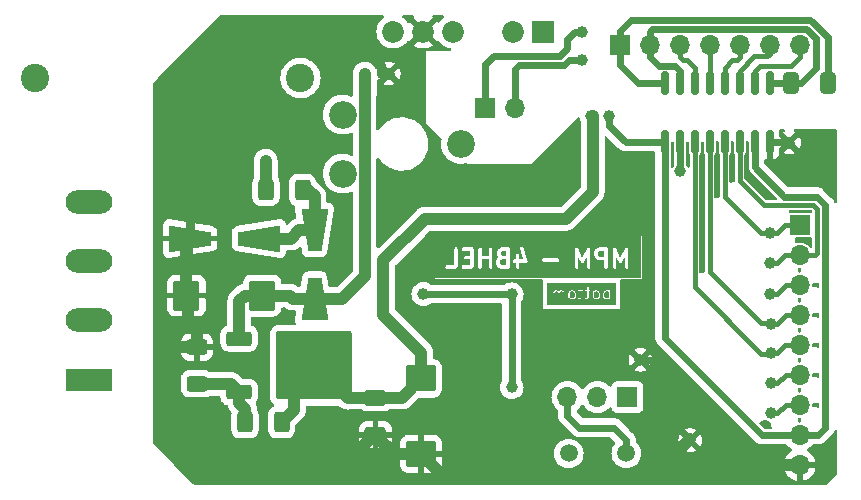
<source format=gbr>
%TF.GenerationSoftware,KiCad,Pcbnew,(7.0.0)*%
%TF.CreationDate,2023-03-14T16:58:18+01:00*%
%TF.ProjectId,breakout-board-power-measurement,62726561-6b6f-4757-942d-626f6172642d,rev?*%
%TF.SameCoordinates,Original*%
%TF.FileFunction,Copper,L2,Bot*%
%TF.FilePolarity,Positive*%
%FSLAX46Y46*%
G04 Gerber Fmt 4.6, Leading zero omitted, Abs format (unit mm)*
G04 Created by KiCad (PCBNEW (7.0.0)) date 2023-03-14 16:58:18*
%MOMM*%
%LPD*%
G01*
G04 APERTURE LIST*
G04 Aperture macros list*
%AMRoundRect*
0 Rectangle with rounded corners*
0 $1 Rounding radius*
0 $2 $3 $4 $5 $6 $7 $8 $9 X,Y pos of 4 corners*
0 Add a 4 corners polygon primitive as box body*
4,1,4,$2,$3,$4,$5,$6,$7,$8,$9,$2,$3,0*
0 Add four circle primitives for the rounded corners*
1,1,$1+$1,$2,$3*
1,1,$1+$1,$4,$5*
1,1,$1+$1,$6,$7*
1,1,$1+$1,$8,$9*
0 Add four rect primitives between the rounded corners*
20,1,$1+$1,$2,$3,$4,$5,0*
20,1,$1+$1,$4,$5,$6,$7,0*
20,1,$1+$1,$6,$7,$8,$9,0*
20,1,$1+$1,$8,$9,$2,$3,0*%
%AMOutline4P*
0 Free polygon, 4 corners , with rotation*
0 The origin of the aperture is its center*
0 number of corners: always 4*
0 $1 to $8 corner X, Y*
0 $9 Rotation angle, in degrees counterclockwise*
0 create outline with 4 corners*
4,1,4,$1,$2,$3,$4,$5,$6,$7,$8,$1,$2,$9*%
G04 Aperture macros list end*
%ADD10C,0.300000*%
%ADD11C,0.100000*%
%TA.AperFunction,ComponentPad*%
%ADD12R,1.700000X1.700000*%
%TD*%
%TA.AperFunction,ComponentPad*%
%ADD13O,1.700000X1.700000*%
%TD*%
%TA.AperFunction,ComponentPad*%
%ADD14C,1.000000*%
%TD*%
%TA.AperFunction,SMDPad,CuDef*%
%ADD15Outline4P,-1.800000X-1.150000X1.800000X-0.550000X1.800000X0.550000X-1.800000X1.150000X90.000000*%
%TD*%
%TA.AperFunction,SMDPad,CuDef*%
%ADD16Outline4P,-1.800000X-1.150000X1.800000X-0.550000X1.800000X0.550000X-1.800000X1.150000X270.000000*%
%TD*%
%TA.AperFunction,ComponentPad*%
%ADD17C,2.340000*%
%TD*%
%TA.AperFunction,ComponentPad*%
%ADD18R,3.960000X1.980000*%
%TD*%
%TA.AperFunction,ComponentPad*%
%ADD19O,3.960000X1.980000*%
%TD*%
%TA.AperFunction,ComponentPad*%
%ADD20R,1.850000X1.850000*%
%TD*%
%TA.AperFunction,ComponentPad*%
%ADD21C,1.850000*%
%TD*%
%TA.AperFunction,SMDPad,CuDef*%
%ADD22RoundRect,0.250000X0.625000X-0.400000X0.625000X0.400000X-0.625000X0.400000X-0.625000X-0.400000X0*%
%TD*%
%TA.AperFunction,SMDPad,CuDef*%
%ADD23RoundRect,0.250000X0.400000X0.625000X-0.400000X0.625000X-0.400000X-0.625000X0.400000X-0.625000X0*%
%TD*%
%TA.AperFunction,SMDPad,CuDef*%
%ADD24RoundRect,0.250000X0.875000X1.025000X-0.875000X1.025000X-0.875000X-1.025000X0.875000X-1.025000X0*%
%TD*%
%TA.AperFunction,ComponentPad*%
%ADD25C,2.400000*%
%TD*%
%TA.AperFunction,SMDPad,CuDef*%
%ADD26RoundRect,0.250000X-0.400000X-0.625000X0.400000X-0.625000X0.400000X0.625000X-0.400000X0.625000X0*%
%TD*%
%TA.AperFunction,SMDPad,CuDef*%
%ADD27RoundRect,0.250000X0.412500X0.650000X-0.412500X0.650000X-0.412500X-0.650000X0.412500X-0.650000X0*%
%TD*%
%TA.AperFunction,SMDPad,CuDef*%
%ADD28RoundRect,0.250000X-0.650000X0.412500X-0.650000X-0.412500X0.650000X-0.412500X0.650000X0.412500X0*%
%TD*%
%TA.AperFunction,SMDPad,CuDef*%
%ADD29RoundRect,0.250000X-1.025000X0.875000X-1.025000X-0.875000X1.025000X-0.875000X1.025000X0.875000X0*%
%TD*%
%TA.AperFunction,SMDPad,CuDef*%
%ADD30RoundRect,0.250000X-0.850000X-0.350000X0.850000X-0.350000X0.850000X0.350000X-0.850000X0.350000X0*%
%TD*%
%TA.AperFunction,SMDPad,CuDef*%
%ADD31RoundRect,0.250000X-1.275000X-1.125000X1.275000X-1.125000X1.275000X1.125000X-1.275000X1.125000X0*%
%TD*%
%TA.AperFunction,SMDPad,CuDef*%
%ADD32RoundRect,0.249997X-2.950003X-2.650003X2.950003X-2.650003X2.950003X2.650003X-2.950003X2.650003X0*%
%TD*%
%TA.AperFunction,SMDPad,CuDef*%
%ADD33Outline4P,-1.800000X-1.150000X1.800000X-0.550000X1.800000X0.550000X-1.800000X1.150000X180.000000*%
%TD*%
%TA.AperFunction,SMDPad,CuDef*%
%ADD34Outline4P,-1.800000X-1.150000X1.800000X-0.550000X1.800000X0.550000X-1.800000X1.150000X0.000000*%
%TD*%
%TA.AperFunction,ComponentPad*%
%ADD35C,1.500000*%
%TD*%
%TA.AperFunction,SMDPad,CuDef*%
%ADD36RoundRect,0.150000X-0.150000X0.825000X-0.150000X-0.825000X0.150000X-0.825000X0.150000X0.825000X0*%
%TD*%
%TA.AperFunction,Conductor*%
%ADD37C,0.600000*%
%TD*%
%TA.AperFunction,Conductor*%
%ADD38C,0.800000*%
%TD*%
%TA.AperFunction,Conductor*%
%ADD39C,1.000000*%
%TD*%
%TA.AperFunction,Conductor*%
%ADD40C,0.400000*%
%TD*%
G04 APERTURE END LIST*
D10*
G36*
X160832343Y-134067371D02*
G01*
X160446324Y-134067371D01*
X160356911Y-134022664D01*
X160319905Y-133985659D01*
X160275200Y-133896247D01*
X160275200Y-133752781D01*
X160319906Y-133663367D01*
X160349084Y-133634189D01*
X160493454Y-133586066D01*
X160499124Y-133587087D01*
X160512216Y-133581657D01*
X160832343Y-133581657D01*
X160832343Y-134067371D01*
G37*
G36*
X160832343Y-133281657D02*
G01*
X160517753Y-133281657D01*
X160428340Y-133236950D01*
X160391335Y-133199945D01*
X160346628Y-133110531D01*
X160346628Y-133038496D01*
X160391335Y-132949081D01*
X160428339Y-132912077D01*
X160517753Y-132867371D01*
X160832343Y-132867371D01*
X160832343Y-133281657D01*
G37*
G36*
X169132343Y-133353085D02*
G01*
X168746324Y-133353085D01*
X168656910Y-133308378D01*
X168619905Y-133271373D01*
X168575200Y-133181961D01*
X168575200Y-133038495D01*
X168619906Y-132949081D01*
X168656910Y-132912077D01*
X168746324Y-132867371D01*
X169132343Y-132867371D01*
X169132343Y-133353085D01*
G37*
G36*
X172243058Y-135208086D02*
G01*
X154807342Y-135208086D01*
X154807342Y-134239620D01*
X155684743Y-134239620D01*
X155721336Y-134319747D01*
X155795441Y-134367371D01*
X156543040Y-134367371D01*
X156576020Y-134372113D01*
X156606326Y-134358272D01*
X156638291Y-134348887D01*
X156645765Y-134340261D01*
X156656147Y-134335520D01*
X156674159Y-134307492D01*
X156695976Y-134282314D01*
X156697600Y-134271016D01*
X156703771Y-134261415D01*
X156703771Y-134239620D01*
X157041886Y-134239620D01*
X157078479Y-134319747D01*
X157152584Y-134367371D01*
X157900183Y-134367371D01*
X157933163Y-134372113D01*
X157963469Y-134358272D01*
X157995434Y-134348887D01*
X158002908Y-134340261D01*
X158013290Y-134335520D01*
X158031302Y-134307492D01*
X158053119Y-134282314D01*
X158054743Y-134271016D01*
X158060914Y-134261415D01*
X158060914Y-134228102D01*
X158065656Y-134195122D01*
X158060914Y-134184739D01*
X158060914Y-133453906D01*
X158470458Y-133453906D01*
X158475200Y-133464289D01*
X158475200Y-134238939D01*
X158493684Y-134301891D01*
X158560257Y-134359576D01*
X158647449Y-134372113D01*
X158727576Y-134335520D01*
X158775200Y-134261415D01*
X158775200Y-133581657D01*
X159332343Y-133581657D01*
X159332343Y-134238939D01*
X159350827Y-134301891D01*
X159417400Y-134359576D01*
X159504592Y-134372113D01*
X159584719Y-134335520D01*
X159632343Y-134261415D01*
X159632343Y-133734153D01*
X159969770Y-133734153D01*
X159975200Y-133747245D01*
X159975200Y-133923581D01*
X159971339Y-133959344D01*
X159985046Y-133986758D01*
X159993684Y-134016177D01*
X160004395Y-134025458D01*
X160054053Y-134124776D01*
X160059419Y-134149437D01*
X160088623Y-134178640D01*
X160116795Y-134208927D01*
X160119636Y-134209653D01*
X160148690Y-134238706D01*
X160161580Y-134260409D01*
X160198554Y-134278896D01*
X160234827Y-134298703D01*
X160237749Y-134298493D01*
X160336608Y-134347923D01*
X160366870Y-134367371D01*
X160397523Y-134367371D01*
X160427695Y-134372801D01*
X160440787Y-134367371D01*
X160971612Y-134367371D01*
X161004592Y-134372113D01*
X161034898Y-134358272D01*
X161066863Y-134348887D01*
X161074337Y-134340261D01*
X161084719Y-134335520D01*
X161102731Y-134307492D01*
X161124548Y-134282314D01*
X161126172Y-134271016D01*
X161132343Y-134261415D01*
X161132343Y-134228102D01*
X161137085Y-134195122D01*
X161132343Y-134184739D01*
X161132343Y-133739620D01*
X161399029Y-133739620D01*
X161435622Y-133819747D01*
X161509727Y-133867371D01*
X161618057Y-133867371D01*
X161618057Y-134238939D01*
X161636541Y-134301891D01*
X161703114Y-134359576D01*
X161790306Y-134372113D01*
X161870433Y-134335520D01*
X161918057Y-134261415D01*
X161918057Y-133867371D01*
X162452541Y-133867371D01*
X162465701Y-133872815D01*
X162495798Y-133867371D01*
X162503910Y-133867371D01*
X162516924Y-133863549D01*
X162552383Y-133857136D01*
X162558646Y-133851299D01*
X162566862Y-133848887D01*
X162590460Y-133821652D01*
X162616826Y-133797083D01*
X162618939Y-133788785D01*
X162624547Y-133782314D01*
X162629676Y-133746638D01*
X162638572Y-133711720D01*
X162635865Y-133703599D01*
X162637084Y-133695122D01*
X162624785Y-133668191D01*
X163870458Y-133668191D01*
X163907051Y-133748318D01*
X163981156Y-133795942D01*
X165189625Y-133795942D01*
X165252577Y-133777458D01*
X165310262Y-133710885D01*
X165322799Y-133623693D01*
X165286206Y-133543566D01*
X165212101Y-133495942D01*
X164003632Y-133495942D01*
X163940680Y-133514426D01*
X163882995Y-133580999D01*
X163870458Y-133668191D01*
X162624785Y-133668191D01*
X162622109Y-133662332D01*
X162314963Y-132740892D01*
X166627790Y-132740892D01*
X166632343Y-132750648D01*
X166632343Y-134238939D01*
X166650827Y-134301891D01*
X166717400Y-134359576D01*
X166804592Y-134372113D01*
X166884719Y-134335520D01*
X166932343Y-134261415D01*
X166932343Y-133393507D01*
X167145897Y-133851124D01*
X167163356Y-133890200D01*
X167183214Y-133903194D01*
X167198908Y-133921007D01*
X167219315Y-133926817D01*
X167237067Y-133938433D01*
X167260800Y-133938628D01*
X167283629Y-133945128D01*
X167303936Y-133938983D01*
X167325151Y-133939158D01*
X167345222Y-133926490D01*
X167367943Y-133919616D01*
X167381705Y-133903466D01*
X167399645Y-133892145D01*
X167409680Y-133870639D01*
X167425078Y-133852572D01*
X167427924Y-133831545D01*
X167632343Y-133393506D01*
X167632343Y-134238939D01*
X167650827Y-134301891D01*
X167717400Y-134359576D01*
X167804592Y-134372113D01*
X167884719Y-134335520D01*
X167932343Y-134261415D01*
X167932343Y-133019867D01*
X168269770Y-133019867D01*
X168275200Y-133032959D01*
X168275200Y-133209295D01*
X168271339Y-133245058D01*
X168285046Y-133272472D01*
X168293684Y-133301891D01*
X168304395Y-133311172D01*
X168354053Y-133410488D01*
X168359418Y-133435150D01*
X168388623Y-133464355D01*
X168416795Y-133494641D01*
X168419635Y-133495367D01*
X168448692Y-133524424D01*
X168461581Y-133546124D01*
X168498530Y-133564598D01*
X168534826Y-133584418D01*
X168537750Y-133584208D01*
X168636608Y-133633637D01*
X168666870Y-133653085D01*
X168697522Y-133653085D01*
X168727696Y-133658515D01*
X168740788Y-133653085D01*
X169132343Y-133653085D01*
X169132343Y-134238939D01*
X169150827Y-134301891D01*
X169217400Y-134359576D01*
X169304592Y-134372113D01*
X169384719Y-134335520D01*
X169432343Y-134261415D01*
X169432343Y-133513816D01*
X169437085Y-133480836D01*
X169432343Y-133470453D01*
X169432343Y-132740892D01*
X169842076Y-132740892D01*
X169846629Y-132750648D01*
X169846629Y-134238939D01*
X169865113Y-134301891D01*
X169931686Y-134359576D01*
X170018878Y-134372113D01*
X170099005Y-134335520D01*
X170146629Y-134261415D01*
X170146629Y-133393507D01*
X170360183Y-133851124D01*
X170377642Y-133890200D01*
X170397500Y-133903194D01*
X170413194Y-133921007D01*
X170433601Y-133926817D01*
X170451353Y-133938433D01*
X170475086Y-133938628D01*
X170497915Y-133945128D01*
X170518222Y-133938983D01*
X170539437Y-133939158D01*
X170559508Y-133926490D01*
X170582229Y-133919616D01*
X170595991Y-133903466D01*
X170613931Y-133892145D01*
X170623966Y-133870639D01*
X170639364Y-133852572D01*
X170642210Y-133831545D01*
X170846629Y-133393506D01*
X170846629Y-134238939D01*
X170865113Y-134301891D01*
X170931686Y-134359576D01*
X171018878Y-134372113D01*
X171099005Y-134335520D01*
X171146629Y-134261415D01*
X171146629Y-132728722D01*
X171151549Y-132696396D01*
X171137705Y-132665410D01*
X171128145Y-132632851D01*
X171120008Y-132625800D01*
X171115616Y-132615970D01*
X171087215Y-132597385D01*
X171061572Y-132575166D01*
X171050917Y-132573634D01*
X171041906Y-132567737D01*
X171007964Y-132567458D01*
X170974380Y-132562629D01*
X170964586Y-132567101D01*
X170953821Y-132567013D01*
X170925124Y-132585123D01*
X170894253Y-132599222D01*
X170888431Y-132608279D01*
X170879327Y-132614026D01*
X170864975Y-132644778D01*
X170846629Y-132673327D01*
X170846629Y-132684093D01*
X170496629Y-133434094D01*
X170137356Y-132664224D01*
X170128145Y-132632851D01*
X170102498Y-132610628D01*
X170080064Y-132585164D01*
X170069707Y-132582215D01*
X170061572Y-132575166D01*
X170027981Y-132570336D01*
X169995343Y-132561044D01*
X169985039Y-132564161D01*
X169974380Y-132562629D01*
X169943508Y-132576727D01*
X169911029Y-132586555D01*
X169904045Y-132594749D01*
X169894253Y-132599222D01*
X169875907Y-132627767D01*
X169853894Y-132653600D01*
X169852449Y-132664270D01*
X169846629Y-132673327D01*
X169846629Y-132707262D01*
X169842076Y-132740892D01*
X169432343Y-132740892D01*
X169432343Y-132728102D01*
X169437085Y-132695122D01*
X169423244Y-132664815D01*
X169413859Y-132632851D01*
X169405233Y-132625376D01*
X169400492Y-132614995D01*
X169372464Y-132596982D01*
X169347286Y-132575166D01*
X169335988Y-132573541D01*
X169326387Y-132567371D01*
X169293074Y-132567371D01*
X169260094Y-132562629D01*
X169249711Y-132567371D01*
X168718989Y-132567371D01*
X168683225Y-132563510D01*
X168655809Y-132577218D01*
X168626394Y-132585855D01*
X168617112Y-132596566D01*
X168517797Y-132646225D01*
X168493136Y-132651590D01*
X168463921Y-132680804D01*
X168433644Y-132708967D01*
X168432917Y-132711807D01*
X168403861Y-132740862D01*
X168382161Y-132753752D01*
X168363680Y-132790712D01*
X168343868Y-132826996D01*
X168344077Y-132829919D01*
X168294645Y-132928782D01*
X168275200Y-132959041D01*
X168275200Y-132989692D01*
X168269770Y-133019867D01*
X167932343Y-133019867D01*
X167932343Y-132728722D01*
X167937263Y-132696396D01*
X167923419Y-132665410D01*
X167913859Y-132632851D01*
X167905722Y-132625800D01*
X167901330Y-132615970D01*
X167872929Y-132597385D01*
X167847286Y-132575166D01*
X167836631Y-132573634D01*
X167827620Y-132567737D01*
X167793678Y-132567458D01*
X167760094Y-132562629D01*
X167750300Y-132567101D01*
X167739535Y-132567013D01*
X167710838Y-132585123D01*
X167679967Y-132599222D01*
X167674145Y-132608279D01*
X167665041Y-132614026D01*
X167650689Y-132644778D01*
X167632343Y-132673327D01*
X167632343Y-132684093D01*
X167282343Y-133434094D01*
X166923070Y-132664224D01*
X166913859Y-132632851D01*
X166888212Y-132610628D01*
X166865778Y-132585164D01*
X166855421Y-132582215D01*
X166847286Y-132575166D01*
X166813695Y-132570336D01*
X166781057Y-132561044D01*
X166770753Y-132564161D01*
X166760094Y-132562629D01*
X166729222Y-132576727D01*
X166696743Y-132586555D01*
X166689759Y-132594749D01*
X166679967Y-132599222D01*
X166661621Y-132627767D01*
X166639608Y-132653600D01*
X166638163Y-132664270D01*
X166632343Y-132673327D01*
X166632343Y-132707262D01*
X166627790Y-132740892D01*
X162314963Y-132740892D01*
X162260681Y-132578047D01*
X162223238Y-132524170D01*
X162141840Y-132490498D01*
X162055158Y-132506177D01*
X161990715Y-132566230D01*
X161968969Y-132651592D01*
X162274228Y-133567371D01*
X161918057Y-133567371D01*
X161918057Y-133195803D01*
X161899573Y-133132851D01*
X161833000Y-133075166D01*
X161745808Y-133062629D01*
X161665681Y-133099222D01*
X161618057Y-133173327D01*
X161618057Y-133567371D01*
X161532203Y-133567371D01*
X161469251Y-133585855D01*
X161411566Y-133652428D01*
X161399029Y-133739620D01*
X161132343Y-133739620D01*
X161132343Y-133442388D01*
X161137085Y-133409408D01*
X161132343Y-133399025D01*
X161132343Y-132728102D01*
X161137085Y-132695122D01*
X161123244Y-132664815D01*
X161113859Y-132632851D01*
X161105233Y-132625376D01*
X161100492Y-132614995D01*
X161072464Y-132596982D01*
X161047286Y-132575166D01*
X161035988Y-132573541D01*
X161026387Y-132567371D01*
X160993074Y-132567371D01*
X160960094Y-132562629D01*
X160949711Y-132567371D01*
X160490418Y-132567371D01*
X160454654Y-132563510D01*
X160427238Y-132577218D01*
X160397823Y-132585855D01*
X160388541Y-132596566D01*
X160289226Y-132646225D01*
X160264565Y-132651590D01*
X160235350Y-132680804D01*
X160205073Y-132708967D01*
X160204346Y-132711807D01*
X160175290Y-132740862D01*
X160153590Y-132753752D01*
X160135109Y-132790712D01*
X160115297Y-132826996D01*
X160115506Y-132829919D01*
X160066078Y-132928775D01*
X160046628Y-132959041D01*
X160046628Y-132989694D01*
X160041198Y-133019866D01*
X160046628Y-133032958D01*
X160046628Y-133137866D01*
X160042767Y-133173630D01*
X160056474Y-133201045D01*
X160065112Y-133230462D01*
X160075823Y-133239743D01*
X160125483Y-133339063D01*
X160130848Y-133363723D01*
X160160052Y-133392926D01*
X160161493Y-133394476D01*
X160146286Y-133405045D01*
X160140867Y-133418142D01*
X160103860Y-133455149D01*
X160082161Y-133468038D01*
X160063685Y-133504989D01*
X160043867Y-133541283D01*
X160044076Y-133544207D01*
X159994645Y-133643068D01*
X159975200Y-133673327D01*
X159975200Y-133703978D01*
X159969770Y-133734153D01*
X159632343Y-133734153D01*
X159632343Y-133442388D01*
X159637085Y-133409408D01*
X159632343Y-133399025D01*
X159632343Y-132695803D01*
X159613859Y-132632851D01*
X159547286Y-132575166D01*
X159460094Y-132562629D01*
X159379967Y-132599222D01*
X159332343Y-132673327D01*
X159332343Y-133281657D01*
X158775200Y-133281657D01*
X158775200Y-132695803D01*
X158756716Y-132632851D01*
X158690143Y-132575166D01*
X158602951Y-132562629D01*
X158522824Y-132599222D01*
X158475200Y-132673327D01*
X158475200Y-133420926D01*
X158470458Y-133453906D01*
X158060914Y-133453906D01*
X158060914Y-133442388D01*
X158065656Y-133409408D01*
X158060914Y-133399025D01*
X158060914Y-132728102D01*
X158065656Y-132695122D01*
X158051815Y-132664815D01*
X158042430Y-132632851D01*
X158033804Y-132625376D01*
X158029063Y-132614995D01*
X158001035Y-132596982D01*
X157975857Y-132575166D01*
X157964559Y-132573541D01*
X157954958Y-132567371D01*
X157921645Y-132567371D01*
X157888665Y-132562629D01*
X157878282Y-132567371D01*
X157175060Y-132567371D01*
X157112108Y-132585855D01*
X157054423Y-132652428D01*
X157041886Y-132739620D01*
X157078479Y-132819747D01*
X157152584Y-132867371D01*
X157760914Y-132867371D01*
X157760914Y-133281657D01*
X157389346Y-133281657D01*
X157326394Y-133300141D01*
X157268709Y-133366714D01*
X157256172Y-133453906D01*
X157292765Y-133534033D01*
X157366870Y-133581657D01*
X157760914Y-133581657D01*
X157760914Y-134067371D01*
X157175060Y-134067371D01*
X157112108Y-134085855D01*
X157054423Y-134152428D01*
X157041886Y-134239620D01*
X156703771Y-134239620D01*
X156703771Y-134228102D01*
X156708513Y-134195122D01*
X156703771Y-134184739D01*
X156703771Y-132695803D01*
X156685287Y-132632851D01*
X156618714Y-132575166D01*
X156531522Y-132562629D01*
X156451395Y-132599222D01*
X156403771Y-132673327D01*
X156403771Y-134067371D01*
X155817917Y-134067371D01*
X155754965Y-134085855D01*
X155697280Y-134152428D01*
X155684743Y-134239620D01*
X154807342Y-134239620D01*
X154807342Y-131629514D01*
X172243058Y-131629514D01*
X172243058Y-135208086D01*
G37*
D11*
G36*
X169515342Y-136328835D02*
G01*
X169515342Y-136838459D01*
X169458300Y-136866980D01*
X169291431Y-136866980D01*
X169214007Y-136828267D01*
X169177864Y-136792125D01*
X169139152Y-136714700D01*
X169139152Y-136452594D01*
X169177864Y-136375168D01*
X169214007Y-136339025D01*
X169291431Y-136300314D01*
X169458300Y-136300314D01*
X169515342Y-136328835D01*
G37*
G36*
X168583344Y-136339026D02*
G01*
X168619487Y-136375169D01*
X168658199Y-136452593D01*
X168658199Y-136714701D01*
X168619486Y-136792124D01*
X168583344Y-136828267D01*
X168505919Y-136866980D01*
X168386669Y-136866980D01*
X168309245Y-136828267D01*
X168273102Y-136792125D01*
X168234390Y-136714700D01*
X168234390Y-136452594D01*
X168273102Y-136375168D01*
X168309245Y-136339025D01*
X168386669Y-136300314D01*
X168505919Y-136300314D01*
X168583344Y-136339026D01*
G37*
G36*
X166535724Y-136339026D02*
G01*
X166571867Y-136375169D01*
X166610579Y-136452593D01*
X166610579Y-136714701D01*
X166571866Y-136792124D01*
X166535724Y-136828267D01*
X166458299Y-136866980D01*
X166339049Y-136866980D01*
X166261625Y-136828267D01*
X166225482Y-136792125D01*
X166186770Y-136714700D01*
X166186770Y-136452594D01*
X166225482Y-136375168D01*
X166261625Y-136339025D01*
X166339049Y-136300314D01*
X166458299Y-136300314D01*
X166535724Y-136339026D01*
G37*
G36*
X170121296Y-137427457D02*
G01*
X164295105Y-137427457D01*
X164295105Y-136398764D01*
X164799245Y-136398764D01*
X164801055Y-136403128D01*
X164801055Y-136924170D01*
X164807216Y-136945153D01*
X164829407Y-136964382D01*
X164858471Y-136968561D01*
X164885180Y-136956363D01*
X164901055Y-136931661D01*
X164901055Y-136404975D01*
X164935942Y-136335200D01*
X165005716Y-136300314D01*
X165124966Y-136300314D01*
X165194740Y-136335201D01*
X165229627Y-136404974D01*
X165229627Y-136924170D01*
X165235788Y-136945153D01*
X165257979Y-136964382D01*
X165287043Y-136968561D01*
X165313752Y-136956363D01*
X165329627Y-136931661D01*
X165329627Y-136404975D01*
X165364514Y-136335200D01*
X165434287Y-136300314D01*
X165553537Y-136300314D01*
X165630962Y-136339026D01*
X165658198Y-136366263D01*
X165658198Y-136924170D01*
X165664359Y-136945153D01*
X165686550Y-136964382D01*
X165715614Y-136968561D01*
X165742323Y-136956363D01*
X165758198Y-136931661D01*
X165758198Y-136446383D01*
X166084960Y-136446383D01*
X166086770Y-136450747D01*
X166086770Y-136723814D01*
X166085483Y-136735734D01*
X166090052Y-136744872D01*
X166092931Y-136754677D01*
X166096501Y-136757771D01*
X166136864Y-136838496D01*
X166138653Y-136846716D01*
X166148382Y-136856445D01*
X166157777Y-136866546D01*
X166158725Y-136866788D01*
X166192220Y-136900284D01*
X166196516Y-136907517D01*
X166208836Y-136913677D01*
X166220930Y-136920281D01*
X166221904Y-136920211D01*
X166302481Y-136960499D01*
X166312565Y-136966980D01*
X166322780Y-136966980D01*
X166332839Y-136968790D01*
X166337203Y-136966980D01*
X166467413Y-136966980D01*
X166479333Y-136968267D01*
X166488471Y-136963697D01*
X166498276Y-136960819D01*
X166501370Y-136957248D01*
X166567073Y-136924396D01*
X166894713Y-136924396D01*
X166906911Y-136951105D01*
X166931613Y-136966980D01*
X167038842Y-136966980D01*
X167050762Y-136968267D01*
X167059900Y-136963697D01*
X167069705Y-136960819D01*
X167072799Y-136957248D01*
X167138502Y-136924396D01*
X167466142Y-136924396D01*
X167478340Y-136951105D01*
X167503042Y-136966980D01*
X167610271Y-136966980D01*
X167622191Y-136968267D01*
X167631329Y-136963697D01*
X167641134Y-136960819D01*
X167644228Y-136957248D01*
X167719167Y-136919778D01*
X167721109Y-136919847D01*
X167732177Y-136913273D01*
X167736990Y-136910867D01*
X167738334Y-136909616D01*
X167746355Y-136904853D01*
X167748875Y-136899812D01*
X167753003Y-136895973D01*
X167755314Y-136886933D01*
X167799337Y-136798887D01*
X167805818Y-136788804D01*
X167805818Y-136778589D01*
X167807628Y-136768530D01*
X167805818Y-136764166D01*
X167805818Y-136446383D01*
X168132580Y-136446383D01*
X168134390Y-136450747D01*
X168134390Y-136723814D01*
X168133103Y-136735734D01*
X168137672Y-136744872D01*
X168140551Y-136754677D01*
X168144121Y-136757771D01*
X168184484Y-136838496D01*
X168186273Y-136846716D01*
X168196002Y-136856445D01*
X168205397Y-136866546D01*
X168206345Y-136866788D01*
X168239840Y-136900284D01*
X168244136Y-136907517D01*
X168256456Y-136913677D01*
X168268550Y-136920281D01*
X168269524Y-136920211D01*
X168350101Y-136960499D01*
X168360185Y-136966980D01*
X168370400Y-136966980D01*
X168380459Y-136968790D01*
X168384823Y-136966980D01*
X168515033Y-136966980D01*
X168526953Y-136968267D01*
X168536091Y-136963697D01*
X168545896Y-136960819D01*
X168548990Y-136957248D01*
X168629715Y-136916885D01*
X168637935Y-136915097D01*
X168647664Y-136905367D01*
X168657765Y-136895973D01*
X168658007Y-136895024D01*
X168691503Y-136861529D01*
X168698736Y-136857234D01*
X168704896Y-136844913D01*
X168711500Y-136832820D01*
X168711430Y-136831845D01*
X168751718Y-136751268D01*
X168758199Y-136741185D01*
X168758199Y-136730970D01*
X168760009Y-136720911D01*
X168758199Y-136716547D01*
X168758199Y-136446383D01*
X169037342Y-136446383D01*
X169039152Y-136450747D01*
X169039152Y-136723814D01*
X169037865Y-136735734D01*
X169042434Y-136744872D01*
X169045313Y-136754677D01*
X169048883Y-136757771D01*
X169089246Y-136838496D01*
X169091035Y-136846716D01*
X169100764Y-136856445D01*
X169110159Y-136866546D01*
X169111107Y-136866788D01*
X169144602Y-136900284D01*
X169148898Y-136907517D01*
X169161218Y-136913677D01*
X169173312Y-136920281D01*
X169174286Y-136920211D01*
X169254863Y-136960499D01*
X169264947Y-136966980D01*
X169275162Y-136966980D01*
X169285221Y-136968790D01*
X169289585Y-136966980D01*
X169467414Y-136966980D01*
X169479334Y-136968267D01*
X169488472Y-136963697D01*
X169498277Y-136960819D01*
X169501371Y-136957248D01*
X169522988Y-136946439D01*
X169543694Y-136964382D01*
X169572758Y-136968561D01*
X169599467Y-136956363D01*
X169615342Y-136931661D01*
X169615342Y-136875655D01*
X169617421Y-136867525D01*
X169615342Y-136861269D01*
X169615342Y-136298816D01*
X169615828Y-136285023D01*
X169615342Y-136284205D01*
X169615342Y-135909790D01*
X169609181Y-135888807D01*
X169586990Y-135869578D01*
X169557926Y-135865399D01*
X169531217Y-135877597D01*
X169515342Y-135902299D01*
X169515342Y-136217031D01*
X169494868Y-136206794D01*
X169484785Y-136200314D01*
X169474570Y-136200314D01*
X169464511Y-136198504D01*
X169460147Y-136200314D01*
X169282318Y-136200314D01*
X169270398Y-136199027D01*
X169261259Y-136203596D01*
X169251455Y-136206475D01*
X169248361Y-136210045D01*
X169167633Y-136250409D01*
X169159415Y-136252197D01*
X169149679Y-136261932D01*
X169139586Y-136271322D01*
X169139343Y-136272268D01*
X169105847Y-136305765D01*
X169098615Y-136310061D01*
X169092456Y-136322377D01*
X169085851Y-136334474D01*
X169085920Y-136335449D01*
X169045632Y-136416025D01*
X169039152Y-136426109D01*
X169039152Y-136436324D01*
X169037342Y-136446383D01*
X168758199Y-136446383D01*
X168758199Y-136443480D01*
X168759486Y-136431560D01*
X168754916Y-136422421D01*
X168752038Y-136412617D01*
X168748467Y-136409523D01*
X168708103Y-136328795D01*
X168706316Y-136320577D01*
X168696580Y-136310841D01*
X168687191Y-136300748D01*
X168686244Y-136300505D01*
X168652747Y-136267009D01*
X168648452Y-136259777D01*
X168636135Y-136253618D01*
X168624039Y-136247013D01*
X168623063Y-136247082D01*
X168542487Y-136206794D01*
X168532404Y-136200314D01*
X168522189Y-136200314D01*
X168512130Y-136198504D01*
X168507766Y-136200314D01*
X168377556Y-136200314D01*
X168365636Y-136199027D01*
X168356497Y-136203596D01*
X168346693Y-136206475D01*
X168343599Y-136210045D01*
X168262871Y-136250409D01*
X168254653Y-136252197D01*
X168244917Y-136261932D01*
X168234824Y-136271322D01*
X168234581Y-136272268D01*
X168201085Y-136305765D01*
X168193853Y-136310061D01*
X168187694Y-136322377D01*
X168181089Y-136334474D01*
X168181158Y-136335449D01*
X168140870Y-136416025D01*
X168134390Y-136426109D01*
X168134390Y-136436324D01*
X168132580Y-136446383D01*
X167805818Y-136446383D01*
X167805818Y-136300314D01*
X167905865Y-136300314D01*
X167926848Y-136294153D01*
X167946077Y-136271962D01*
X167950256Y-136242898D01*
X167938058Y-136216189D01*
X167913356Y-136200314D01*
X167805818Y-136200314D01*
X167805818Y-135909790D01*
X167799657Y-135888807D01*
X167777466Y-135869578D01*
X167748402Y-135865399D01*
X167721693Y-135877597D01*
X167705818Y-135902299D01*
X167705818Y-136200314D01*
X167510533Y-136200314D01*
X167489550Y-136206475D01*
X167470321Y-136228666D01*
X167466142Y-136257730D01*
X167478340Y-136284439D01*
X167503042Y-136300314D01*
X167705818Y-136300314D01*
X167705818Y-136762320D01*
X167670931Y-136832092D01*
X167601157Y-136866980D01*
X167510533Y-136866980D01*
X167489550Y-136873141D01*
X167470321Y-136895332D01*
X167466142Y-136924396D01*
X167138502Y-136924396D01*
X167147738Y-136919778D01*
X167149680Y-136919847D01*
X167160748Y-136913273D01*
X167165561Y-136910867D01*
X167166905Y-136909616D01*
X167174926Y-136904853D01*
X167177446Y-136899812D01*
X167181574Y-136895973D01*
X167183885Y-136886933D01*
X167227908Y-136798887D01*
X167234389Y-136788804D01*
X167234389Y-136778589D01*
X167236199Y-136768530D01*
X167234389Y-136764166D01*
X167234389Y-136300314D01*
X167334436Y-136300314D01*
X167355419Y-136294153D01*
X167374648Y-136271962D01*
X167378827Y-136242898D01*
X167366629Y-136216189D01*
X167341927Y-136200314D01*
X167234389Y-136200314D01*
X167234389Y-135909790D01*
X167228228Y-135888807D01*
X167206037Y-135869578D01*
X167176973Y-135865399D01*
X167150264Y-135877597D01*
X167134389Y-135902299D01*
X167134389Y-136200314D01*
X166939104Y-136200314D01*
X166918121Y-136206475D01*
X166898892Y-136228666D01*
X166894713Y-136257730D01*
X166906911Y-136284439D01*
X166931613Y-136300314D01*
X167134389Y-136300314D01*
X167134389Y-136762320D01*
X167099502Y-136832092D01*
X167029728Y-136866980D01*
X166939104Y-136866980D01*
X166918121Y-136873141D01*
X166898892Y-136895332D01*
X166894713Y-136924396D01*
X166567073Y-136924396D01*
X166582095Y-136916885D01*
X166590315Y-136915097D01*
X166600044Y-136905367D01*
X166610145Y-136895973D01*
X166610387Y-136895024D01*
X166643883Y-136861529D01*
X166651116Y-136857234D01*
X166657276Y-136844913D01*
X166663880Y-136832820D01*
X166663810Y-136831845D01*
X166704098Y-136751268D01*
X166710579Y-136741185D01*
X166710579Y-136730970D01*
X166712389Y-136720911D01*
X166710579Y-136716547D01*
X166710579Y-136443480D01*
X166711866Y-136431560D01*
X166707296Y-136422421D01*
X166704418Y-136412617D01*
X166700847Y-136409523D01*
X166660483Y-136328795D01*
X166658696Y-136320577D01*
X166648960Y-136310841D01*
X166639571Y-136300748D01*
X166638624Y-136300505D01*
X166605127Y-136267009D01*
X166600832Y-136259777D01*
X166588515Y-136253618D01*
X166576419Y-136247013D01*
X166575443Y-136247082D01*
X166494867Y-136206794D01*
X166484784Y-136200314D01*
X166474569Y-136200314D01*
X166464510Y-136198504D01*
X166460146Y-136200314D01*
X166329936Y-136200314D01*
X166318016Y-136199027D01*
X166308877Y-136203596D01*
X166299073Y-136206475D01*
X166295979Y-136210045D01*
X166215251Y-136250409D01*
X166207033Y-136252197D01*
X166197297Y-136261932D01*
X166187204Y-136271322D01*
X166186961Y-136272268D01*
X166153465Y-136305765D01*
X166146233Y-136310061D01*
X166140074Y-136322377D01*
X166133469Y-136334474D01*
X166133538Y-136335449D01*
X166093250Y-136416025D01*
X166086770Y-136426109D01*
X166086770Y-136436324D01*
X166084960Y-136446383D01*
X165758198Y-136446383D01*
X165758198Y-136354573D01*
X165760176Y-136349270D01*
X165758198Y-136340178D01*
X165758198Y-136243124D01*
X165752037Y-136222141D01*
X165729846Y-136202912D01*
X165700782Y-136198733D01*
X165674073Y-136210931D01*
X165658198Y-136235633D01*
X165658198Y-136240841D01*
X165590105Y-136206794D01*
X165580022Y-136200314D01*
X165569807Y-136200314D01*
X165559748Y-136198504D01*
X165555384Y-136200314D01*
X165425174Y-136200314D01*
X165413254Y-136199027D01*
X165404115Y-136203596D01*
X165394311Y-136206475D01*
X165391217Y-136210045D01*
X165316277Y-136247515D01*
X165314336Y-136247447D01*
X165303277Y-136254015D01*
X165298454Y-136256427D01*
X165297106Y-136257680D01*
X165289090Y-136262442D01*
X165286569Y-136267481D01*
X165282442Y-136271322D01*
X165280130Y-136280361D01*
X165279945Y-136280731D01*
X165275925Y-136273964D01*
X165273514Y-136269141D01*
X165272260Y-136267793D01*
X165267499Y-136259777D01*
X165262459Y-136257256D01*
X165258619Y-136253129D01*
X165249579Y-136250817D01*
X165161534Y-136206794D01*
X165151451Y-136200314D01*
X165141236Y-136200314D01*
X165131177Y-136198504D01*
X165126813Y-136200314D01*
X164996603Y-136200314D01*
X164984683Y-136199027D01*
X164975544Y-136203596D01*
X164965740Y-136206475D01*
X164962646Y-136210045D01*
X164887706Y-136247515D01*
X164885764Y-136247447D01*
X164874700Y-136254018D01*
X164869883Y-136256427D01*
X164868536Y-136257679D01*
X164860518Y-136262442D01*
X164857998Y-136267481D01*
X164853870Y-136271321D01*
X164851557Y-136280361D01*
X164807535Y-136368406D01*
X164801055Y-136378490D01*
X164801055Y-136388705D01*
X164799245Y-136398764D01*
X164295105Y-136398764D01*
X164295105Y-135591743D01*
X170121296Y-135591743D01*
X170121296Y-137427457D01*
G37*
D12*
%TO.P,J2,1,Pin_1*%
%TO.N,/~{RESET}_*%
X185673999Y-130682999D03*
D13*
%TO.P,J2,2,Pin_2*%
%TO.N,/SDO_*%
X185673999Y-133222999D03*
%TO.P,J2,3,Pin_3*%
%TO.N,/SDI_*%
X185673999Y-135762999D03*
%TO.P,J2,4,Pin_4*%
%TO.N,/SCK_*%
X185673999Y-138302999D03*
%TO.P,J2,5,Pin_5*%
%TO.N,/~{CS}_*%
X185673999Y-140842999D03*
%TO.P,J2,6,Pin_6*%
%TO.N,/~{DR}_*%
X185673999Y-143382999D03*
%TO.P,J2,7,Pin_7*%
%TO.N,/OSC1_ext_*%
X185673999Y-145922999D03*
%TO.P,J2,8,Pin_8*%
%TO.N,/3V3D*%
X185673999Y-148462999D03*
%TO.P,J2,9,Pin_9*%
%TO.N,GNDD*%
X185673999Y-151002999D03*
%TD*%
D14*
%TO.P,TP19,1,1*%
%TO.N,/~{CS}_*%
X183210200Y-141554200D03*
%TD*%
%TO.P,TP18,1,1*%
%TO.N,/SCK_*%
X183210200Y-139039600D03*
%TD*%
D12*
%TO.P,J3,1,Pin_1*%
%TO.N,Net-(J3-Pin_1)*%
X170433999Y-115442999D03*
D13*
%TO.P,J3,2,Pin_2*%
%TO.N,Net-(J3-Pin_2)*%
X172973999Y-115442999D03*
%TO.P,J3,3,Pin_3*%
%TO.N,Net-(J3-Pin_3)*%
X175513999Y-115442999D03*
%TO.P,J3,4,Pin_4*%
%TO.N,Net-(J3-Pin_4)*%
X178053999Y-115442999D03*
%TO.P,J3,5,Pin_5*%
%TO.N,Net-(J3-Pin_5)*%
X180593999Y-115442999D03*
%TO.P,J3,6,Pin_6*%
%TO.N,Net-(J3-Pin_6)*%
X183133999Y-115442999D03*
%TO.P,J3,7,Pin_7*%
%TO.N,Net-(J3-Pin_7)*%
X185673999Y-115442999D03*
%TD*%
D14*
%TO.P,TP20,1,1*%
%TO.N,/~{DR}_*%
X183210200Y-144094200D03*
%TD*%
D12*
%TO.P,J4,1,Pin_1*%
%TO.N,/5V_ext*%
X159023999Y-120751999D03*
D13*
%TO.P,J4,2,Pin_2*%
%TO.N,/GND_ext*%
X161563999Y-120751999D03*
%TD*%
D14*
%TO.P,TP11,1,1*%
%TO.N,GNDD*%
X150876000Y-117856000D03*
%TD*%
%TO.P,TP13,1,1*%
%TO.N,GNDD*%
X175564800Y-126136400D03*
%TD*%
%TO.P,TP7,1,1*%
%TO.N,/3V3D*%
X169545000Y-121412000D03*
%TD*%
%TO.P,TP1,1,1*%
%TO.N,/5V_ext*%
X167259000Y-114300000D03*
%TD*%
%TO.P,TP4,1,1*%
%TO.N,/LM317_Vin*%
X148844000Y-117856000D03*
%TD*%
%TO.P,TP21,1,1*%
%TO.N,/OSC1_ext_*%
X183210200Y-146634200D03*
%TD*%
%TO.P,TP16,1,1*%
%TO.N,/SDO_*%
X183184800Y-133934200D03*
%TD*%
%TO.P,TP14,1,1*%
%TO.N,GNDD*%
X176403000Y-148894800D03*
%TD*%
%TO.P,TP15,1,1*%
%TO.N,/~{RESET}_*%
X183184800Y-131394200D03*
%TD*%
%TO.P,TP17,1,1*%
%TO.N,/SDI_*%
X183184800Y-136499600D03*
%TD*%
%TO.P,TP12,1,1*%
%TO.N,GNDD*%
X172186600Y-142087600D03*
%TD*%
%TO.P,TP5,1,1*%
%TO.N,/x_cap_out*%
X140462000Y-125222000D03*
%TD*%
%TO.P,TP9,1,1*%
%TO.N,GNDA*%
X161290000Y-136550400D03*
%TD*%
%TO.P,TP10,1,1*%
%TO.N,GNDA*%
X161290000Y-144424400D03*
%TD*%
%TO.P,TP6,1,1*%
%TO.N,+3.3V*%
X168021000Y-121412000D03*
%TD*%
%TO.P,TP2,1,1*%
%TO.N,/GND_ext*%
X167259000Y-116713000D03*
%TD*%
%TO.P,TP8,1,1*%
%TO.N,GNDA*%
X153797000Y-136525000D03*
%TD*%
%TO.P,TP3,1,1*%
%TO.N,GNDD*%
X184785000Y-123698000D03*
%TD*%
D15*
%TO.P,D2,1,K*%
%TO.N,/LM317_Vin*%
X144601800Y-136910400D03*
D16*
%TO.P,D2,2,A*%
%TO.N,Net-(D1-K)*%
X144601800Y-131110400D03*
%TD*%
D17*
%TO.P,R9,1*%
%TO.N,Net-(R6-Pad2)*%
X146972000Y-121324600D03*
%TO.P,R9,2*%
%TO.N,/voltage_pos*%
X156972000Y-123824600D03*
%TO.P,R9,3*%
%TO.N,N/C*%
X146972000Y-126324600D03*
%TD*%
D18*
%TO.P,J1,1,Pin_1*%
%TO.N,/current_neg*%
X125475999Y-143763999D03*
D19*
%TO.P,J1,2,Pin_2*%
%TO.N,HIGH_in*%
X125475999Y-138763999D03*
%TO.P,J1,3,Pin_3*%
X125475999Y-133763999D03*
%TO.P,J1,4,Pin_4*%
%TO.N,/current_pos*%
X125475999Y-128763999D03*
%TD*%
D20*
%TO.P,PS1,1,+Vin*%
%TO.N,/5V_ext*%
X163956999Y-114299999D03*
D21*
%TO.P,PS1,2,-Vin*%
%TO.N,/GND_ext*%
X161417000Y-114300000D03*
%TO.P,PS1,4,-Vout*%
%TO.N,unconnected-(PS1--Vout-Pad4)*%
X156337000Y-114300000D03*
%TO.P,PS1,5,0V*%
%TO.N,GNDD*%
X153797000Y-114300000D03*
%TO.P,PS1,6,+Vout*%
%TO.N,/LM317_Vin*%
X151257000Y-114300000D03*
%TD*%
D22*
%TO.P,R27,1*%
%TO.N,Net-(U3-ADJ)*%
X134646200Y-144120200D03*
%TO.P,R27,2*%
%TO.N,GNDD*%
X134646200Y-141020200D03*
%TD*%
D23*
%TO.P,R28,1*%
%TO.N,+3.3V*%
X141808800Y-147370800D03*
%TO.P,R28,2*%
%TO.N,Net-(U3-ADJ)*%
X138708800Y-147370800D03*
%TD*%
D24*
%TO.P,C13,1*%
%TO.N,/LM317_Vin*%
X140157200Y-136652000D03*
%TO.P,C13,2*%
%TO.N,GNDD*%
X133757200Y-136652000D03*
%TD*%
D12*
%TO.P,JP1,1,A*%
%TO.N,/OSC1_ext*%
X171094399Y-145237199D03*
D13*
%TO.P,JP1,2,C*%
%TO.N,Net-(JP1-C)*%
X168554399Y-145237199D03*
%TO.P,JP1,3,B*%
%TO.N,/OSC1*%
X166014399Y-145237199D03*
%TD*%
D25*
%TO.P,C10,1*%
%TO.N,Net-(C10-Pad1)*%
X120904000Y-118237000D03*
%TO.P,C10,2*%
%TO.N,/x_cap_out*%
X143404000Y-118237000D03*
%TD*%
D26*
%TO.P,R26,1*%
%TO.N,/x_cap_out*%
X140486800Y-127711200D03*
%TO.P,R26,2*%
%TO.N,Net-(D1-K)*%
X143586800Y-127711200D03*
%TD*%
D27*
%TO.P,C16,1*%
%TO.N,Net-(J3-Pin_1)*%
X188049300Y-118668800D03*
%TO.P,C16,2*%
%TO.N,Net-(J3-Pin_2)*%
X184924300Y-118668800D03*
%TD*%
D28*
%TO.P,C14,1*%
%TO.N,+3.3V*%
X149758400Y-145300300D03*
%TO.P,C14,2*%
%TO.N,GNDD*%
X149758400Y-148425300D03*
%TD*%
D29*
%TO.P,C15,1*%
%TO.N,+3.3V*%
X153619200Y-143662800D03*
%TO.P,C15,2*%
%TO.N,GNDD*%
X153619200Y-150062800D03*
%TD*%
D30*
%TO.P,U3,1,ADJ*%
%TO.N,Net-(U3-ADJ)*%
X138226800Y-144850200D03*
D31*
%TO.P,U3,2,VO*%
%TO.N,+3.3V*%
X142851800Y-141045200D03*
X142851800Y-144095200D03*
D32*
X144526800Y-142570200D03*
D31*
X146201800Y-141045200D03*
X146201800Y-144095200D03*
D30*
%TO.P,U3,3,VI*%
%TO.N,/LM317_Vin*%
X138226800Y-140290200D03*
%TD*%
D33*
%TO.P,D1,1,K*%
%TO.N,Net-(D1-K)*%
X139881800Y-131826000D03*
D34*
%TO.P,D1,2,A*%
%TO.N,GNDD*%
X134081800Y-131826000D03*
%TD*%
D35*
%TO.P,Y1,1,1*%
%TO.N,/OSC1*%
X170996000Y-150025700D03*
%TO.P,Y1,2,2*%
%TO.N,/OSC2*%
X166116000Y-150025700D03*
%TD*%
D36*
%TO.P,U2,1,VDD1*%
%TO.N,Net-(J3-Pin_1)*%
X174244000Y-118683000D03*
%TO.P,U2,2,GND1*%
%TO.N,Net-(J3-Pin_2)*%
X175514000Y-118683000D03*
%TO.P,U2,3,A1*%
%TO.N,Net-(J3-Pin_3)*%
X176784000Y-118683000D03*
%TO.P,U2,4,A2*%
%TO.N,Net-(J3-Pin_4)*%
X178054000Y-118683000D03*
%TO.P,U2,5,A3*%
%TO.N,Net-(J3-Pin_5)*%
X179324000Y-118683000D03*
%TO.P,U2,6,A4*%
%TO.N,Net-(J3-Pin_6)*%
X180594000Y-118683000D03*
%TO.P,U2,7,EN1*%
%TO.N,Net-(J3-Pin_7)*%
X181864000Y-118683000D03*
%TO.P,U2,8,GND1*%
%TO.N,Net-(J3-Pin_2)*%
X183134000Y-118683000D03*
%TO.P,U2,9,GND2*%
%TO.N,GNDD*%
X183134000Y-123633000D03*
%TO.P,U2,10,EN2*%
%TO.N,/3V3D*%
X181864000Y-123633000D03*
%TO.P,U2,11,B4*%
%TO.N,/SDO_*%
X180594000Y-123633000D03*
%TO.P,U2,12,B3*%
%TO.N,/~{RESET}_*%
X179324000Y-123633000D03*
%TO.P,U2,13,B2*%
%TO.N,/SCK_*%
X178054000Y-123633000D03*
%TO.P,U2,14,B1*%
%TO.N,/~{CS}_*%
X176784000Y-123633000D03*
%TO.P,U2,15,GND2*%
%TO.N,GNDD*%
X175514000Y-123633000D03*
%TO.P,U2,16,VDD2*%
%TO.N,/3V3D*%
X174244000Y-123633000D03*
%TD*%
D37*
%TO.N,GNDA*%
X161290000Y-136550400D02*
X161290000Y-144424400D01*
X161264600Y-136525000D02*
X161290000Y-136550400D01*
X153797000Y-136525000D02*
X161264600Y-136525000D01*
%TO.N,/OSC1*%
X166014400Y-145237200D02*
X166014400Y-146837400D01*
X169926000Y-147828000D02*
X170996000Y-148898000D01*
X167005000Y-147828000D02*
X169926000Y-147828000D01*
X166014400Y-146837400D02*
X167005000Y-147828000D01*
X170996000Y-148898000D02*
X170996000Y-150025700D01*
D38*
%TO.N,GNDD*%
X147747057Y-114681000D02*
X140335000Y-114681000D01*
D39*
X174882800Y-150317200D02*
X176400000Y-148800000D01*
X151395900Y-150062800D02*
X149758400Y-148425300D01*
X132893400Y-141020200D02*
X131521200Y-142392400D01*
D37*
X175514000Y-123633000D02*
X175514000Y-126111000D01*
D39*
X133757200Y-136652000D02*
X133757200Y-132150600D01*
X131521200Y-148488400D02*
X131470400Y-148539200D01*
D38*
X150241000Y-117174943D02*
X147747057Y-114681000D01*
D39*
X153619200Y-150062800D02*
X151395900Y-150062800D01*
X172821600Y-151892000D02*
X174396400Y-150317200D01*
X131521200Y-142392400D02*
X131521200Y-148488400D01*
D38*
X134081800Y-120934200D02*
X134081800Y-131826000D01*
D39*
X184277000Y-151003000D02*
X185674000Y-151003000D01*
X174396400Y-150317200D02*
X174396400Y-150393400D01*
X133908800Y-136803600D02*
X133757200Y-136652000D01*
X183642000Y-151638000D02*
X184277000Y-151003000D01*
X134646200Y-139675400D02*
X133908800Y-138938000D01*
D37*
X173024800Y-142087600D02*
X172110400Y-142087600D01*
D38*
X150241000Y-117856000D02*
X150241000Y-117174943D01*
D39*
X134646200Y-141020200D02*
X134646200Y-139675400D01*
D37*
X174396400Y-143459200D02*
X173024800Y-142087600D01*
D39*
X134646200Y-141020200D02*
X132893400Y-141020200D01*
X131470400Y-148539200D02*
X132689600Y-149758400D01*
X133757200Y-132150600D02*
X134081800Y-131826000D01*
X155448400Y-151892000D02*
X172821600Y-151892000D01*
D37*
X174396400Y-146796400D02*
X174396400Y-143459200D01*
X184861200Y-123647200D02*
X183148200Y-123647200D01*
D38*
X140335000Y-114681000D02*
X134081800Y-120934200D01*
D39*
X174396400Y-150393400D02*
X175641000Y-151638000D01*
D37*
X183148200Y-123647200D02*
X183134000Y-123633000D01*
X176400000Y-148800000D02*
X174396400Y-146796400D01*
D39*
X153619200Y-150062800D02*
X155448400Y-151892000D01*
X175641000Y-151638000D02*
X183642000Y-151638000D01*
X133908800Y-138938000D02*
X133908800Y-136803600D01*
X148336000Y-149758400D02*
X149707600Y-148386800D01*
X132689600Y-149758400D02*
X148336000Y-149758400D01*
X174396400Y-150317200D02*
X174882800Y-150317200D01*
D37*
%TO.N,/3V3D*%
X170927800Y-123633000D02*
X174244000Y-123633000D01*
X182499000Y-148463000D02*
X174244000Y-140208000D01*
X187847200Y-147839200D02*
X187223400Y-148463000D01*
X169570400Y-121462800D02*
X169570400Y-122275600D01*
X181864000Y-125780800D02*
X184364400Y-128281200D01*
X169570400Y-122275600D02*
X170927800Y-123633000D01*
X174244000Y-140208000D02*
X174244000Y-123633000D01*
X187223400Y-148463000D02*
X185674000Y-148463000D01*
X181864000Y-123633000D02*
X181864000Y-125780800D01*
X187847200Y-128996051D02*
X187847200Y-147839200D01*
X185674000Y-148463000D02*
X182499000Y-148463000D01*
X187132350Y-128281200D02*
X187847200Y-128996051D01*
X184364400Y-128281200D02*
X187132350Y-128281200D01*
%TO.N,Net-(J3-Pin_1)*%
X188049300Y-118668800D02*
X188049300Y-114777741D01*
X172023000Y-118683000D02*
X170434000Y-117094000D01*
X170434000Y-114249200D02*
X170434000Y-115443000D01*
X170434000Y-117094000D02*
X170434000Y-115443000D01*
X174244000Y-118683000D02*
X172023000Y-118683000D01*
X188049300Y-114777741D02*
X186564560Y-113293000D01*
X186564560Y-113293000D02*
X171390200Y-113293000D01*
X171390200Y-113293000D02*
X170434000Y-114249200D01*
D40*
%TO.N,Net-(J3-Pin_7)*%
X181864000Y-118683000D02*
X181864000Y-117652800D01*
X182308800Y-117208000D02*
X184950400Y-117208000D01*
X184950400Y-117208000D02*
X185674000Y-116484400D01*
X185674000Y-116484400D02*
X185674000Y-115443000D01*
X181864000Y-117652800D02*
X182308800Y-117208000D01*
D39*
%TO.N,/x_cap_out*%
X140462000Y-125222000D02*
X140462000Y-127686400D01*
X140462000Y-127686400D02*
X140486800Y-127711200D01*
%TO.N,/LM317_Vin*%
X148842000Y-135028400D02*
X146960000Y-136910400D01*
X142494000Y-136652000D02*
X140157200Y-136652000D01*
X144601800Y-136910400D02*
X142752400Y-136910400D01*
X148842000Y-119636000D02*
X148844000Y-119634000D01*
X140157200Y-136652000D02*
X138684000Y-136652000D01*
X138226800Y-137109200D02*
X138684000Y-136652000D01*
X148842000Y-119636000D02*
X148842000Y-135028400D01*
X146960000Y-136910400D02*
X144601800Y-136910400D01*
X142752400Y-136910400D02*
X142494000Y-136652000D01*
X148844000Y-119634000D02*
X148844000Y-117856000D01*
X138226800Y-140290200D02*
X138226800Y-137109200D01*
%TO.N,Net-(D1-K)*%
X144068800Y-127711200D02*
X144601800Y-128244200D01*
X144601800Y-131110400D02*
X143311200Y-131110400D01*
X144601800Y-128244200D02*
X144601800Y-131110400D01*
X143311200Y-131110400D02*
X142595600Y-131826000D01*
X142595600Y-131826000D02*
X139881800Y-131826000D01*
X143586800Y-127711200D02*
X144068800Y-127711200D01*
%TO.N,+3.3V*%
X142851800Y-146327800D02*
X141808800Y-147370800D01*
X149758400Y-145300300D02*
X147406900Y-145300300D01*
X165887400Y-130149600D02*
X168148000Y-127889000D01*
X151981700Y-145300300D02*
X153619200Y-143662800D01*
X150418800Y-138277600D02*
X150418800Y-133654800D01*
X150418800Y-133654800D02*
X153924000Y-130149600D01*
X153619200Y-141478000D02*
X150418800Y-138277600D01*
X153924000Y-130149600D02*
X165887400Y-130149600D01*
X168148000Y-127889000D02*
X168148000Y-121462800D01*
X153619200Y-143662800D02*
X153619200Y-141478000D01*
X142851800Y-144095200D02*
X142851800Y-146327800D01*
X147406900Y-145300300D02*
X146201800Y-144095200D01*
X149758400Y-145300300D02*
X151981700Y-145300300D01*
D40*
%TO.N,/~{RESET}_*%
X183184800Y-131368800D02*
X182422800Y-131368800D01*
X183184800Y-131368800D02*
X183718200Y-131368800D01*
X182422800Y-131368800D02*
X179324000Y-128270000D01*
X179324000Y-128270000D02*
X179324000Y-123633000D01*
X184404000Y-130683000D02*
X185674000Y-130683000D01*
X183718200Y-131368800D02*
X184404000Y-130683000D01*
%TO.N,/SDO_*%
X185674000Y-133223000D02*
X186969400Y-133223000D01*
X187147200Y-129286000D02*
X186842400Y-128981200D01*
X182626000Y-128981200D02*
X180594000Y-126949200D01*
X186969400Y-133223000D02*
X187147200Y-133045200D01*
X183184800Y-133934200D02*
X183718200Y-133934200D01*
X187147200Y-133045200D02*
X187147200Y-129286000D01*
X184429400Y-133223000D02*
X185674000Y-133223000D01*
X186842400Y-128981200D02*
X182626000Y-128981200D01*
X180594000Y-126949200D02*
X180594000Y-123633000D01*
X183718200Y-133934200D02*
X184429400Y-133223000D01*
%TO.N,/SDI_*%
X184480200Y-135763000D02*
X185674000Y-135763000D01*
X183184800Y-136499600D02*
X183743600Y-136499600D01*
X183743600Y-136499600D02*
X184480200Y-135763000D01*
%TO.N,/SCK_*%
X183743600Y-139039600D02*
X184480200Y-138303000D01*
X183184800Y-138988800D02*
X182422800Y-138988800D01*
X182422800Y-138988800D02*
X178054000Y-134620000D01*
X178054000Y-134620000D02*
X178054000Y-123633000D01*
X183210200Y-139039600D02*
X183743600Y-139039600D01*
X184480200Y-138303000D02*
X185674000Y-138303000D01*
%TO.N,/~{CS}_*%
X183184800Y-141579600D02*
X182422800Y-141579600D01*
X176784000Y-135940800D02*
X176784000Y-123633000D01*
X184454800Y-140843000D02*
X185674000Y-140843000D01*
X183743600Y-141554200D02*
X184454800Y-140843000D01*
X182422800Y-141579600D02*
X176784000Y-135940800D01*
X183210200Y-141554200D02*
X183743600Y-141554200D01*
%TO.N,/~{DR}_*%
X183210200Y-144094200D02*
X183769000Y-144094200D01*
X184480200Y-143383000D02*
X185674000Y-143383000D01*
X183769000Y-144094200D02*
X184480200Y-143383000D01*
%TO.N,/OSC1_ext_*%
X184480200Y-145923000D02*
X183769000Y-146634200D01*
X183769000Y-146634200D02*
X183210200Y-146634200D01*
X185674000Y-145923000D02*
X184480200Y-145923000D01*
D37*
%TO.N,Net-(J3-Pin_2)*%
X183134000Y-118683000D02*
X184910100Y-118683000D01*
X172974000Y-116459000D02*
X173736000Y-117221000D01*
X173181000Y-114093000D02*
X172974000Y-114300000D01*
X187024000Y-114883811D02*
X186233189Y-114093000D01*
X172974000Y-115443000D02*
X172974000Y-116459000D01*
X184910100Y-118683000D02*
X184924300Y-118668800D01*
X184924300Y-118668800D02*
X185750200Y-118668800D01*
X175514000Y-117602000D02*
X175514000Y-118683000D01*
X175120000Y-117208000D02*
X175514000Y-117602000D01*
X173736000Y-117221000D02*
X173749000Y-117208000D01*
X186233189Y-114093000D02*
X173181000Y-114093000D01*
X187024000Y-117395000D02*
X187024000Y-114883811D01*
X173749000Y-117208000D02*
X175120000Y-117208000D01*
X172974000Y-114300000D02*
X172974000Y-115443000D01*
X185750200Y-118668800D02*
X187024000Y-117395000D01*
D40*
%TO.N,Net-(J3-Pin_3)*%
X175514000Y-116470629D02*
X175756371Y-116713000D01*
X176784000Y-117348000D02*
X176784000Y-118683000D01*
X176149000Y-116713000D02*
X176784000Y-117348000D01*
X175514000Y-115443000D02*
X175514000Y-116470629D01*
X175756371Y-116713000D02*
X176149000Y-116713000D01*
%TO.N,Net-(J3-Pin_4)*%
X178054000Y-115443000D02*
X178054000Y-118683000D01*
%TO.N,Net-(J3-Pin_5)*%
X179324000Y-117348000D02*
X179959000Y-116713000D01*
X179959000Y-116713000D02*
X180340000Y-116713000D01*
X180594000Y-116459000D02*
X180594000Y-115443000D01*
X180340000Y-116713000D02*
X180594000Y-116459000D01*
X179324000Y-118683000D02*
X179324000Y-117348000D01*
%TO.N,Net-(J3-Pin_6)*%
X183134000Y-116204800D02*
X183134000Y-115443000D01*
X182930800Y-116408000D02*
X183134000Y-116204800D01*
X180594000Y-117602000D02*
X181788000Y-116408000D01*
X181788000Y-116408000D02*
X182930800Y-116408000D01*
X180594000Y-117602000D02*
X180594000Y-118683000D01*
D37*
%TO.N,/5V_ext*%
X165989000Y-114935000D02*
X166624000Y-114300000D01*
X165989000Y-115697000D02*
X165989000Y-114935000D01*
X166624000Y-114300000D02*
X167259000Y-114300000D01*
X165354000Y-116332000D02*
X165989000Y-115697000D01*
X159766000Y-116332000D02*
X165354000Y-116332000D01*
X159024000Y-117074000D02*
X159766000Y-116332000D01*
X159024000Y-120752000D02*
X159024000Y-117074000D01*
D39*
%TO.N,Net-(U3-ADJ)*%
X138226800Y-145745200D02*
X138226800Y-144850200D01*
X134646200Y-144120200D02*
X137496800Y-144120200D01*
X138708800Y-146227200D02*
X138226800Y-145745200D01*
X138708800Y-147370800D02*
X138708800Y-146227200D01*
X137496800Y-144120200D02*
X138226800Y-144850200D01*
D37*
%TO.N,/GND_ext*%
X166104371Y-116713000D02*
X167259000Y-116713000D01*
X161925000Y-117132000D02*
X165685371Y-117132000D01*
X161564000Y-120752000D02*
X161564000Y-117493000D01*
X165685371Y-117132000D02*
X166104371Y-116713000D01*
X161564000Y-117493000D02*
X161925000Y-117132000D01*
%TD*%
%TA.AperFunction,NonConductor*%
G36*
X176221022Y-123625413D02*
G01*
X176266749Y-123670837D01*
X176283500Y-123733075D01*
X176283500Y-124491260D01*
X176284145Y-124495690D01*
X176284146Y-124495697D01*
X176286707Y-124513272D01*
X176293427Y-124559393D01*
X176297654Y-124568041D01*
X176297656Y-124568045D01*
X176340289Y-124655253D01*
X176340291Y-124655256D01*
X176344802Y-124664483D01*
X176352066Y-124671747D01*
X176358037Y-124680109D01*
X176356679Y-124681077D01*
X176374061Y-124707090D01*
X176383500Y-124754543D01*
X176383500Y-125691427D01*
X176367872Y-125751689D01*
X176324928Y-125796761D01*
X176265491Y-125815282D01*
X176204545Y-125802584D01*
X176157450Y-125761867D01*
X176097242Y-125674641D01*
X176097241Y-125674640D01*
X176092983Y-125668471D01*
X176056270Y-125635946D01*
X176025425Y-125594025D01*
X176014500Y-125543134D01*
X176014500Y-123733215D01*
X176030975Y-123671454D01*
X176076023Y-123626104D01*
X176137673Y-123609218D01*
X176158673Y-123609078D01*
X176221022Y-123625413D01*
G37*
%TD.AperFunction*%
%TA.AperFunction,NonConductor*%
G36*
X174951022Y-123633851D02*
G01*
X174996749Y-123679275D01*
X175013500Y-123741513D01*
X175013500Y-125663321D01*
X175007885Y-125700212D01*
X174991549Y-125733762D01*
X174970549Y-125764185D01*
X174923455Y-125804901D01*
X174862508Y-125817599D01*
X174803072Y-125799078D01*
X174760128Y-125754006D01*
X174744500Y-125693744D01*
X174744500Y-123741653D01*
X174760975Y-123679892D01*
X174806023Y-123634542D01*
X174867673Y-123617656D01*
X174867973Y-123617654D01*
X174888674Y-123617516D01*
X174951022Y-123633851D01*
G37*
%TD.AperFunction*%
%TA.AperFunction,NonConductor*%
G36*
X180031022Y-123600097D02*
G01*
X180076749Y-123645521D01*
X180093500Y-123707759D01*
X180093500Y-124491260D01*
X180094145Y-124495690D01*
X180094146Y-124495697D01*
X180096707Y-124513272D01*
X180103427Y-124559393D01*
X180107654Y-124568041D01*
X180107656Y-124568045D01*
X180150289Y-124655253D01*
X180150291Y-124655256D01*
X180154802Y-124664483D01*
X180162066Y-124671747D01*
X180168037Y-124680109D01*
X180166679Y-124681077D01*
X180184061Y-124707090D01*
X180193500Y-124754543D01*
X180193500Y-126923109D01*
X180177690Y-126983697D01*
X180134291Y-127028836D01*
X180074370Y-127047013D01*
X180057330Y-127047682D01*
X180057322Y-127047683D01*
X180050023Y-127047970D01*
X180042993Y-127049952D01*
X180042984Y-127049954D01*
X179939180Y-127079231D01*
X179935656Y-127080225D01*
X179932286Y-127081620D01*
X179932277Y-127081624D01*
X179895951Y-127096671D01*
X179836345Y-127105512D01*
X179779609Y-127085211D01*
X179739142Y-127040562D01*
X179724500Y-126982109D01*
X179724500Y-124754543D01*
X179733939Y-124707090D01*
X179751320Y-124681077D01*
X179749963Y-124680109D01*
X179755931Y-124671749D01*
X179763198Y-124664483D01*
X179814573Y-124559393D01*
X179824500Y-124491260D01*
X179824500Y-123707899D01*
X179840975Y-123646138D01*
X179886023Y-123600788D01*
X179947673Y-123583902D01*
X179954873Y-123583854D01*
X179968674Y-123583762D01*
X180031022Y-123600097D01*
G37*
%TD.AperFunction*%
%TA.AperFunction,NonConductor*%
G36*
X178761026Y-123608538D02*
G01*
X178806750Y-123653961D01*
X178823500Y-123716198D01*
X178823500Y-124491260D01*
X178824145Y-124495690D01*
X178824146Y-124495697D01*
X178826707Y-124513272D01*
X178833427Y-124559393D01*
X178837654Y-124568041D01*
X178837656Y-124568045D01*
X178880289Y-124655253D01*
X178880291Y-124655256D01*
X178884802Y-124664483D01*
X178892066Y-124671747D01*
X178898037Y-124680109D01*
X178896679Y-124681077D01*
X178914061Y-124707090D01*
X178923500Y-124754543D01*
X178923500Y-128243909D01*
X178907690Y-128304497D01*
X178864291Y-128349636D01*
X178804370Y-128367813D01*
X178787330Y-128368482D01*
X178787322Y-128368483D01*
X178780023Y-128368770D01*
X178772993Y-128370752D01*
X178772984Y-128370754D01*
X178669180Y-128400031D01*
X178665656Y-128401025D01*
X178662286Y-128402420D01*
X178662277Y-128402424D01*
X178625951Y-128417471D01*
X178566345Y-128426312D01*
X178509609Y-128406011D01*
X178469142Y-128361362D01*
X178454500Y-128302909D01*
X178454500Y-124754543D01*
X178463939Y-124707090D01*
X178481320Y-124681077D01*
X178479963Y-124680109D01*
X178485931Y-124671749D01*
X178493198Y-124664483D01*
X178544573Y-124559393D01*
X178554500Y-124491260D01*
X178554500Y-123716337D01*
X178570976Y-123654574D01*
X178616027Y-123609224D01*
X178677677Y-123592340D01*
X178690983Y-123592251D01*
X178698679Y-123592201D01*
X178761026Y-123608538D01*
G37*
%TD.AperFunction*%
%TA.AperFunction,NonConductor*%
G36*
X181301026Y-123591661D02*
G01*
X181346750Y-123637084D01*
X181363500Y-123699321D01*
X181363500Y-125713656D01*
X181362043Y-125727205D01*
X181362159Y-125727214D01*
X181361525Y-125736062D01*
X181359641Y-125744727D01*
X181360273Y-125753567D01*
X181360273Y-125753573D01*
X181363184Y-125794261D01*
X181363500Y-125803108D01*
X181363500Y-125816599D01*
X181364130Y-125820980D01*
X181365420Y-125829955D01*
X181366365Y-125838746D01*
X181369909Y-125888283D01*
X181373006Y-125896589D01*
X181374892Y-125905255D01*
X181374779Y-125905279D01*
X181374964Y-125906003D01*
X181375075Y-125905971D01*
X181377572Y-125914476D01*
X181378835Y-125923257D01*
X181382519Y-125931324D01*
X181382520Y-125931327D01*
X181399457Y-125968413D01*
X181402845Y-125976590D01*
X181417104Y-126014821D01*
X181417105Y-126014823D01*
X181420204Y-126023131D01*
X181425519Y-126030231D01*
X181429768Y-126038012D01*
X181429666Y-126038067D01*
X181430046Y-126038707D01*
X181430143Y-126038645D01*
X181434939Y-126046107D01*
X181438623Y-126054173D01*
X181471147Y-126091707D01*
X181476688Y-126098585D01*
X181484779Y-126109393D01*
X181487915Y-126112529D01*
X181487916Y-126112530D01*
X181494322Y-126118936D01*
X181500354Y-126125415D01*
X181527065Y-126156242D01*
X181527067Y-126156244D01*
X181532872Y-126162943D01*
X181540328Y-126167734D01*
X181547037Y-126173548D01*
X181546961Y-126173635D01*
X181557571Y-126182185D01*
X183744405Y-128369019D01*
X183774655Y-128418382D01*
X183779197Y-128476098D01*
X183757042Y-128529585D01*
X183713019Y-128567185D01*
X183656724Y-128580700D01*
X182843255Y-128580700D01*
X182795802Y-128571261D01*
X182755574Y-128544381D01*
X181030819Y-126819626D01*
X181003939Y-126779398D01*
X180994500Y-126731945D01*
X180994500Y-124754543D01*
X181003939Y-124707090D01*
X181021320Y-124681077D01*
X181019963Y-124680109D01*
X181025931Y-124671749D01*
X181033198Y-124664483D01*
X181084573Y-124559393D01*
X181094500Y-124491260D01*
X181094500Y-123699460D01*
X181110976Y-123637697D01*
X181156027Y-123592347D01*
X181217678Y-123575463D01*
X181227983Y-123575394D01*
X181238679Y-123575324D01*
X181301026Y-123591661D01*
G37*
%TD.AperFunction*%
%TA.AperFunction,NonConductor*%
G36*
X186684700Y-129398313D02*
G01*
X186730087Y-129443700D01*
X186746700Y-129505700D01*
X186746700Y-129521776D01*
X186734795Y-129574793D01*
X186701364Y-129617630D01*
X186652829Y-129642060D01*
X186598510Y-129643392D01*
X186543748Y-129632500D01*
X184886149Y-129632500D01*
X184838699Y-129623062D01*
X184798471Y-129596185D01*
X184771591Y-129555960D01*
X184770431Y-129553160D01*
X184761586Y-129493552D01*
X184781885Y-129436812D01*
X184826534Y-129396343D01*
X184884989Y-129381700D01*
X186622700Y-129381700D01*
X186684700Y-129398313D01*
G37*
%TD.AperFunction*%
%TA.AperFunction,NonConductor*%
G36*
X186652829Y-131723940D02*
G01*
X186701364Y-131748370D01*
X186734795Y-131791207D01*
X186746700Y-131844224D01*
X186746700Y-132527619D01*
X186732058Y-132586072D01*
X186691591Y-132630721D01*
X186634854Y-132651022D01*
X186575247Y-132642180D01*
X186526847Y-132606284D01*
X186424273Y-132481297D01*
X186424272Y-132481296D01*
X186420410Y-132476590D01*
X186260450Y-132345315D01*
X186217048Y-132322116D01*
X186083328Y-132250640D01*
X186083323Y-132250638D01*
X186077954Y-132247768D01*
X186041356Y-132236666D01*
X185885764Y-132189468D01*
X185885759Y-132189467D01*
X185879934Y-132187700D01*
X185873875Y-132187103D01*
X185873869Y-132187102D01*
X185680061Y-132168014D01*
X185674000Y-132167417D01*
X185667939Y-132168014D01*
X185474130Y-132187102D01*
X185474122Y-132187103D01*
X185468066Y-132187700D01*
X185462244Y-132189465D01*
X185462234Y-132189468D01*
X185451252Y-132192800D01*
X185396789Y-132196755D01*
X185345908Y-132176931D01*
X185308477Y-132137172D01*
X185291754Y-132085195D01*
X185284863Y-132008181D01*
X185246259Y-131898753D01*
X185240381Y-131840401D01*
X185261975Y-131785874D01*
X185306212Y-131747369D01*
X185363196Y-131733500D01*
X186537652Y-131733500D01*
X186543748Y-131733500D01*
X186598510Y-131722607D01*
X186652829Y-131723940D01*
G37*
%TD.AperFunction*%
%TA.AperFunction,NonConductor*%
G36*
X185674000Y-134278583D02*
G01*
X185680061Y-134277986D01*
X185686155Y-134277986D01*
X185686155Y-134279812D01*
X185729911Y-134285304D01*
X185776161Y-134315098D01*
X185804970Y-134361969D01*
X185810665Y-134416688D01*
X185801465Y-134492999D01*
X185809859Y-134562617D01*
X185810666Y-134569310D01*
X185804977Y-134624008D01*
X185776195Y-134670866D01*
X185729979Y-134700670D01*
X185686154Y-134706201D01*
X185686154Y-134708014D01*
X185680061Y-134708014D01*
X185674000Y-134707417D01*
X185667939Y-134708014D01*
X185661846Y-134708014D01*
X185661846Y-134706203D01*
X185618014Y-134700668D01*
X185571801Y-134670863D01*
X185543021Y-134624004D01*
X185537334Y-134569308D01*
X185538871Y-134556567D01*
X185546535Y-134493000D01*
X185537334Y-134416689D01*
X185543028Y-134361972D01*
X185571834Y-134315102D01*
X185618082Y-134285307D01*
X185661845Y-134279810D01*
X185661845Y-134277986D01*
X185667939Y-134277986D01*
X185674000Y-134278583D01*
G37*
%TD.AperFunction*%
%TA.AperFunction,NonConductor*%
G36*
X177491022Y-123616974D02*
G01*
X177536749Y-123662398D01*
X177553500Y-123724636D01*
X177553500Y-124491260D01*
X177554145Y-124495690D01*
X177554146Y-124495697D01*
X177556707Y-124513272D01*
X177563427Y-124559393D01*
X177567654Y-124568041D01*
X177567656Y-124568045D01*
X177610289Y-124655253D01*
X177610291Y-124655256D01*
X177614802Y-124664483D01*
X177622066Y-124671747D01*
X177628037Y-124680109D01*
X177626679Y-124681077D01*
X177644061Y-124707090D01*
X177653500Y-124754543D01*
X177653500Y-134593909D01*
X177637690Y-134654497D01*
X177594291Y-134699636D01*
X177534370Y-134717813D01*
X177517330Y-134718482D01*
X177517322Y-134718483D01*
X177510023Y-134718770D01*
X177502993Y-134720752D01*
X177502984Y-134720754D01*
X177399180Y-134750031D01*
X177395656Y-134751025D01*
X177392286Y-134752420D01*
X177392277Y-134752424D01*
X177355951Y-134767471D01*
X177296345Y-134776312D01*
X177239609Y-134756011D01*
X177199142Y-134711362D01*
X177184500Y-134652909D01*
X177184500Y-124754543D01*
X177193939Y-124707090D01*
X177211320Y-124681077D01*
X177209963Y-124680109D01*
X177215931Y-124671749D01*
X177223198Y-124664483D01*
X177274573Y-124559393D01*
X177284500Y-124491260D01*
X177284500Y-123724776D01*
X177300975Y-123663015D01*
X177346023Y-123617665D01*
X177407673Y-123600779D01*
X177411423Y-123600754D01*
X177428674Y-123600639D01*
X177491022Y-123616974D01*
G37*
%TD.AperFunction*%
%TA.AperFunction,NonConductor*%
G36*
X187289554Y-135557053D02*
G01*
X187331479Y-135601964D01*
X187346700Y-135661488D01*
X187346700Y-135864513D01*
X187331479Y-135924037D01*
X187289554Y-135968948D01*
X187231216Y-135988220D01*
X187170787Y-135977123D01*
X187143985Y-135964767D01*
X187143973Y-135964762D01*
X187140417Y-135963123D01*
X187081197Y-135944451D01*
X187077348Y-135943755D01*
X187077340Y-135943753D01*
X186963375Y-135923145D01*
X186963368Y-135923144D01*
X186955645Y-135921748D01*
X186947812Y-135922330D01*
X186947810Y-135922330D01*
X186859210Y-135928914D01*
X186806152Y-135921235D01*
X186761293Y-135891877D01*
X186733021Y-135846327D01*
X186726618Y-135793099D01*
X186727733Y-135781787D01*
X186729583Y-135763000D01*
X186726618Y-135732898D01*
X186733021Y-135679673D01*
X186761294Y-135634122D01*
X186806153Y-135604764D01*
X186859209Y-135597086D01*
X186955645Y-135604253D01*
X187081197Y-135581550D01*
X187140417Y-135562878D01*
X187147652Y-135559542D01*
X187170787Y-135548878D01*
X187231216Y-135537781D01*
X187289554Y-135557053D01*
G37*
%TD.AperFunction*%
%TA.AperFunction,NonConductor*%
G36*
X185674000Y-136818583D02*
G01*
X185680061Y-136817986D01*
X185686155Y-136817986D01*
X185686155Y-136819812D01*
X185729911Y-136825304D01*
X185776161Y-136855098D01*
X185804970Y-136901969D01*
X185810665Y-136956688D01*
X185801465Y-137033000D01*
X185807813Y-137085648D01*
X185810666Y-137109310D01*
X185804977Y-137164007D01*
X185776195Y-137210866D01*
X185729979Y-137240670D01*
X185686154Y-137246201D01*
X185686154Y-137248014D01*
X185680061Y-137248014D01*
X185674000Y-137247417D01*
X185667939Y-137248014D01*
X185661846Y-137248014D01*
X185661846Y-137246203D01*
X185618014Y-137240668D01*
X185571801Y-137210863D01*
X185543021Y-137164004D01*
X185537334Y-137109308D01*
X185542285Y-137068252D01*
X185546535Y-137033000D01*
X185537334Y-136956689D01*
X185543028Y-136901972D01*
X185571834Y-136855102D01*
X185618082Y-136825307D01*
X185661845Y-136819810D01*
X185661845Y-136817986D01*
X185667939Y-136817986D01*
X185674000Y-136818583D01*
G37*
%TD.AperFunction*%
%TA.AperFunction,NonConductor*%
G36*
X187289554Y-138097053D02*
G01*
X187331479Y-138141964D01*
X187346700Y-138201488D01*
X187346700Y-138404513D01*
X187331479Y-138464037D01*
X187289554Y-138508948D01*
X187231216Y-138528220D01*
X187170787Y-138517123D01*
X187143985Y-138504767D01*
X187143973Y-138504762D01*
X187140417Y-138503123D01*
X187124492Y-138498102D01*
X187084933Y-138485629D01*
X187081197Y-138484451D01*
X187077348Y-138483755D01*
X187077340Y-138483753D01*
X186963375Y-138463145D01*
X186963368Y-138463144D01*
X186955645Y-138461748D01*
X186947812Y-138462330D01*
X186947810Y-138462330D01*
X186859210Y-138468914D01*
X186806152Y-138461235D01*
X186761293Y-138431877D01*
X186733021Y-138386327D01*
X186726618Y-138333099D01*
X186728986Y-138309060D01*
X186729583Y-138303000D01*
X186726618Y-138272898D01*
X186733021Y-138219673D01*
X186761294Y-138174122D01*
X186806153Y-138144764D01*
X186859209Y-138137086D01*
X186955645Y-138144253D01*
X187081197Y-138121550D01*
X187140417Y-138102878D01*
X187147652Y-138099542D01*
X187170787Y-138088878D01*
X187231216Y-138077781D01*
X187289554Y-138097053D01*
G37*
%TD.AperFunction*%
%TA.AperFunction,NonConductor*%
G36*
X185674000Y-139358583D02*
G01*
X185680061Y-139357986D01*
X185686155Y-139357986D01*
X185686155Y-139359812D01*
X185729911Y-139365304D01*
X185776161Y-139395098D01*
X185804970Y-139441969D01*
X185810665Y-139496688D01*
X185801465Y-139573000D01*
X185810666Y-139649308D01*
X185810666Y-139649310D01*
X185804977Y-139704007D01*
X185776195Y-139750866D01*
X185729979Y-139780670D01*
X185686154Y-139786201D01*
X185686154Y-139788014D01*
X185680061Y-139788014D01*
X185674000Y-139787417D01*
X185667939Y-139788014D01*
X185661846Y-139788014D01*
X185661846Y-139786203D01*
X185618014Y-139780668D01*
X185571801Y-139750863D01*
X185543021Y-139704004D01*
X185537334Y-139649308D01*
X185538434Y-139640192D01*
X185546535Y-139573000D01*
X185537334Y-139496689D01*
X185543028Y-139441972D01*
X185571834Y-139395102D01*
X185618082Y-139365307D01*
X185661845Y-139359810D01*
X185661845Y-139357986D01*
X185667939Y-139357986D01*
X185674000Y-139358583D01*
G37*
%TD.AperFunction*%
%TA.AperFunction,NonConductor*%
G36*
X187289554Y-140637053D02*
G01*
X187331479Y-140681964D01*
X187346700Y-140741488D01*
X187346700Y-140944513D01*
X187331479Y-141004037D01*
X187289554Y-141048948D01*
X187231216Y-141068220D01*
X187170787Y-141057123D01*
X187143985Y-141044767D01*
X187143973Y-141044762D01*
X187140417Y-141043123D01*
X187081197Y-141024451D01*
X187077348Y-141023755D01*
X187077340Y-141023753D01*
X186963375Y-141003145D01*
X186963368Y-141003144D01*
X186955645Y-141001748D01*
X186947812Y-141002330D01*
X186947810Y-141002330D01*
X186859210Y-141008914D01*
X186806152Y-141001235D01*
X186761293Y-140971877D01*
X186733021Y-140926327D01*
X186726618Y-140873099D01*
X186727539Y-140863755D01*
X186729583Y-140843000D01*
X186726618Y-140812898D01*
X186733021Y-140759673D01*
X186761294Y-140714122D01*
X186806153Y-140684764D01*
X186859209Y-140677086D01*
X186955645Y-140684253D01*
X187081197Y-140661550D01*
X187140417Y-140642878D01*
X187147652Y-140639542D01*
X187170787Y-140628878D01*
X187231216Y-140617781D01*
X187289554Y-140637053D01*
G37*
%TD.AperFunction*%
%TA.AperFunction,NonConductor*%
G36*
X185674000Y-141898583D02*
G01*
X185680061Y-141897986D01*
X185686155Y-141897986D01*
X185686155Y-141899812D01*
X185729911Y-141905304D01*
X185776161Y-141935098D01*
X185804970Y-141981969D01*
X185810665Y-142036688D01*
X185801465Y-142113000D01*
X185803650Y-142131119D01*
X185810666Y-142189310D01*
X185804977Y-142244007D01*
X185776195Y-142290866D01*
X185729979Y-142320670D01*
X185686154Y-142326201D01*
X185686154Y-142328014D01*
X185680061Y-142328014D01*
X185674000Y-142327417D01*
X185667939Y-142328014D01*
X185661846Y-142328014D01*
X185661846Y-142326203D01*
X185618014Y-142320668D01*
X185571801Y-142290863D01*
X185543021Y-142244004D01*
X185537334Y-142189308D01*
X185545643Y-142120397D01*
X185546535Y-142113000D01*
X185537334Y-142036689D01*
X185543028Y-141981972D01*
X185571834Y-141935102D01*
X185618082Y-141905307D01*
X185661845Y-141899810D01*
X185661845Y-141897986D01*
X185667939Y-141897986D01*
X185674000Y-141898583D01*
G37*
%TD.AperFunction*%
%TA.AperFunction,NonConductor*%
G36*
X187289554Y-143177053D02*
G01*
X187331479Y-143221964D01*
X187346700Y-143281488D01*
X187346700Y-143484513D01*
X187331479Y-143544037D01*
X187289554Y-143588948D01*
X187231216Y-143608220D01*
X187170787Y-143597123D01*
X187143985Y-143584767D01*
X187143973Y-143584762D01*
X187140417Y-143583123D01*
X187081197Y-143564451D01*
X187077348Y-143563755D01*
X187077340Y-143563753D01*
X186963375Y-143543145D01*
X186963368Y-143543144D01*
X186955645Y-143541748D01*
X186947812Y-143542330D01*
X186947810Y-143542330D01*
X186859210Y-143548914D01*
X186806152Y-143541235D01*
X186761293Y-143511877D01*
X186733021Y-143466327D01*
X186726618Y-143413099D01*
X186728986Y-143389060D01*
X186729583Y-143383000D01*
X186726618Y-143352898D01*
X186733021Y-143299673D01*
X186761294Y-143254122D01*
X186806153Y-143224764D01*
X186859209Y-143217086D01*
X186955645Y-143224253D01*
X187081197Y-143201550D01*
X187140417Y-143182878D01*
X187147652Y-143179542D01*
X187170787Y-143168878D01*
X187231216Y-143157781D01*
X187289554Y-143177053D01*
G37*
%TD.AperFunction*%
%TA.AperFunction,NonConductor*%
G36*
X185674000Y-144438583D02*
G01*
X185680061Y-144437986D01*
X185686155Y-144437986D01*
X185686155Y-144439812D01*
X185729911Y-144445304D01*
X185776161Y-144475098D01*
X185804970Y-144521969D01*
X185810665Y-144576688D01*
X185801465Y-144653000D01*
X185810666Y-144729308D01*
X185810666Y-144729310D01*
X185804977Y-144784007D01*
X185776195Y-144830866D01*
X185729979Y-144860670D01*
X185686154Y-144866201D01*
X185686154Y-144868014D01*
X185680061Y-144868014D01*
X185674000Y-144867417D01*
X185667939Y-144868014D01*
X185661846Y-144868014D01*
X185661846Y-144866203D01*
X185618014Y-144860668D01*
X185571801Y-144830863D01*
X185543021Y-144784004D01*
X185537334Y-144729308D01*
X185538341Y-144720963D01*
X185546535Y-144653000D01*
X185537334Y-144576689D01*
X185543028Y-144521972D01*
X185571834Y-144475102D01*
X185618082Y-144445307D01*
X185661845Y-144439810D01*
X185661845Y-144437986D01*
X185667939Y-144437986D01*
X185674000Y-144438583D01*
G37*
%TD.AperFunction*%
%TA.AperFunction,NonConductor*%
G36*
X187289554Y-145717053D02*
G01*
X187331479Y-145761964D01*
X187346700Y-145821488D01*
X187346700Y-146024513D01*
X187331479Y-146084037D01*
X187289554Y-146128948D01*
X187231216Y-146148220D01*
X187170787Y-146137123D01*
X187143985Y-146124767D01*
X187143973Y-146124762D01*
X187140417Y-146123123D01*
X187118593Y-146116242D01*
X187084933Y-146105629D01*
X187081197Y-146104451D01*
X187077348Y-146103755D01*
X187077340Y-146103753D01*
X186963375Y-146083145D01*
X186963368Y-146083144D01*
X186955645Y-146081748D01*
X186947812Y-146082330D01*
X186947810Y-146082330D01*
X186859210Y-146088914D01*
X186806152Y-146081235D01*
X186761293Y-146051877D01*
X186733021Y-146006327D01*
X186726618Y-145953099D01*
X186726774Y-145951523D01*
X186729583Y-145923000D01*
X186726618Y-145892898D01*
X186733021Y-145839673D01*
X186761294Y-145794122D01*
X186806153Y-145764764D01*
X186859209Y-145757086D01*
X186955645Y-145764253D01*
X187081197Y-145741550D01*
X187140417Y-145722878D01*
X187150556Y-145718204D01*
X187170787Y-145708878D01*
X187231216Y-145697781D01*
X187289554Y-145717053D01*
G37*
%TD.AperFunction*%
%TA.AperFunction,NonConductor*%
G36*
X185674000Y-146978583D02*
G01*
X185680061Y-146977986D01*
X185686155Y-146977986D01*
X185686155Y-146979812D01*
X185729911Y-146985304D01*
X185776161Y-147015098D01*
X185804970Y-147061969D01*
X185810665Y-147116688D01*
X185801465Y-147193000D01*
X185810666Y-147269308D01*
X185810666Y-147269310D01*
X185804977Y-147324007D01*
X185776195Y-147370866D01*
X185729979Y-147400670D01*
X185686154Y-147406201D01*
X185686154Y-147408014D01*
X185680061Y-147408014D01*
X185674000Y-147407417D01*
X185667939Y-147408014D01*
X185661846Y-147408014D01*
X185661846Y-147406203D01*
X185618014Y-147400668D01*
X185571801Y-147370863D01*
X185543021Y-147324004D01*
X185537334Y-147269308D01*
X185541023Y-147238718D01*
X185546535Y-147193000D01*
X185537334Y-147116689D01*
X185543028Y-147061972D01*
X185571834Y-147015102D01*
X185618082Y-146985307D01*
X185661845Y-146979810D01*
X185661845Y-146977986D01*
X185667939Y-146977986D01*
X185674000Y-146978583D01*
G37*
%TD.AperFunction*%
%TA.AperFunction,NonConductor*%
G36*
X182736280Y-147150202D02*
G01*
X182809348Y-147214934D01*
X182959975Y-147293990D01*
X183125144Y-147334700D01*
X183134742Y-147334700D01*
X183136314Y-147335145D01*
X183140090Y-147335604D01*
X183140018Y-147336195D01*
X183199791Y-147353132D01*
X183245502Y-147402949D01*
X183258285Y-147469340D01*
X183257993Y-147472718D01*
X183257436Y-147476479D01*
X183257342Y-147480271D01*
X183257342Y-147480282D01*
X183254584Y-147592585D01*
X183254584Y-147592593D01*
X183254398Y-147600201D01*
X183256066Y-147607632D01*
X183256067Y-147607634D01*
X183280678Y-147717234D01*
X183280681Y-147717247D01*
X183281514Y-147720953D01*
X183282795Y-147724535D01*
X183282798Y-147724543D01*
X183300534Y-147774111D01*
X183301815Y-147777690D01*
X183303522Y-147781081D01*
X183304361Y-147782748D01*
X183304486Y-147783330D01*
X183305026Y-147784590D01*
X183304779Y-147784695D01*
X183317487Y-147843824D01*
X183299169Y-147903549D01*
X183254057Y-147946764D01*
X183193601Y-147962500D01*
X182757676Y-147962500D01*
X182710223Y-147953061D01*
X182669995Y-147926181D01*
X182277627Y-147533813D01*
X182246004Y-147479932D01*
X182244666Y-147417471D01*
X182273953Y-147362285D01*
X182324740Y-147329476D01*
X182324639Y-147329223D01*
X182325933Y-147328705D01*
X182326428Y-147328385D01*
X182331788Y-147326615D01*
X182386262Y-147300851D01*
X182490820Y-147234641D01*
X182564248Y-147157516D01*
X182617611Y-147124495D01*
X182680308Y-147121830D01*
X182736280Y-147150202D01*
G37*
%TD.AperFunction*%
%TA.AperFunction,Conductor*%
%TO.N,GNDD*%
G36*
X150428828Y-112917945D02*
G01*
X150473620Y-112959178D01*
X150493387Y-113016760D01*
X150483367Y-113076810D01*
X150445974Y-113124851D01*
X150288227Y-113247632D01*
X150284762Y-113251394D01*
X150284752Y-113251405D01*
X150131705Y-113417657D01*
X150131696Y-113417668D01*
X150128225Y-113421439D01*
X150125419Y-113425733D01*
X150125415Y-113425739D01*
X150001818Y-113614918D01*
X150001811Y-113614930D01*
X149999014Y-113619212D01*
X149996959Y-113623896D01*
X149996953Y-113623908D01*
X149926185Y-113785244D01*
X149904117Y-113835555D01*
X149902859Y-113840520D01*
X149902858Y-113840525D01*
X149847383Y-114059590D01*
X149847380Y-114059602D01*
X149846124Y-114064566D01*
X149845700Y-114069675D01*
X149845699Y-114069685D01*
X149830340Y-114255046D01*
X149826615Y-114300000D01*
X149827039Y-114305117D01*
X149845699Y-114530314D01*
X149845700Y-114530322D01*
X149846124Y-114535434D01*
X149847381Y-114540399D01*
X149847383Y-114540409D01*
X149878958Y-114665095D01*
X149904117Y-114764445D01*
X149906177Y-114769141D01*
X149996953Y-114976091D01*
X149996956Y-114976097D01*
X149999014Y-114980788D01*
X150001814Y-114985074D01*
X150001818Y-114985081D01*
X150100360Y-115135910D01*
X150128225Y-115178561D01*
X150131701Y-115182337D01*
X150131705Y-115182342D01*
X150284752Y-115348594D01*
X150284756Y-115348598D01*
X150288227Y-115352368D01*
X150423555Y-115457698D01*
X150470073Y-115493905D01*
X150474654Y-115497470D01*
X150682421Y-115609908D01*
X150905861Y-115686616D01*
X151138880Y-115725500D01*
X151369987Y-115725500D01*
X151375120Y-115725500D01*
X151608139Y-115686616D01*
X151831579Y-115609908D01*
X152039346Y-115497470D01*
X152074891Y-115469804D01*
X152986193Y-115469804D01*
X152994300Y-115480995D01*
X153010881Y-115493901D01*
X153019436Y-115499490D01*
X153218117Y-115607012D01*
X153227469Y-115611114D01*
X153441130Y-115684463D01*
X153451042Y-115686974D01*
X153673858Y-115724155D01*
X153684054Y-115725000D01*
X153909946Y-115725000D01*
X153920140Y-115724155D01*
X154020362Y-115707431D01*
X154028827Y-115708181D01*
X154036785Y-115704691D01*
X154142958Y-115686974D01*
X154152869Y-115684463D01*
X154366530Y-115611114D01*
X154375882Y-115607012D01*
X154574566Y-115499489D01*
X154583113Y-115493905D01*
X154599701Y-115480993D01*
X154607806Y-115469806D01*
X154601145Y-115457698D01*
X153808542Y-114665095D01*
X153797000Y-114658431D01*
X153785457Y-114665095D01*
X152992852Y-115457699D01*
X152986193Y-115469804D01*
X152074891Y-115469804D01*
X152225773Y-115352368D01*
X152385775Y-115178561D01*
X152424244Y-115119678D01*
X152463069Y-115081893D01*
X152514303Y-115064267D01*
X152568161Y-115070168D01*
X152614362Y-115098472D01*
X152628149Y-115111838D01*
X152637530Y-115105915D01*
X153431904Y-114311542D01*
X153438568Y-114299999D01*
X153431904Y-114288457D01*
X152637530Y-113494083D01*
X152628149Y-113488159D01*
X152614362Y-113501526D01*
X152568162Y-113529829D01*
X152514303Y-113535732D01*
X152463070Y-113518106D01*
X152424242Y-113480318D01*
X152413640Y-113464090D01*
X152385775Y-113421439D01*
X152382297Y-113417661D01*
X152382294Y-113417657D01*
X152229247Y-113251405D01*
X152229242Y-113251400D01*
X152225773Y-113247632D01*
X152068025Y-113124851D01*
X152030633Y-113076810D01*
X152020613Y-113016760D01*
X152040380Y-112959178D01*
X152085172Y-112917945D01*
X152144189Y-112903000D01*
X152910622Y-112903000D01*
X152969640Y-112917945D01*
X153014431Y-112959179D01*
X153034199Y-113016762D01*
X153024177Y-113076812D01*
X153003240Y-113103710D01*
X153004643Y-113104727D01*
X152986193Y-113130193D01*
X152992852Y-113142299D01*
X153785457Y-113934904D01*
X153797000Y-113941568D01*
X153808542Y-113934904D01*
X154601146Y-113142299D01*
X154607805Y-113130194D01*
X154589356Y-113104726D01*
X154590758Y-113103709D01*
X154569822Y-113076810D01*
X154559802Y-113016760D01*
X154579569Y-112959178D01*
X154624361Y-112917945D01*
X154683378Y-112903000D01*
X155449811Y-112903000D01*
X155508828Y-112917945D01*
X155553620Y-112959178D01*
X155573387Y-113016760D01*
X155563367Y-113076810D01*
X155525974Y-113124851D01*
X155368227Y-113247632D01*
X155364762Y-113251394D01*
X155364752Y-113251405D01*
X155211705Y-113417657D01*
X155211696Y-113417668D01*
X155208225Y-113421439D01*
X155205419Y-113425734D01*
X155205413Y-113425742D01*
X155169756Y-113480319D01*
X155130929Y-113518107D01*
X155079695Y-113535733D01*
X155025837Y-113529830D01*
X154979637Y-113501527D01*
X154965849Y-113488160D01*
X154956467Y-113494084D01*
X154162095Y-114288457D01*
X154155431Y-114300000D01*
X154162095Y-114311542D01*
X154956467Y-115105914D01*
X154965847Y-115111837D01*
X154979633Y-115098473D01*
X155025834Y-115070168D01*
X155079693Y-115064265D01*
X155130927Y-115081891D01*
X155169754Y-115119678D01*
X155208225Y-115178561D01*
X155211701Y-115182337D01*
X155211705Y-115182342D01*
X155364752Y-115348594D01*
X155364756Y-115348598D01*
X155368227Y-115352368D01*
X155503555Y-115457698D01*
X155550073Y-115493905D01*
X155554654Y-115497470D01*
X155762421Y-115609908D01*
X155985861Y-115686616D01*
X155990919Y-115687460D01*
X156094179Y-115704691D01*
X156149931Y-115729147D01*
X156187325Y-115777190D01*
X156197345Y-115837240D01*
X156177578Y-115894822D01*
X156132786Y-115936055D01*
X156073769Y-115951000D01*
X154051000Y-115951000D01*
X154051000Y-122047000D01*
X154059638Y-122055638D01*
X155316013Y-123312013D01*
X155347486Y-123365366D01*
X155349223Y-123427286D01*
X155316558Y-123570403D01*
X155316556Y-123570410D01*
X155315526Y-123574927D01*
X155315179Y-123579546D01*
X155315179Y-123579552D01*
X155298647Y-123800156D01*
X155296816Y-123824600D01*
X155297163Y-123829230D01*
X155313734Y-124050370D01*
X155315526Y-124074273D01*
X155316556Y-124078786D01*
X155316557Y-124078792D01*
X155366790Y-124298874D01*
X155371240Y-124318369D01*
X155372935Y-124322688D01*
X155372936Y-124322691D01*
X155461013Y-124547110D01*
X155461016Y-124547116D01*
X155462711Y-124551435D01*
X155465029Y-124555450D01*
X155465032Y-124555456D01*
X155518173Y-124647498D01*
X155587898Y-124768265D01*
X155607458Y-124792792D01*
X155741109Y-124960386D01*
X155741114Y-124960391D01*
X155744003Y-124964014D01*
X155927540Y-125134312D01*
X155931361Y-125136917D01*
X155931366Y-125136921D01*
X156007478Y-125188813D01*
X156134408Y-125275352D01*
X156359987Y-125383985D01*
X156364415Y-125385351D01*
X156364418Y-125385352D01*
X156397032Y-125395412D01*
X156599236Y-125457784D01*
X156846813Y-125495100D01*
X157092550Y-125495100D01*
X157097187Y-125495100D01*
X157344764Y-125457784D01*
X157365184Y-125451484D01*
X157419644Y-125447274D01*
X157470631Y-125466873D01*
X157471360Y-125467360D01*
X157480000Y-125476000D01*
X162941000Y-125476000D01*
X164846597Y-123570403D01*
X166836065Y-121580933D01*
X166890672Y-121549109D01*
X166953873Y-121548333D01*
X167009247Y-121578810D01*
X167042405Y-121632622D01*
X167090295Y-121790495D01*
X167092186Y-121796727D01*
X167095055Y-121802095D01*
X167095057Y-121802099D01*
X167132858Y-121872819D01*
X167147500Y-121931272D01*
X167147500Y-127423217D01*
X167138061Y-127470670D01*
X167111181Y-127510898D01*
X165509299Y-129112781D01*
X165469071Y-129139661D01*
X165421618Y-129149100D01*
X153938237Y-129149100D01*
X153935096Y-129149060D01*
X153853923Y-129147003D01*
X153853920Y-129147003D01*
X153847636Y-129146844D01*
X153841453Y-129147952D01*
X153841441Y-129147953D01*
X153789581Y-129157248D01*
X153780254Y-129158557D01*
X153727815Y-129163890D01*
X153727813Y-129163890D01*
X153721562Y-129164526D01*
X153715573Y-129166404D01*
X153715563Y-129166407D01*
X153692526Y-129173635D01*
X153677289Y-129177374D01*
X153653538Y-129181631D01*
X153653525Y-129181634D01*
X153647347Y-129182742D01*
X153641520Y-129185069D01*
X153641504Y-129185074D01*
X153592567Y-129204621D01*
X153583697Y-129207779D01*
X153533411Y-129223557D01*
X153533396Y-129223563D01*
X153527412Y-129225441D01*
X153521922Y-129228487D01*
X153521915Y-129228491D01*
X153500809Y-129240205D01*
X153486640Y-129246934D01*
X153464223Y-129255889D01*
X153464213Y-129255893D01*
X153458383Y-129258223D01*
X153453140Y-129261678D01*
X153453131Y-129261683D01*
X153409123Y-129290686D01*
X153401073Y-129295563D01*
X153349498Y-129324191D01*
X153344729Y-129328284D01*
X153344726Y-129328287D01*
X153326414Y-129344007D01*
X153313887Y-129353452D01*
X153293731Y-129366736D01*
X153293719Y-129366745D01*
X153288481Y-129370198D01*
X153284039Y-129374639D01*
X153284035Y-129374643D01*
X153246774Y-129411903D01*
X153239868Y-129418304D01*
X153199873Y-129452640D01*
X153199869Y-129452643D01*
X153195105Y-129456734D01*
X153191260Y-129461700D01*
X153191260Y-129461701D01*
X153176480Y-129480794D01*
X153166108Y-129492569D01*
X150054181Y-132604499D01*
X150004818Y-132634749D01*
X149947102Y-132639291D01*
X149893615Y-132617136D01*
X149856015Y-132573113D01*
X149842500Y-132516818D01*
X149842500Y-125104776D01*
X149858565Y-125043735D01*
X149902596Y-124998511D01*
X149963186Y-124980820D01*
X150024634Y-124995248D01*
X150070393Y-125037477D01*
X150070825Y-125038265D01*
X150073279Y-125041596D01*
X150073280Y-125041597D01*
X150246996Y-125277367D01*
X150249554Y-125280838D01*
X150459020Y-125497424D01*
X150614417Y-125620139D01*
X150692230Y-125681588D01*
X150692234Y-125681590D01*
X150695485Y-125684158D01*
X150954730Y-125837709D01*
X150958534Y-125839322D01*
X150958538Y-125839324D01*
X151063578Y-125883864D01*
X151232128Y-125955336D01*
X151522729Y-126034940D01*
X151821347Y-126075100D01*
X152045162Y-126075100D01*
X152047244Y-126075100D01*
X152272634Y-126060012D01*
X152567903Y-125999996D01*
X152852537Y-125901160D01*
X153121459Y-125765268D01*
X153369869Y-125594744D01*
X153593333Y-125392632D01*
X153787865Y-125162539D01*
X153949993Y-124908570D01*
X154076823Y-124635258D01*
X154166093Y-124347479D01*
X154216209Y-124050370D01*
X154226277Y-123749231D01*
X154196118Y-123449438D01*
X154126269Y-123156339D01*
X154017977Y-122875166D01*
X154005466Y-122852337D01*
X153945168Y-122742306D01*
X153873175Y-122610935D01*
X153694446Y-122368362D01*
X153484980Y-122151776D01*
X153352300Y-122047000D01*
X153251769Y-121967611D01*
X153251762Y-121967606D01*
X153248515Y-121965042D01*
X153244954Y-121962932D01*
X153244947Y-121962928D01*
X152992831Y-121813600D01*
X152992828Y-121813598D01*
X152989270Y-121811491D01*
X152985471Y-121809880D01*
X152985461Y-121809875D01*
X152715681Y-121695479D01*
X152715678Y-121695478D01*
X152711872Y-121693864D01*
X152707885Y-121692772D01*
X152707877Y-121692769D01*
X152425278Y-121615357D01*
X152425269Y-121615355D01*
X152421271Y-121614260D01*
X152417164Y-121613707D01*
X152417156Y-121613706D01*
X152126754Y-121574651D01*
X152126746Y-121574650D01*
X152122653Y-121574100D01*
X151896756Y-121574100D01*
X151894682Y-121574238D01*
X151894677Y-121574239D01*
X151675498Y-121588911D01*
X151675492Y-121588911D01*
X151671366Y-121589188D01*
X151667309Y-121590012D01*
X151667306Y-121590013D01*
X151380165Y-121648377D01*
X151380162Y-121648377D01*
X151376097Y-121649204D01*
X151372183Y-121650563D01*
X151372176Y-121650565D01*
X151095375Y-121746681D01*
X151095367Y-121746684D01*
X151091463Y-121748040D01*
X151087771Y-121749905D01*
X151087763Y-121749909D01*
X150826242Y-121882061D01*
X150826232Y-121882066D01*
X150822541Y-121883932D01*
X150819130Y-121886272D01*
X150819124Y-121886277D01*
X150577548Y-122052109D01*
X150577534Y-122052119D01*
X150574131Y-122054456D01*
X150571066Y-122057227D01*
X150571056Y-122057236D01*
X150353741Y-122253787D01*
X150353735Y-122253792D01*
X150350667Y-122256568D01*
X150347998Y-122259723D01*
X150347991Y-122259732D01*
X150158810Y-122483496D01*
X150158804Y-122483503D01*
X150156135Y-122486661D01*
X150153912Y-122490142D01*
X150153904Y-122490154D01*
X150071019Y-122619993D01*
X150024633Y-122662800D01*
X149963185Y-122677227D01*
X149902596Y-122659536D01*
X149858565Y-122614311D01*
X149842500Y-122553271D01*
X149842500Y-119755411D01*
X149843136Y-119742868D01*
X149843234Y-119741898D01*
X149844500Y-119735741D01*
X149844500Y-119676756D01*
X149844858Y-119667340D01*
X149845123Y-119663860D01*
X149849337Y-119608524D01*
X149845493Y-119578348D01*
X149844500Y-119562683D01*
X149844500Y-118717432D01*
X150371813Y-118717432D01*
X150380285Y-118724923D01*
X150486092Y-118781478D01*
X150497292Y-118786117D01*
X150674135Y-118839762D01*
X150686030Y-118842128D01*
X150869939Y-118860242D01*
X150882061Y-118860242D01*
X151065969Y-118842128D01*
X151077864Y-118839762D01*
X151254707Y-118786117D01*
X151265907Y-118781478D01*
X151371713Y-118724923D01*
X151380185Y-118717432D01*
X151374254Y-118707808D01*
X150887542Y-118221095D01*
X150876000Y-118214431D01*
X150864457Y-118221095D01*
X150377743Y-118707809D01*
X150371813Y-118717432D01*
X149844500Y-118717432D01*
X149844500Y-118476292D01*
X149858963Y-118418174D01*
X149898979Y-118373614D01*
X149955213Y-118353006D01*
X150013271Y-118360982D01*
X150024189Y-118354255D01*
X150510903Y-117867541D01*
X150517567Y-117855999D01*
X151234431Y-117855999D01*
X151241095Y-117867541D01*
X151727807Y-118354253D01*
X151737433Y-118360184D01*
X151744923Y-118351713D01*
X151801478Y-118245907D01*
X151806117Y-118234707D01*
X151859762Y-118057864D01*
X151862128Y-118045969D01*
X151880242Y-117862061D01*
X151880242Y-117849939D01*
X151862128Y-117666030D01*
X151859762Y-117654135D01*
X151806117Y-117477292D01*
X151801478Y-117466092D01*
X151744923Y-117360285D01*
X151737432Y-117351813D01*
X151727808Y-117357744D01*
X151241095Y-117844456D01*
X151234431Y-117855999D01*
X150517567Y-117855999D01*
X150510903Y-117844456D01*
X150024190Y-117357744D01*
X150014566Y-117351813D01*
X150007076Y-117360283D01*
X149970184Y-117429306D01*
X149924995Y-117476958D01*
X149861807Y-117494849D01*
X149798344Y-117477961D01*
X149752406Y-117431031D01*
X149751449Y-117429306D01*
X149723054Y-117378147D01*
X149722160Y-117376505D01*
X149695268Y-117326195D01*
X149679910Y-117297462D01*
X149676226Y-117292974D01*
X149673418Y-117288370D01*
X149672455Y-117286987D01*
X149669409Y-117281498D01*
X149665317Y-117276731D01*
X149665314Y-117276727D01*
X149611221Y-117213717D01*
X149609453Y-117211611D01*
X149604929Y-117206099D01*
X149554883Y-117145117D01*
X149550175Y-117141253D01*
X149545868Y-117136946D01*
X149546175Y-117136638D01*
X149545621Y-117136097D01*
X149545518Y-117136207D01*
X149540961Y-117131875D01*
X149536866Y-117127105D01*
X149476981Y-117080750D01*
X149469057Y-117074616D01*
X149466294Y-117072413D01*
X149407250Y-117023957D01*
X149407249Y-117023956D01*
X149402538Y-117020090D01*
X149397161Y-117017216D01*
X149392101Y-117013835D01*
X149392153Y-117013757D01*
X149381614Y-117006930D01*
X149375958Y-117002552D01*
X149359677Y-116994566D01*
X150371813Y-116994566D01*
X150377743Y-117004189D01*
X150864457Y-117490903D01*
X150876000Y-117497567D01*
X150887542Y-117490903D01*
X151374254Y-117004190D01*
X151380185Y-116994565D01*
X151371716Y-116987076D01*
X151265904Y-116930520D01*
X151254707Y-116925882D01*
X151077864Y-116872237D01*
X151065969Y-116869871D01*
X150882061Y-116851758D01*
X150869939Y-116851758D01*
X150686030Y-116869871D01*
X150674135Y-116872237D01*
X150497292Y-116925882D01*
X150486093Y-116930520D01*
X150380284Y-116987075D01*
X150371813Y-116994566D01*
X149359677Y-116994566D01*
X149302190Y-116966367D01*
X149298345Y-116964397D01*
X149234101Y-116930058D01*
X149234094Y-116930055D01*
X149228727Y-116927186D01*
X149222904Y-116925419D01*
X149222898Y-116925417D01*
X149221522Y-116925000D01*
X149202907Y-116917666D01*
X149193271Y-116912940D01*
X149187188Y-116911365D01*
X149187183Y-116911363D01*
X149117188Y-116893240D01*
X149112276Y-116891860D01*
X149045961Y-116871744D01*
X149045959Y-116871743D01*
X149040132Y-116869976D01*
X149034075Y-116869379D01*
X149034064Y-116869377D01*
X149029057Y-116868884D01*
X149010146Y-116865525D01*
X149002377Y-116863514D01*
X149002375Y-116863513D01*
X148996285Y-116861937D01*
X148990007Y-116861618D01*
X148990004Y-116861618D01*
X148921345Y-116858135D01*
X148915477Y-116857697D01*
X148850065Y-116851256D01*
X148850062Y-116851256D01*
X148844000Y-116850659D01*
X148829362Y-116852100D01*
X148810946Y-116852537D01*
X148799348Y-116851949D01*
X148799342Y-116851949D01*
X148793064Y-116851631D01*
X148786852Y-116852582D01*
X148786842Y-116852583D01*
X148722433Y-116862450D01*
X148715814Y-116863283D01*
X148653928Y-116869379D01*
X148653927Y-116869379D01*
X148647868Y-116869976D01*
X148642043Y-116871742D01*
X148642037Y-116871744D01*
X148630370Y-116875283D01*
X148613160Y-116879190D01*
X148598148Y-116881490D01*
X148598137Y-116881492D01*
X148591929Y-116882444D01*
X148528241Y-116906031D01*
X148521190Y-116908403D01*
X148465102Y-116925417D01*
X148465095Y-116925419D01*
X148459273Y-116927186D01*
X148453909Y-116930052D01*
X148453904Y-116930055D01*
X148439999Y-116937488D01*
X148424619Y-116944407D01*
X148401113Y-116953114D01*
X148395778Y-116956438D01*
X148395770Y-116956443D01*
X148346499Y-116987153D01*
X148339365Y-116991277D01*
X148290835Y-117017217D01*
X148290827Y-117017221D01*
X148285462Y-117020090D01*
X148280757Y-117023950D01*
X148280751Y-117023955D01*
X148265805Y-117036221D01*
X148252739Y-117045595D01*
X148233761Y-117057424D01*
X148233758Y-117057425D01*
X148228429Y-117060748D01*
X148223876Y-117065075D01*
X148223872Y-117065079D01*
X148184369Y-117102629D01*
X148177607Y-117108604D01*
X148133117Y-117145117D01*
X148129257Y-117149819D01*
X148129248Y-117149829D01*
X148114711Y-117167542D01*
X148104298Y-117178742D01*
X148085506Y-117196606D01*
X148085501Y-117196611D01*
X148080947Y-117200941D01*
X148077357Y-117206099D01*
X148048267Y-117247892D01*
X148042349Y-117255714D01*
X148011958Y-117292747D01*
X148011952Y-117292755D01*
X148008090Y-117297462D01*
X148005220Y-117302830D01*
X148005218Y-117302834D01*
X147992731Y-117326195D01*
X147985151Y-117338573D01*
X147968298Y-117362787D01*
X147968293Y-117362795D01*
X147964705Y-117367951D01*
X147962227Y-117373724D01*
X147962222Y-117373734D01*
X147943549Y-117417245D01*
X147938960Y-117426792D01*
X147918057Y-117465901D01*
X147915186Y-117471273D01*
X147913419Y-117477094D01*
X147913419Y-117477097D01*
X147904693Y-117505863D01*
X147899985Y-117518763D01*
X147886940Y-117549160D01*
X147886936Y-117549170D01*
X147884460Y-117554942D01*
X147883195Y-117561095D01*
X147883193Y-117561103D01*
X147874379Y-117603991D01*
X147871580Y-117615017D01*
X147859743Y-117654040D01*
X147859741Y-117654047D01*
X147857976Y-117659868D01*
X147857379Y-117665927D01*
X147857379Y-117665928D01*
X147854081Y-117699408D01*
X147852140Y-117712210D01*
X147844766Y-117748095D01*
X147844765Y-117748101D01*
X147843500Y-117754259D01*
X147843500Y-117760548D01*
X147843500Y-117800756D01*
X147842903Y-117812909D01*
X147838659Y-117856000D01*
X147839256Y-117862061D01*
X147842903Y-117899090D01*
X147843500Y-117911244D01*
X147843500Y-119514589D01*
X147842864Y-119527132D01*
X147842765Y-119528101D01*
X147841500Y-119534259D01*
X147841500Y-119540547D01*
X147841500Y-119593241D01*
X147841142Y-119602656D01*
X147837140Y-119655205D01*
X147837140Y-119655210D01*
X147836663Y-119661476D01*
X147837456Y-119667709D01*
X147837457Y-119667715D01*
X147838410Y-119675193D01*
X147829133Y-119740274D01*
X147787890Y-119791466D01*
X147726274Y-119814382D01*
X147661603Y-119802580D01*
X147627847Y-119786324D01*
X147584013Y-119765215D01*
X147579591Y-119763851D01*
X147579581Y-119763847D01*
X147349194Y-119692782D01*
X147349187Y-119692780D01*
X147344764Y-119691416D01*
X147340188Y-119690726D01*
X147340178Y-119690724D01*
X147101772Y-119654791D01*
X147101771Y-119654790D01*
X147097187Y-119654100D01*
X146846813Y-119654100D01*
X146842229Y-119654790D01*
X146842227Y-119654791D01*
X146603821Y-119690724D01*
X146603809Y-119690726D01*
X146599236Y-119691416D01*
X146594814Y-119692779D01*
X146594805Y-119692782D01*
X146364418Y-119763847D01*
X146364403Y-119763852D01*
X146359987Y-119765215D01*
X146355818Y-119767222D01*
X146355807Y-119767227D01*
X146138593Y-119871832D01*
X146138586Y-119871835D01*
X146134408Y-119873848D01*
X146130575Y-119876461D01*
X146130572Y-119876463D01*
X145931366Y-120012278D01*
X145931353Y-120012288D01*
X145927540Y-120014888D01*
X145924148Y-120018034D01*
X145924142Y-120018040D01*
X145790546Y-120142000D01*
X145744003Y-120185186D01*
X145741120Y-120188801D01*
X145741109Y-120188813D01*
X145590790Y-120377308D01*
X145587898Y-120380935D01*
X145585579Y-120384951D01*
X145585578Y-120384953D01*
X145465032Y-120593743D01*
X145465026Y-120593754D01*
X145462711Y-120597765D01*
X145461018Y-120602078D01*
X145461013Y-120602089D01*
X145372936Y-120826508D01*
X145372933Y-120826515D01*
X145371240Y-120830831D01*
X145370208Y-120835349D01*
X145370207Y-120835355D01*
X145316557Y-121070407D01*
X145316555Y-121070415D01*
X145315526Y-121074927D01*
X145296816Y-121324600D01*
X145297163Y-121329230D01*
X145310163Y-121502715D01*
X145315526Y-121574273D01*
X145316556Y-121578786D01*
X145316557Y-121578792D01*
X145355614Y-121749909D01*
X145371240Y-121818369D01*
X145372935Y-121822688D01*
X145372936Y-121822691D01*
X145461013Y-122047110D01*
X145461016Y-122047116D01*
X145462711Y-122051435D01*
X145465029Y-122055450D01*
X145465032Y-122055456D01*
X145466060Y-122057236D01*
X145587898Y-122268265D01*
X145590790Y-122271891D01*
X145741109Y-122460386D01*
X145741114Y-122460391D01*
X145744003Y-122464014D01*
X145927540Y-122634312D01*
X145931361Y-122636917D01*
X145931366Y-122636921D01*
X145969324Y-122662800D01*
X146134408Y-122775352D01*
X146359987Y-122883985D01*
X146364415Y-122885351D01*
X146364418Y-122885352D01*
X146403315Y-122897350D01*
X146599236Y-122957784D01*
X146846813Y-122995100D01*
X147092550Y-122995100D01*
X147097187Y-122995100D01*
X147344764Y-122957784D01*
X147584013Y-122883985D01*
X147609872Y-122871532D01*
X147663699Y-122845611D01*
X147724453Y-122833526D01*
X147783472Y-122852337D01*
X147826028Y-122897350D01*
X147841500Y-122957331D01*
X147841500Y-124691869D01*
X147826028Y-124751850D01*
X147783472Y-124796863D01*
X147724453Y-124815674D01*
X147663699Y-124803589D01*
X147588197Y-124767229D01*
X147588186Y-124767225D01*
X147584013Y-124765215D01*
X147579591Y-124763851D01*
X147579581Y-124763847D01*
X147349194Y-124692782D01*
X147349187Y-124692780D01*
X147344764Y-124691416D01*
X147340188Y-124690726D01*
X147340178Y-124690724D01*
X147101772Y-124654791D01*
X147101771Y-124654790D01*
X147097187Y-124654100D01*
X146846813Y-124654100D01*
X146842229Y-124654790D01*
X146842227Y-124654791D01*
X146603821Y-124690724D01*
X146603809Y-124690726D01*
X146599236Y-124691416D01*
X146594814Y-124692779D01*
X146594805Y-124692782D01*
X146364418Y-124763847D01*
X146364403Y-124763852D01*
X146359987Y-124765215D01*
X146355818Y-124767222D01*
X146355807Y-124767227D01*
X146138593Y-124871832D01*
X146138586Y-124871835D01*
X146134408Y-124873848D01*
X146130575Y-124876461D01*
X146130572Y-124876463D01*
X145931366Y-125012278D01*
X145931353Y-125012288D01*
X145927540Y-125014888D01*
X145924148Y-125018034D01*
X145924142Y-125018040D01*
X145757300Y-125172848D01*
X145744003Y-125185186D01*
X145741120Y-125188801D01*
X145741109Y-125188813D01*
X145590790Y-125377308D01*
X145587898Y-125380935D01*
X145585579Y-125384951D01*
X145585578Y-125384953D01*
X145465032Y-125593743D01*
X145465026Y-125593754D01*
X145462711Y-125597765D01*
X145461018Y-125602078D01*
X145461013Y-125602089D01*
X145372936Y-125826508D01*
X145372933Y-125826515D01*
X145371240Y-125830831D01*
X145370208Y-125835349D01*
X145370207Y-125835355D01*
X145316557Y-126070407D01*
X145316555Y-126070415D01*
X145315526Y-126074927D01*
X145296816Y-126324600D01*
X145297163Y-126329230D01*
X145314066Y-126554797D01*
X145315526Y-126574273D01*
X145316556Y-126578786D01*
X145316557Y-126578792D01*
X145361049Y-126773720D01*
X145371240Y-126818369D01*
X145372935Y-126822688D01*
X145372936Y-126822691D01*
X145461013Y-127047110D01*
X145461016Y-127047116D01*
X145462711Y-127051435D01*
X145465029Y-127055450D01*
X145465032Y-127055456D01*
X145514215Y-127140642D01*
X145587898Y-127268265D01*
X145590790Y-127271891D01*
X145741109Y-127460386D01*
X145741114Y-127460391D01*
X145744003Y-127464014D01*
X145927540Y-127634312D01*
X145931361Y-127636917D01*
X145931366Y-127636921D01*
X145987509Y-127675198D01*
X146134408Y-127775352D01*
X146359987Y-127883985D01*
X146364415Y-127885351D01*
X146364418Y-127885352D01*
X146439102Y-127908389D01*
X146599236Y-127957784D01*
X146846813Y-127995100D01*
X147092550Y-127995100D01*
X147097187Y-127995100D01*
X147344764Y-127957784D01*
X147584013Y-127883985D01*
X147626501Y-127863524D01*
X147663699Y-127845611D01*
X147724453Y-127833526D01*
X147783472Y-127852337D01*
X147826028Y-127897350D01*
X147841500Y-127957331D01*
X147841500Y-134562617D01*
X147832061Y-134610070D01*
X147805181Y-134650298D01*
X146581899Y-135873581D01*
X146541671Y-135900461D01*
X146494218Y-135909900D01*
X145897498Y-135909900D01*
X145841501Y-135896536D01*
X145797573Y-135859324D01*
X145775185Y-135806285D01*
X145753869Y-135678388D01*
X145639363Y-134991350D01*
X145609377Y-134895220D01*
X145530219Y-134775022D01*
X145420403Y-134681994D01*
X145412298Y-134678401D01*
X145412294Y-134678399D01*
X145311897Y-134633899D01*
X145288827Y-134623674D01*
X145280222Y-134622485D01*
X145280216Y-134622484D01*
X145193291Y-134610482D01*
X145193288Y-134610481D01*
X145189075Y-134609900D01*
X145184828Y-134609899D01*
X145184814Y-134609899D01*
X144018778Y-134609899D01*
X144018777Y-134609899D01*
X144014524Y-134609899D01*
X144010312Y-134610480D01*
X144010306Y-134610481D01*
X143923389Y-134622484D01*
X143923387Y-134622484D01*
X143914773Y-134623674D01*
X143906826Y-134627196D01*
X143906820Y-134627198D01*
X143791309Y-134678398D01*
X143791306Y-134678399D01*
X143783197Y-134681994D01*
X143776430Y-134687726D01*
X143776426Y-134687729D01*
X143680146Y-134769291D01*
X143680142Y-134769294D01*
X143673382Y-134775022D01*
X143668508Y-134782422D01*
X143668506Y-134782425D01*
X143599003Y-134887961D01*
X143599003Y-134887962D01*
X143594223Y-134895220D01*
X143591636Y-134903511D01*
X143591634Y-134903517D01*
X143565505Y-134987284D01*
X143565503Y-134987294D01*
X143564238Y-134991349D01*
X143563539Y-134995542D01*
X143563538Y-134995547D01*
X143428415Y-135806286D01*
X143406027Y-135859324D01*
X143362099Y-135896536D01*
X143306102Y-135909900D01*
X143218068Y-135909900D01*
X143180946Y-135904213D01*
X143147230Y-135887674D01*
X143100642Y-135855247D01*
X143093119Y-135849575D01*
X143052280Y-135816275D01*
X143052277Y-135816273D01*
X143047407Y-135812302D01*
X143020437Y-135798213D01*
X143007024Y-135790087D01*
X142982049Y-135772705D01*
X142927817Y-135749432D01*
X142919351Y-135745411D01*
X142867049Y-135718091D01*
X142837802Y-135709722D01*
X142823021Y-135704459D01*
X142800841Y-135694941D01*
X142800835Y-135694939D01*
X142795058Y-135692460D01*
X142788905Y-135691195D01*
X142788891Y-135691191D01*
X142737273Y-135680583D01*
X142728126Y-135678338D01*
X142677465Y-135663842D01*
X142677453Y-135663839D01*
X142671418Y-135662113D01*
X142665154Y-135661635D01*
X142665149Y-135661635D01*
X142641075Y-135659802D01*
X142625533Y-135657622D01*
X142601902Y-135652766D01*
X142601901Y-135652765D01*
X142595741Y-135651500D01*
X142589452Y-135651500D01*
X142536759Y-135651500D01*
X142527344Y-135651142D01*
X142474794Y-135647140D01*
X142474789Y-135647140D01*
X142468524Y-135646663D01*
X142462290Y-135647456D01*
X142462284Y-135647457D01*
X142438349Y-135650506D01*
X142422683Y-135651500D01*
X141902289Y-135651500D01*
X141843968Y-135636929D01*
X141799354Y-135596640D01*
X141778931Y-135540102D01*
X141776842Y-135519659D01*
X141772199Y-135474203D01*
X141717014Y-135307666D01*
X141648265Y-135196205D01*
X141628702Y-135164488D01*
X141628700Y-135164485D01*
X141624912Y-135158344D01*
X141500856Y-135034288D01*
X141494715Y-135030500D01*
X141494711Y-135030497D01*
X141357680Y-134945977D01*
X141351534Y-134942186D01*
X141341750Y-134938944D01*
X141191425Y-134889131D01*
X141191424Y-134889130D01*
X141184997Y-134887001D01*
X141178264Y-134886313D01*
X141178259Y-134886312D01*
X141085340Y-134876819D01*
X141085323Y-134876818D01*
X141082209Y-134876500D01*
X141079060Y-134876500D01*
X139235340Y-134876500D01*
X139235320Y-134876500D01*
X139232192Y-134876501D01*
X139229060Y-134876820D01*
X139229058Y-134876821D01*
X139136138Y-134886312D01*
X139136128Y-134886313D01*
X139129403Y-134887001D01*
X139122981Y-134889128D01*
X139122976Y-134889130D01*
X138969721Y-134939914D01*
X138969717Y-134939915D01*
X138962866Y-134942186D01*
X138956722Y-134945975D01*
X138956719Y-134945977D01*
X138819688Y-135030497D01*
X138819680Y-135030503D01*
X138813544Y-135034288D01*
X138808442Y-135039389D01*
X138808438Y-135039393D01*
X138694593Y-135153238D01*
X138694589Y-135153242D01*
X138689488Y-135158344D01*
X138685703Y-135164480D01*
X138685697Y-135164488D01*
X138602523Y-135299337D01*
X138597386Y-135307666D01*
X138595115Y-135314517D01*
X138595114Y-135314521D01*
X138544331Y-135467774D01*
X138542201Y-135474203D01*
X138541513Y-135480931D01*
X138541512Y-135480939D01*
X138532262Y-135571489D01*
X138515745Y-135621823D01*
X138479728Y-135660670D01*
X138430785Y-135680940D01*
X138413537Y-135684032D01*
X138413532Y-135684033D01*
X138407347Y-135685142D01*
X138401520Y-135687469D01*
X138401504Y-135687474D01*
X138352567Y-135707021D01*
X138343697Y-135710179D01*
X138293411Y-135725957D01*
X138293396Y-135725963D01*
X138287412Y-135727841D01*
X138281922Y-135730887D01*
X138281915Y-135730891D01*
X138260809Y-135742605D01*
X138246640Y-135749334D01*
X138224223Y-135758289D01*
X138224213Y-135758293D01*
X138218383Y-135760623D01*
X138213140Y-135764078D01*
X138213131Y-135764083D01*
X138169123Y-135793086D01*
X138161073Y-135797963D01*
X138109498Y-135826591D01*
X138104729Y-135830684D01*
X138104726Y-135830687D01*
X138086414Y-135846407D01*
X138073887Y-135855852D01*
X138053731Y-135869136D01*
X138053719Y-135869145D01*
X138048481Y-135872598D01*
X138044039Y-135877039D01*
X138044035Y-135877043D01*
X138006775Y-135914302D01*
X137999869Y-135920703D01*
X137959873Y-135955040D01*
X137959869Y-135955043D01*
X137955105Y-135959134D01*
X137951261Y-135964098D01*
X137951254Y-135964107D01*
X137936478Y-135983195D01*
X137926107Y-135994970D01*
X137529444Y-136391634D01*
X137527196Y-136393826D01*
X137463747Y-136454141D01*
X137460159Y-136459295D01*
X137460152Y-136459304D01*
X137430044Y-136502561D01*
X137424374Y-136510081D01*
X137391074Y-136550921D01*
X137391071Y-136550924D01*
X137387102Y-136555793D01*
X137384196Y-136561355D01*
X137384188Y-136561368D01*
X137373010Y-136582766D01*
X137364882Y-136596182D01*
X137351100Y-136615984D01*
X137351095Y-136615992D01*
X137347505Y-136621151D01*
X137345028Y-136626921D01*
X137345025Y-136626928D01*
X137324239Y-136675365D01*
X137320199Y-136683871D01*
X137297691Y-136726962D01*
X137292891Y-136736151D01*
X137291163Y-136742189D01*
X137291160Y-136742197D01*
X137284520Y-136765401D01*
X137279259Y-136780178D01*
X137270112Y-136801495D01*
X137267260Y-136808142D01*
X137265994Y-136814297D01*
X137265992Y-136814307D01*
X137255387Y-136865912D01*
X137253142Y-136875059D01*
X137238642Y-136925734D01*
X137238639Y-136925747D01*
X137236913Y-136931782D01*
X137236436Y-136938042D01*
X137236435Y-136938049D01*
X137234601Y-136962129D01*
X137232422Y-136977663D01*
X137231373Y-136982770D01*
X137226300Y-137007459D01*
X137226300Y-137013750D01*
X137226300Y-137066441D01*
X137225942Y-137075856D01*
X137221940Y-137128405D01*
X137221940Y-137128410D01*
X137221463Y-137134676D01*
X137222256Y-137140909D01*
X137222257Y-137140915D01*
X137225306Y-137164851D01*
X137226300Y-137180517D01*
X137226300Y-139109899D01*
X137215677Y-139160115D01*
X137185629Y-139201726D01*
X137141304Y-139227604D01*
X137125139Y-139232961D01*
X137064320Y-139253114D01*
X137064314Y-139253116D01*
X137057466Y-139255386D01*
X137051322Y-139259175D01*
X137051319Y-139259177D01*
X136914288Y-139343697D01*
X136914280Y-139343703D01*
X136908144Y-139347488D01*
X136903042Y-139352589D01*
X136903038Y-139352593D01*
X136789193Y-139466438D01*
X136789189Y-139466442D01*
X136784088Y-139471544D01*
X136780303Y-139477680D01*
X136780297Y-139477688D01*
X136695777Y-139614719D01*
X136691986Y-139620866D01*
X136689715Y-139627717D01*
X136689714Y-139627721D01*
X136643429Y-139767400D01*
X136636801Y-139787403D01*
X136636113Y-139794133D01*
X136636112Y-139794140D01*
X136626619Y-139887059D01*
X136626618Y-139887077D01*
X136626300Y-139890191D01*
X136626300Y-139893338D01*
X136626300Y-139893339D01*
X136626300Y-140687058D01*
X136626300Y-140687077D01*
X136626301Y-140690208D01*
X136626620Y-140693340D01*
X136626621Y-140693341D01*
X136636112Y-140786261D01*
X136636113Y-140786269D01*
X136636801Y-140792997D01*
X136638929Y-140799419D01*
X136638930Y-140799423D01*
X136689714Y-140952678D01*
X136691986Y-140959534D01*
X136695777Y-140965680D01*
X136780297Y-141102711D01*
X136780300Y-141102715D01*
X136784088Y-141108856D01*
X136908144Y-141232912D01*
X136914285Y-141236700D01*
X136914288Y-141236702D01*
X136930235Y-141246538D01*
X137057466Y-141325014D01*
X137224003Y-141380199D01*
X137326791Y-141390700D01*
X139126808Y-141390699D01*
X139229597Y-141380199D01*
X139396134Y-141325014D01*
X139545456Y-141232912D01*
X139669512Y-141108856D01*
X139761614Y-140959534D01*
X139816799Y-140792997D01*
X139827300Y-140690209D01*
X139827299Y-139890192D01*
X139816799Y-139787403D01*
X139761614Y-139620866D01*
X139669512Y-139471544D01*
X139545456Y-139347488D01*
X139539315Y-139343700D01*
X139539311Y-139343697D01*
X139402280Y-139259177D01*
X139396134Y-139255386D01*
X139389282Y-139253115D01*
X139389279Y-139253114D01*
X139335775Y-139235385D01*
X139312295Y-139227604D01*
X139267971Y-139201726D01*
X139237923Y-139160115D01*
X139227300Y-139109899D01*
X139227300Y-138551500D01*
X139243913Y-138489500D01*
X139289300Y-138444113D01*
X139351300Y-138427500D01*
X141034557Y-138427499D01*
X141082208Y-138427499D01*
X141184997Y-138416999D01*
X141351534Y-138361814D01*
X141500856Y-138269712D01*
X141624912Y-138145656D01*
X141717014Y-137996334D01*
X141772199Y-137829797D01*
X141778931Y-137763896D01*
X141799354Y-137707360D01*
X141843968Y-137667071D01*
X141902289Y-137652500D01*
X142028332Y-137652500D01*
X142065453Y-137658187D01*
X142099167Y-137674724D01*
X142140862Y-137703744D01*
X142145763Y-137707155D01*
X142153271Y-137712816D01*
X142198993Y-137750098D01*
X142204571Y-137753011D01*
X142204570Y-137753011D01*
X142225956Y-137764182D01*
X142239380Y-137772315D01*
X142264351Y-137789695D01*
X142315904Y-137811818D01*
X142318563Y-137812959D01*
X142327075Y-137817002D01*
X142369832Y-137839337D01*
X142379351Y-137844309D01*
X142408599Y-137852677D01*
X142423375Y-137857938D01*
X142451342Y-137869940D01*
X142509118Y-137881813D01*
X142518266Y-137884058D01*
X142574982Y-137900287D01*
X142605316Y-137902596D01*
X142620863Y-137904777D01*
X142644495Y-137909634D01*
X142644502Y-137909634D01*
X142650659Y-137910900D01*
X142709642Y-137910900D01*
X142719057Y-137911258D01*
X142777877Y-137915737D01*
X142808052Y-137911893D01*
X142823718Y-137910900D01*
X142931269Y-137910900D01*
X142983410Y-137922395D01*
X143025884Y-137954750D01*
X143050815Y-138001964D01*
X143053581Y-138055284D01*
X143044332Y-138110786D01*
X142947534Y-138691567D01*
X142947534Y-138691568D01*
X142947140Y-138693934D01*
X142946185Y-138704750D01*
X142947079Y-138711509D01*
X142947080Y-138711515D01*
X142957798Y-138792467D01*
X142965074Y-138847427D01*
X142968666Y-138855531D01*
X142968667Y-138855534D01*
X143017876Y-138966555D01*
X143023394Y-138979003D01*
X143026129Y-138982232D01*
X143044299Y-139042312D01*
X143028844Y-139105734D01*
X142983320Y-139152518D01*
X142920345Y-139169700D01*
X141526788Y-139169700D01*
X141523674Y-139170018D01*
X141523656Y-139170019D01*
X141430737Y-139179512D01*
X141430730Y-139179513D01*
X141424000Y-139180201D01*
X141417573Y-139182330D01*
X141417571Y-139182331D01*
X141264319Y-139233113D01*
X141264315Y-139233114D01*
X141257464Y-139235385D01*
X141251320Y-139239174D01*
X141251315Y-139239177D01*
X141114294Y-139323693D01*
X141114288Y-139323697D01*
X141108143Y-139327488D01*
X141103036Y-139332594D01*
X141103032Y-139332598D01*
X140989198Y-139446432D01*
X140989194Y-139446436D01*
X140984088Y-139451543D01*
X140980297Y-139457688D01*
X140980293Y-139457694D01*
X140895777Y-139594715D01*
X140895774Y-139594720D01*
X140891985Y-139600864D01*
X140889714Y-139607715D01*
X140889713Y-139607719D01*
X140841127Y-139754345D01*
X140836801Y-139767400D01*
X140836113Y-139774130D01*
X140836112Y-139774137D01*
X140826619Y-139867056D01*
X140826618Y-139867074D01*
X140826300Y-139870188D01*
X140826300Y-145270212D01*
X140826618Y-145273326D01*
X140826619Y-145273343D01*
X140836112Y-145366262D01*
X140836113Y-145366267D01*
X140836801Y-145373000D01*
X140838930Y-145379427D01*
X140838931Y-145379428D01*
X140887393Y-145525680D01*
X140891985Y-145539536D01*
X140895776Y-145545682D01*
X140895777Y-145545684D01*
X140978702Y-145680126D01*
X140984088Y-145688857D01*
X141108143Y-145812912D01*
X141120725Y-145820673D01*
X141136922Y-145830663D01*
X141183432Y-145882168D01*
X141194986Y-145950596D01*
X141167963Y-146014516D01*
X141110830Y-146053906D01*
X141096324Y-146058712D01*
X141096313Y-146058717D01*
X141089466Y-146060986D01*
X141083322Y-146064775D01*
X141083319Y-146064777D01*
X140946288Y-146149297D01*
X140946280Y-146149303D01*
X140940144Y-146153088D01*
X140935042Y-146158189D01*
X140935038Y-146158193D01*
X140821193Y-146272038D01*
X140821189Y-146272042D01*
X140816088Y-146277144D01*
X140812303Y-146283280D01*
X140812297Y-146283288D01*
X140731970Y-146413521D01*
X140723986Y-146426466D01*
X140721715Y-146433317D01*
X140721714Y-146433321D01*
X140670931Y-146586574D01*
X140668801Y-146593003D01*
X140668113Y-146599733D01*
X140668112Y-146599740D01*
X140658619Y-146692659D01*
X140658618Y-146692677D01*
X140658300Y-146695791D01*
X140658300Y-146698938D01*
X140658300Y-146698939D01*
X140658300Y-148042659D01*
X140658300Y-148042678D01*
X140658301Y-148045808D01*
X140658620Y-148048940D01*
X140658621Y-148048941D01*
X140668112Y-148141861D01*
X140668113Y-148141869D01*
X140668801Y-148148597D01*
X140670929Y-148155019D01*
X140670930Y-148155023D01*
X140721714Y-148308278D01*
X140723986Y-148315134D01*
X140727777Y-148321280D01*
X140812297Y-148458311D01*
X140812300Y-148458315D01*
X140816088Y-148464456D01*
X140940144Y-148588512D01*
X140946285Y-148592300D01*
X140946288Y-148592302D01*
X140976713Y-148611068D01*
X141089466Y-148680614D01*
X141256003Y-148735799D01*
X141358791Y-148746300D01*
X142258808Y-148746299D01*
X142361597Y-148735799D01*
X142528134Y-148680614D01*
X142677456Y-148588512D01*
X142801512Y-148464456D01*
X142893614Y-148315134D01*
X142945360Y-148158974D01*
X148358400Y-148158974D01*
X148361850Y-148171849D01*
X148374726Y-148175300D01*
X149492074Y-148175300D01*
X149504949Y-148171849D01*
X149508400Y-148158974D01*
X150008400Y-148158974D01*
X150011850Y-148171849D01*
X150024726Y-148175300D01*
X151142073Y-148175300D01*
X151154948Y-148171849D01*
X151158399Y-148158974D01*
X151158399Y-147965971D01*
X151158078Y-147959688D01*
X151148594Y-147866840D01*
X151145776Y-147853677D01*
X151095029Y-147700532D01*
X151088967Y-147687533D01*
X151004509Y-147550605D01*
X150995605Y-147539344D01*
X150881855Y-147425594D01*
X150870594Y-147416690D01*
X150733666Y-147332232D01*
X150720667Y-147326170D01*
X150567525Y-147275424D01*
X150554358Y-147272605D01*
X150461509Y-147263119D01*
X150455232Y-147262800D01*
X150024726Y-147262800D01*
X150011850Y-147266250D01*
X150008400Y-147279126D01*
X150008400Y-148158974D01*
X149508400Y-148158974D01*
X149508400Y-147279127D01*
X149504949Y-147266251D01*
X149492074Y-147262801D01*
X149061571Y-147262801D01*
X149055288Y-147263121D01*
X148962440Y-147272605D01*
X148949277Y-147275423D01*
X148796132Y-147326170D01*
X148783133Y-147332232D01*
X148646205Y-147416690D01*
X148634944Y-147425594D01*
X148521194Y-147539344D01*
X148512290Y-147550605D01*
X148427832Y-147687533D01*
X148421770Y-147700532D01*
X148371024Y-147853674D01*
X148368205Y-147866841D01*
X148358719Y-147959690D01*
X148358400Y-147965968D01*
X148358400Y-148158974D01*
X142945360Y-148158974D01*
X142948799Y-148148597D01*
X142959300Y-148045809D01*
X142959299Y-147686581D01*
X142968738Y-147639129D01*
X142995615Y-147598904D01*
X143549209Y-147045310D01*
X143551379Y-147043194D01*
X143614853Y-146982859D01*
X143648548Y-146934448D01*
X143654222Y-146926923D01*
X143687521Y-146886085D01*
X143687523Y-146886081D01*
X143691498Y-146881207D01*
X143705582Y-146854244D01*
X143713719Y-146840813D01*
X143727504Y-146821008D01*
X143727503Y-146821008D01*
X143731095Y-146815849D01*
X143754368Y-146761615D01*
X143758398Y-146753131D01*
X143761494Y-146747206D01*
X143785709Y-146700849D01*
X143794078Y-146671597D01*
X143799338Y-146656823D01*
X143811340Y-146628858D01*
X143823216Y-146571062D01*
X143825449Y-146561962D01*
X143841687Y-146505218D01*
X143843997Y-146474877D01*
X143846178Y-146459328D01*
X143852300Y-146429541D01*
X143852300Y-146370558D01*
X143852658Y-146361143D01*
X143853102Y-146355316D01*
X143857137Y-146302323D01*
X143853293Y-146272147D01*
X143852300Y-146256482D01*
X143852300Y-146094700D01*
X143868913Y-146032700D01*
X143914300Y-145987313D01*
X143976300Y-145970700D01*
X144876791Y-145970700D01*
X146610555Y-145970700D01*
X146659455Y-145980749D01*
X146700429Y-146009268D01*
X146747503Y-146058790D01*
X146747505Y-146058792D01*
X146751841Y-146063353D01*
X146757005Y-146066947D01*
X146757007Y-146066949D01*
X146800248Y-146097046D01*
X146807769Y-146102717D01*
X146848615Y-146136022D01*
X146848624Y-146136027D01*
X146853493Y-146139998D01*
X146880456Y-146154082D01*
X146893880Y-146162215D01*
X146918851Y-146179595D01*
X146970949Y-146201952D01*
X146973063Y-146202859D01*
X146981575Y-146206902D01*
X147018786Y-146226340D01*
X147033851Y-146234209D01*
X147063099Y-146242577D01*
X147077875Y-146247838D01*
X147105842Y-146259840D01*
X147163618Y-146271713D01*
X147172766Y-146273958D01*
X147229482Y-146290187D01*
X147259816Y-146292496D01*
X147275363Y-146294677D01*
X147298995Y-146299534D01*
X147299002Y-146299534D01*
X147305159Y-146300800D01*
X147364142Y-146300800D01*
X147373557Y-146301158D01*
X147432377Y-146305637D01*
X147462552Y-146301793D01*
X147478218Y-146300800D01*
X148596939Y-146300800D01*
X148662033Y-146319260D01*
X148789066Y-146397614D01*
X148955603Y-146452799D01*
X149058391Y-146463300D01*
X150458408Y-146463299D01*
X150561197Y-146452799D01*
X150727734Y-146397614D01*
X150854766Y-146319260D01*
X150919861Y-146300800D01*
X151967422Y-146300800D01*
X151970562Y-146300839D01*
X152058063Y-146303057D01*
X152116158Y-146292644D01*
X152125439Y-146291342D01*
X152184138Y-146285374D01*
X152190787Y-146283288D01*
X152213163Y-146276267D01*
X152228413Y-146272524D01*
X152232101Y-146271863D01*
X152258353Y-146267158D01*
X152313123Y-146245280D01*
X152322003Y-146242118D01*
X152324043Y-146241478D01*
X152378288Y-146224459D01*
X152404894Y-146209690D01*
X152419062Y-146202962D01*
X152447317Y-146191677D01*
X152496591Y-146159202D01*
X152504610Y-146154343D01*
X152556202Y-146125709D01*
X152571667Y-146112432D01*
X152579283Y-146105894D01*
X152591825Y-146096437D01*
X152594461Y-146094700D01*
X152617219Y-146079702D01*
X152658938Y-146037981D01*
X152665822Y-146031601D01*
X152710595Y-145993166D01*
X152729220Y-145969102D01*
X152739579Y-145957340D01*
X153372302Y-145324617D01*
X153412530Y-145297738D01*
X153459983Y-145288299D01*
X154691059Y-145288299D01*
X154694208Y-145288299D01*
X154796997Y-145277799D01*
X154963534Y-145222614D01*
X155112856Y-145130512D01*
X155236912Y-145006456D01*
X155329014Y-144857134D01*
X155384199Y-144690597D01*
X155394700Y-144587809D01*
X155394699Y-142737792D01*
X155384199Y-142635003D01*
X155329014Y-142468466D01*
X155254918Y-142348336D01*
X155240702Y-142325288D01*
X155240700Y-142325285D01*
X155236912Y-142319144D01*
X155112856Y-142195088D01*
X155106715Y-142191300D01*
X155106711Y-142191297D01*
X154971311Y-142107783D01*
X154963534Y-142102986D01*
X154917099Y-142087599D01*
X154803425Y-142049931D01*
X154803424Y-142049930D01*
X154796997Y-142047801D01*
X154790266Y-142047113D01*
X154790260Y-142047112D01*
X154750374Y-142043037D01*
X154731096Y-142041068D01*
X154674560Y-142020646D01*
X154634271Y-141976032D01*
X154619700Y-141917711D01*
X154619700Y-141492262D01*
X154619740Y-141489121D01*
X154620300Y-141467029D01*
X154621957Y-141401637D01*
X154611549Y-141343573D01*
X154610241Y-141334242D01*
X154604274Y-141275562D01*
X154595164Y-141246528D01*
X154591427Y-141231305D01*
X154586058Y-141201347D01*
X154570389Y-141162120D01*
X154564176Y-141146565D01*
X154561016Y-141137689D01*
X154553571Y-141113961D01*
X154543359Y-141081412D01*
X154528596Y-141054814D01*
X154521860Y-141040631D01*
X154512908Y-141018220D01*
X154510577Y-141012383D01*
X154478117Y-140963131D01*
X154473236Y-140955073D01*
X154447663Y-140909000D01*
X154447662Y-140908999D01*
X154444609Y-140903498D01*
X154424791Y-140880413D01*
X154415340Y-140867879D01*
X154398602Y-140842481D01*
X154356892Y-140800771D01*
X154350487Y-140793860D01*
X154343963Y-140786261D01*
X154312066Y-140749105D01*
X154307096Y-140745258D01*
X154307091Y-140745253D01*
X154288005Y-140730479D01*
X154276226Y-140720105D01*
X151455619Y-137899499D01*
X151428739Y-137859271D01*
X151419300Y-137811818D01*
X151419300Y-136525000D01*
X152791659Y-136525000D01*
X152792256Y-136531062D01*
X152810378Y-136715067D01*
X152810379Y-136715073D01*
X152810976Y-136721132D01*
X152812743Y-136726957D01*
X152812744Y-136726962D01*
X152865842Y-136902000D01*
X152868186Y-136909727D01*
X152871055Y-136915095D01*
X152871057Y-136915099D01*
X152958215Y-137078161D01*
X152958219Y-137078167D01*
X152961090Y-137083538D01*
X152964956Y-137088249D01*
X152964957Y-137088250D01*
X153013230Y-137147070D01*
X153086117Y-137235883D01*
X153238462Y-137360910D01*
X153243834Y-137363781D01*
X153243838Y-137363784D01*
X153288208Y-137387500D01*
X153412273Y-137453814D01*
X153600868Y-137511024D01*
X153797000Y-137530341D01*
X153993132Y-137511024D01*
X154181727Y-137453814D01*
X154355538Y-137360910D01*
X154364387Y-137353647D01*
X154401279Y-137332749D01*
X154443053Y-137325500D01*
X160365500Y-137325500D01*
X160427500Y-137342113D01*
X160472887Y-137387500D01*
X160489500Y-137449500D01*
X160489500Y-143778347D01*
X160482251Y-143820121D01*
X160461353Y-143857012D01*
X160457957Y-143861149D01*
X160457953Y-143861154D01*
X160454090Y-143865862D01*
X160451222Y-143871227D01*
X160451215Y-143871238D01*
X160364057Y-144034300D01*
X160364053Y-144034307D01*
X160361186Y-144039673D01*
X160359419Y-144045496D01*
X160359418Y-144045500D01*
X160305744Y-144222437D01*
X160305742Y-144222444D01*
X160303976Y-144228268D01*
X160303379Y-144234324D01*
X160303378Y-144234332D01*
X160285256Y-144418338D01*
X160284659Y-144424400D01*
X160285256Y-144430462D01*
X160303378Y-144614467D01*
X160303379Y-144614473D01*
X160303976Y-144620532D01*
X160305743Y-144626357D01*
X160305744Y-144626362D01*
X160350390Y-144773537D01*
X160361186Y-144809127D01*
X160364055Y-144814495D01*
X160364057Y-144814499D01*
X160451215Y-144977561D01*
X160451219Y-144977567D01*
X160454090Y-144982938D01*
X160457956Y-144987649D01*
X160457957Y-144987650D01*
X160575254Y-145130576D01*
X160579117Y-145135283D01*
X160731462Y-145260310D01*
X160736834Y-145263181D01*
X160736838Y-145263184D01*
X160851774Y-145324618D01*
X160905273Y-145353214D01*
X161093868Y-145410424D01*
X161290000Y-145429741D01*
X161486132Y-145410424D01*
X161674727Y-145353214D01*
X161848538Y-145260310D01*
X161876697Y-145237200D01*
X164658741Y-145237200D01*
X164659213Y-145242595D01*
X164676714Y-145442634D01*
X164679337Y-145472608D01*
X164680736Y-145477830D01*
X164680737Y-145477834D01*
X164739094Y-145695630D01*
X164739097Y-145695638D01*
X164740497Y-145700863D01*
X164742785Y-145705770D01*
X164742786Y-145705772D01*
X164838078Y-145910127D01*
X164838081Y-145910133D01*
X164840365Y-145915030D01*
X164843463Y-145919454D01*
X164843466Y-145919459D01*
X164972799Y-146104166D01*
X164972802Y-146104170D01*
X164975905Y-146108601D01*
X165142999Y-146275695D01*
X165147434Y-146278800D01*
X165147436Y-146278802D01*
X165161021Y-146288314D01*
X165199889Y-146332632D01*
X165213900Y-146389890D01*
X165213900Y-146747206D01*
X165213900Y-146927594D01*
X165215449Y-146934383D01*
X165215450Y-146934388D01*
X165222417Y-146964918D01*
X165224745Y-146978618D01*
X165226161Y-146991181D01*
X165229032Y-147016655D01*
X165239072Y-147045350D01*
X165241672Y-147052779D01*
X165245519Y-147066135D01*
X165252488Y-147096667D01*
X165252491Y-147096676D01*
X165254040Y-147103461D01*
X165257058Y-147109729D01*
X165257061Y-147109736D01*
X165270650Y-147137954D01*
X165275968Y-147150793D01*
X165288611Y-147186922D01*
X165292312Y-147192812D01*
X165292313Y-147192814D01*
X165308972Y-147219327D01*
X165315696Y-147231493D01*
X165329288Y-147259715D01*
X165332309Y-147265987D01*
X165350633Y-147288965D01*
X165356171Y-147295909D01*
X165364218Y-147307250D01*
X165367047Y-147311753D01*
X165384584Y-147339662D01*
X165416574Y-147371652D01*
X166375183Y-148330261D01*
X166375184Y-148330262D01*
X166502738Y-148457816D01*
X166508633Y-148461520D01*
X166535143Y-148478177D01*
X166546484Y-148486223D01*
X166576413Y-148510091D01*
X166582688Y-148513113D01*
X166582690Y-148513114D01*
X166610895Y-148526697D01*
X166623064Y-148533422D01*
X166655478Y-148553789D01*
X166662047Y-148556087D01*
X166662048Y-148556088D01*
X166691606Y-148566431D01*
X166704443Y-148571747D01*
X166738939Y-148588360D01*
X166776266Y-148596879D01*
X166789613Y-148600725D01*
X166819170Y-148611068D01*
X166819175Y-148611069D01*
X166825745Y-148613368D01*
X166863778Y-148617653D01*
X166877484Y-148619981D01*
X166914806Y-148628500D01*
X166960046Y-148628500D01*
X167095194Y-148628500D01*
X169543060Y-148628500D01*
X169590513Y-148637939D01*
X169630741Y-148664819D01*
X170022986Y-149057064D01*
X170054092Y-149109169D01*
X170056748Y-149169795D01*
X170033375Y-149218104D01*
X170034402Y-149218823D01*
X169912006Y-149393622D01*
X169912001Y-149393629D01*
X169908898Y-149398062D01*
X169906610Y-149402968D01*
X169906608Y-149402972D01*
X169818712Y-149591463D01*
X169818707Y-149591474D01*
X169816425Y-149596370D01*
X169815025Y-149601592D01*
X169815024Y-149601597D01*
X169761194Y-149802490D01*
X169761191Y-149802502D01*
X169759793Y-149807723D01*
X169759321Y-149813112D01*
X169759320Y-149813121D01*
X169746315Y-149961784D01*
X169740723Y-150025700D01*
X169741195Y-150031095D01*
X169759320Y-150238278D01*
X169759321Y-150238285D01*
X169759793Y-150243677D01*
X169761192Y-150248899D01*
X169761194Y-150248909D01*
X169783012Y-150330332D01*
X169816425Y-150455030D01*
X169818709Y-150459929D01*
X169818712Y-150459936D01*
X169906611Y-150648436D01*
X169906614Y-150648442D01*
X169908898Y-150653339D01*
X169911997Y-150657766D01*
X169911999Y-150657768D01*
X170031296Y-150828142D01*
X170031299Y-150828146D01*
X170034402Y-150832577D01*
X170189123Y-150987298D01*
X170368361Y-151112802D01*
X170566670Y-151205275D01*
X170724522Y-151247571D01*
X170772790Y-151260505D01*
X170772791Y-151260505D01*
X170778023Y-151261907D01*
X170996000Y-151280977D01*
X171213977Y-151261907D01*
X171237698Y-151255551D01*
X184346688Y-151255551D01*
X184347056Y-151266780D01*
X184399168Y-151461263D01*
X184402856Y-151471397D01*
X184498113Y-151675676D01*
X184503501Y-151685008D01*
X184632784Y-151869643D01*
X184639721Y-151877909D01*
X184799090Y-152037278D01*
X184807356Y-152044215D01*
X184991991Y-152173498D01*
X185001323Y-152178886D01*
X185205602Y-152274143D01*
X185215736Y-152277831D01*
X185410219Y-152329943D01*
X185421448Y-152330311D01*
X185424000Y-152319369D01*
X185924000Y-152319369D01*
X185926551Y-152330311D01*
X185937780Y-152329943D01*
X186132263Y-152277831D01*
X186142397Y-152274143D01*
X186346676Y-152178886D01*
X186356008Y-152173498D01*
X186540643Y-152044215D01*
X186548909Y-152037278D01*
X186708278Y-151877909D01*
X186715215Y-151869643D01*
X186844498Y-151685008D01*
X186849886Y-151675676D01*
X186945143Y-151471397D01*
X186948831Y-151461263D01*
X187000943Y-151266780D01*
X187001311Y-151255551D01*
X186990369Y-151253000D01*
X185940326Y-151253000D01*
X185927450Y-151256450D01*
X185924000Y-151269326D01*
X185924000Y-152319369D01*
X185424000Y-152319369D01*
X185424000Y-151269326D01*
X185420549Y-151256450D01*
X185407674Y-151253000D01*
X184357631Y-151253000D01*
X184346688Y-151255551D01*
X171237698Y-151255551D01*
X171425330Y-151205275D01*
X171623639Y-151112802D01*
X171802877Y-150987298D01*
X171957598Y-150832577D01*
X172083102Y-150653339D01*
X172175575Y-150455030D01*
X172232207Y-150243677D01*
X172251277Y-150025700D01*
X172232207Y-149807723D01*
X172218410Y-149756232D01*
X175898813Y-149756232D01*
X175907285Y-149763723D01*
X176013092Y-149820278D01*
X176024292Y-149824917D01*
X176201135Y-149878562D01*
X176213030Y-149880928D01*
X176396939Y-149899042D01*
X176409061Y-149899042D01*
X176592969Y-149880928D01*
X176604864Y-149878562D01*
X176781707Y-149824917D01*
X176792907Y-149820278D01*
X176898713Y-149763723D01*
X176907185Y-149756232D01*
X176901254Y-149746608D01*
X176414542Y-149259895D01*
X176402999Y-149253231D01*
X176391457Y-149259895D01*
X175904743Y-149746609D01*
X175898813Y-149756232D01*
X172218410Y-149756232D01*
X172175575Y-149596370D01*
X172169969Y-149584349D01*
X172139201Y-149518367D01*
X172083102Y-149398062D01*
X171957598Y-149218823D01*
X171832819Y-149094044D01*
X171805939Y-149053816D01*
X171796500Y-149006363D01*
X171796500Y-148900861D01*
X175398758Y-148900861D01*
X175416871Y-149084769D01*
X175419237Y-149096664D01*
X175472882Y-149273507D01*
X175477520Y-149284704D01*
X175534076Y-149390516D01*
X175541565Y-149398985D01*
X175551189Y-149393055D01*
X176037903Y-148906341D01*
X176044567Y-148894799D01*
X176761431Y-148894799D01*
X176768095Y-148906341D01*
X177254807Y-149393053D01*
X177264433Y-149398984D01*
X177271923Y-149390513D01*
X177328478Y-149284707D01*
X177333117Y-149273507D01*
X177386762Y-149096664D01*
X177389128Y-149084769D01*
X177407242Y-148900861D01*
X177407242Y-148888739D01*
X177389128Y-148704830D01*
X177386762Y-148692935D01*
X177333117Y-148516092D01*
X177328478Y-148504892D01*
X177271923Y-148399085D01*
X177264432Y-148390613D01*
X177254808Y-148396544D01*
X176768095Y-148883256D01*
X176761431Y-148894799D01*
X176044567Y-148894799D01*
X176037903Y-148883256D01*
X175551190Y-148396544D01*
X175541566Y-148390613D01*
X175534075Y-148399084D01*
X175477520Y-148504893D01*
X175472882Y-148516092D01*
X175419237Y-148692935D01*
X175416871Y-148704830D01*
X175398758Y-148888739D01*
X175398758Y-148900861D01*
X171796500Y-148900861D01*
X171796500Y-148814768D01*
X171796500Y-148807806D01*
X171787981Y-148770484D01*
X171785653Y-148756777D01*
X171781368Y-148718745D01*
X171779069Y-148712175D01*
X171779068Y-148712170D01*
X171768725Y-148682613D01*
X171764879Y-148669266D01*
X171756360Y-148631939D01*
X171753340Y-148625667D01*
X171753338Y-148625662D01*
X171739748Y-148597443D01*
X171734433Y-148584613D01*
X171721789Y-148548478D01*
X171712329Y-148533423D01*
X171704477Y-148520927D01*
X171701424Y-148516068D01*
X171694699Y-148503898D01*
X171681114Y-148475690D01*
X171678092Y-148469414D01*
X171660700Y-148447605D01*
X171654229Y-148439491D01*
X171646182Y-148428150D01*
X171629520Y-148401633D01*
X171629519Y-148401632D01*
X171625816Y-148395738D01*
X171498262Y-148268184D01*
X171263444Y-148033366D01*
X175898813Y-148033366D01*
X175904743Y-148042989D01*
X176391457Y-148529703D01*
X176403000Y-148536367D01*
X176414542Y-148529703D01*
X176901254Y-148042990D01*
X176907185Y-148033365D01*
X176898716Y-148025876D01*
X176792904Y-147969320D01*
X176781707Y-147964682D01*
X176604864Y-147911037D01*
X176592969Y-147908671D01*
X176409061Y-147890558D01*
X176396939Y-147890558D01*
X176213030Y-147908671D01*
X176201135Y-147911037D01*
X176024292Y-147964682D01*
X176013093Y-147969320D01*
X175907284Y-148025875D01*
X175898813Y-148033366D01*
X171263444Y-148033366D01*
X170460252Y-147230174D01*
X170428262Y-147198184D01*
X170395851Y-147177818D01*
X170384509Y-147169771D01*
X170380590Y-147166646D01*
X170354587Y-147145909D01*
X170348318Y-147142890D01*
X170348315Y-147142888D01*
X170320093Y-147129296D01*
X170307927Y-147122572D01*
X170281414Y-147105913D01*
X170281412Y-147105912D01*
X170275522Y-147102211D01*
X170239393Y-147089568D01*
X170226554Y-147084250D01*
X170198336Y-147070661D01*
X170198329Y-147070658D01*
X170192061Y-147067640D01*
X170185276Y-147066091D01*
X170185267Y-147066088D01*
X170154735Y-147059119D01*
X170141382Y-147055273D01*
X170105255Y-147042632D01*
X170098338Y-147041852D01*
X170098336Y-147041852D01*
X170067218Y-147038345D01*
X170053518Y-147036017D01*
X170022988Y-147029050D01*
X170022983Y-147029049D01*
X170016194Y-147027500D01*
X170009228Y-147027500D01*
X167387940Y-147027500D01*
X167340487Y-147018061D01*
X167300259Y-146991181D01*
X166851219Y-146542141D01*
X166824339Y-146501913D01*
X166814900Y-146454460D01*
X166814900Y-146389890D01*
X166828911Y-146332632D01*
X166867779Y-146288314D01*
X166885801Y-146275695D01*
X167052895Y-146108601D01*
X167109555Y-146027683D01*
X167182825Y-145923042D01*
X167227143Y-145884176D01*
X167284400Y-145870165D01*
X167341657Y-145884176D01*
X167385975Y-145923042D01*
X167512795Y-146104161D01*
X167512801Y-146104168D01*
X167515905Y-146108601D01*
X167682999Y-146275695D01*
X167687431Y-146278798D01*
X167687433Y-146278800D01*
X167778808Y-146342781D01*
X167876570Y-146411235D01*
X167881470Y-146413520D01*
X167881472Y-146413521D01*
X167900556Y-146422420D01*
X168090737Y-146511103D01*
X168318992Y-146572263D01*
X168554400Y-146592859D01*
X168789808Y-146572263D01*
X169018063Y-146511103D01*
X169232230Y-146411235D01*
X169425801Y-146275695D01*
X169547729Y-146153766D01*
X169600472Y-146122473D01*
X169661765Y-146120284D01*
X169716610Y-146147737D01*
X169751589Y-146198116D01*
X169773686Y-146257360D01*
X169800604Y-146329531D01*
X169805918Y-146336630D01*
X169805919Y-146336631D01*
X169875471Y-146429541D01*
X169886854Y-146444746D01*
X170002069Y-146530996D01*
X170136917Y-146581291D01*
X170196527Y-146587700D01*
X171992272Y-146587699D01*
X172051883Y-146581291D01*
X172186731Y-146530996D01*
X172301946Y-146444746D01*
X172388196Y-146329531D01*
X172438491Y-146194683D01*
X172444900Y-146135073D01*
X172444899Y-144339328D01*
X172438491Y-144279717D01*
X172388196Y-144144869D01*
X172301946Y-144029654D01*
X172211430Y-143961894D01*
X172193831Y-143948719D01*
X172193830Y-143948718D01*
X172186731Y-143943404D01*
X172079842Y-143903537D01*
X172059152Y-143895820D01*
X172059150Y-143895819D01*
X172051883Y-143893109D01*
X172044170Y-143892279D01*
X172044167Y-143892279D01*
X171995580Y-143887055D01*
X171995569Y-143887054D01*
X171992273Y-143886700D01*
X171988950Y-143886700D01*
X170199839Y-143886700D01*
X170199820Y-143886700D01*
X170196528Y-143886701D01*
X170193250Y-143887053D01*
X170193238Y-143887054D01*
X170144631Y-143892279D01*
X170144625Y-143892280D01*
X170136917Y-143893109D01*
X170129652Y-143895818D01*
X170129646Y-143895820D01*
X170010380Y-143940304D01*
X170010378Y-143940304D01*
X170002069Y-143943404D01*
X169994972Y-143948716D01*
X169994968Y-143948719D01*
X169893950Y-144024341D01*
X169893946Y-144024344D01*
X169886854Y-144029654D01*
X169881544Y-144036746D01*
X169881541Y-144036750D01*
X169805919Y-144137768D01*
X169805916Y-144137772D01*
X169800604Y-144144869D01*
X169797504Y-144153178D01*
X169797505Y-144153178D01*
X169751589Y-144276283D01*
X169716610Y-144326662D01*
X169661765Y-144354115D01*
X169600472Y-144351926D01*
X169547726Y-144320630D01*
X169429632Y-144202536D01*
X169429630Y-144202534D01*
X169425801Y-144198705D01*
X169421370Y-144195602D01*
X169421366Y-144195599D01*
X169236659Y-144066266D01*
X169236657Y-144066264D01*
X169232230Y-144063165D01*
X169227333Y-144060881D01*
X169227327Y-144060878D01*
X169022972Y-143965586D01*
X169022970Y-143965585D01*
X169018063Y-143963297D01*
X169012838Y-143961897D01*
X169012830Y-143961894D01*
X168795034Y-143903537D01*
X168795030Y-143903536D01*
X168789808Y-143902137D01*
X168784420Y-143901665D01*
X168784417Y-143901665D01*
X168559795Y-143882013D01*
X168554400Y-143881541D01*
X168549005Y-143882013D01*
X168324382Y-143901665D01*
X168324377Y-143901665D01*
X168318992Y-143902137D01*
X168313771Y-143903535D01*
X168313765Y-143903537D01*
X168095969Y-143961894D01*
X168095957Y-143961898D01*
X168090737Y-143963297D01*
X168085832Y-143965583D01*
X168085827Y-143965586D01*
X167881481Y-144060875D01*
X167881477Y-144060877D01*
X167876571Y-144063165D01*
X167872138Y-144066268D01*
X167872131Y-144066273D01*
X167687434Y-144195599D01*
X167687429Y-144195602D01*
X167682999Y-144198705D01*
X167679175Y-144202528D01*
X167679169Y-144202534D01*
X167519734Y-144361969D01*
X167519728Y-144361975D01*
X167515905Y-144365799D01*
X167512802Y-144370229D01*
X167512799Y-144370234D01*
X167385975Y-144551359D01*
X167341657Y-144590225D01*
X167284400Y-144604236D01*
X167227143Y-144590225D01*
X167182825Y-144551359D01*
X167098172Y-144430462D01*
X167052895Y-144365799D01*
X166885801Y-144198705D01*
X166881370Y-144195602D01*
X166881366Y-144195599D01*
X166696659Y-144066266D01*
X166696657Y-144066264D01*
X166692230Y-144063165D01*
X166687333Y-144060881D01*
X166687327Y-144060878D01*
X166482972Y-143965586D01*
X166482970Y-143965585D01*
X166478063Y-143963297D01*
X166472838Y-143961897D01*
X166472830Y-143961894D01*
X166255034Y-143903537D01*
X166255030Y-143903536D01*
X166249808Y-143902137D01*
X166244420Y-143901665D01*
X166244417Y-143901665D01*
X166019795Y-143882013D01*
X166014400Y-143881541D01*
X166009005Y-143882013D01*
X165784382Y-143901665D01*
X165784377Y-143901665D01*
X165778992Y-143902137D01*
X165773771Y-143903535D01*
X165773765Y-143903537D01*
X165555969Y-143961894D01*
X165555957Y-143961898D01*
X165550737Y-143963297D01*
X165545832Y-143965583D01*
X165545827Y-143965586D01*
X165341481Y-144060875D01*
X165341477Y-144060877D01*
X165336571Y-144063165D01*
X165332138Y-144066268D01*
X165332131Y-144066273D01*
X165147434Y-144195599D01*
X165147429Y-144195602D01*
X165142999Y-144198705D01*
X165139175Y-144202528D01*
X165139169Y-144202534D01*
X164979734Y-144361969D01*
X164979728Y-144361975D01*
X164975905Y-144365799D01*
X164972802Y-144370229D01*
X164972799Y-144370234D01*
X164843473Y-144554931D01*
X164843468Y-144554938D01*
X164840365Y-144559371D01*
X164838077Y-144564277D01*
X164838075Y-144564281D01*
X164742786Y-144768627D01*
X164742783Y-144768632D01*
X164740497Y-144773537D01*
X164739098Y-144778757D01*
X164739094Y-144778769D01*
X164680737Y-144996565D01*
X164680735Y-144996571D01*
X164679337Y-145001792D01*
X164678865Y-145007177D01*
X164678865Y-145007182D01*
X164667480Y-145137313D01*
X164658741Y-145237200D01*
X161876697Y-145237200D01*
X162000883Y-145135283D01*
X162125910Y-144982938D01*
X162218814Y-144809127D01*
X162276024Y-144620532D01*
X162295341Y-144424400D01*
X162294677Y-144417663D01*
X162282297Y-144291963D01*
X162276024Y-144228268D01*
X162218814Y-144039673D01*
X162165700Y-143940304D01*
X162128784Y-143871238D01*
X162128781Y-143871234D01*
X162125910Y-143865862D01*
X162118647Y-143857012D01*
X162097749Y-143820121D01*
X162090500Y-143778347D01*
X162090500Y-142949032D01*
X171682413Y-142949032D01*
X171690885Y-142956523D01*
X171796692Y-143013078D01*
X171807892Y-143017717D01*
X171984735Y-143071362D01*
X171996630Y-143073728D01*
X172180539Y-143091842D01*
X172192661Y-143091842D01*
X172376569Y-143073728D01*
X172388464Y-143071362D01*
X172565307Y-143017717D01*
X172576507Y-143013078D01*
X172682313Y-142956523D01*
X172690785Y-142949032D01*
X172684854Y-142939408D01*
X172198142Y-142452695D01*
X172186600Y-142446031D01*
X172175057Y-142452695D01*
X171688343Y-142939409D01*
X171682413Y-142949032D01*
X162090500Y-142949032D01*
X162090500Y-142093661D01*
X171182358Y-142093661D01*
X171200471Y-142277569D01*
X171202837Y-142289464D01*
X171256482Y-142466307D01*
X171261120Y-142477504D01*
X171317676Y-142583316D01*
X171325165Y-142591785D01*
X171334790Y-142585854D01*
X171821503Y-142099142D01*
X171828167Y-142087599D01*
X172545031Y-142087599D01*
X172551695Y-142099142D01*
X173038408Y-142585854D01*
X173048032Y-142591785D01*
X173055523Y-142583313D01*
X173112078Y-142477507D01*
X173116717Y-142466307D01*
X173170362Y-142289464D01*
X173172728Y-142277569D01*
X173190842Y-142093661D01*
X173190842Y-142081539D01*
X173172728Y-141897630D01*
X173170362Y-141885735D01*
X173116717Y-141708892D01*
X173112078Y-141697692D01*
X173055523Y-141591885D01*
X173048032Y-141583413D01*
X173038409Y-141589343D01*
X172551695Y-142076057D01*
X172545031Y-142087599D01*
X171828167Y-142087599D01*
X171821503Y-142076057D01*
X171334789Y-141589343D01*
X171325166Y-141583413D01*
X171317675Y-141591884D01*
X171261120Y-141697693D01*
X171256482Y-141708892D01*
X171202837Y-141885735D01*
X171200471Y-141897630D01*
X171182358Y-142081539D01*
X171182358Y-142093661D01*
X162090500Y-142093661D01*
X162090500Y-141226166D01*
X171682413Y-141226166D01*
X171688343Y-141235789D01*
X172175057Y-141722503D01*
X172186600Y-141729167D01*
X172198142Y-141722503D01*
X172684854Y-141235790D01*
X172690785Y-141226165D01*
X172682316Y-141218676D01*
X172576504Y-141162120D01*
X172565307Y-141157482D01*
X172388464Y-141103837D01*
X172376569Y-141101471D01*
X172192661Y-141083358D01*
X172180539Y-141083358D01*
X171996630Y-141101471D01*
X171984735Y-141103837D01*
X171807892Y-141157482D01*
X171796693Y-141162120D01*
X171690884Y-141218675D01*
X171682413Y-141226166D01*
X162090500Y-141226166D01*
X162090500Y-137196453D01*
X162097749Y-137154679D01*
X162118647Y-137117788D01*
X162118793Y-137117609D01*
X162125910Y-137108938D01*
X162218814Y-136935127D01*
X162276024Y-136746532D01*
X162295341Y-136550400D01*
X162276024Y-136354268D01*
X162218814Y-136165673D01*
X162184900Y-136102225D01*
X162128784Y-135997238D01*
X162128781Y-135997234D01*
X162125910Y-135991862D01*
X162000883Y-135839517D01*
X161848538Y-135714490D01*
X161843167Y-135711619D01*
X161843161Y-135711615D01*
X161680099Y-135624457D01*
X161680095Y-135624455D01*
X161674727Y-135621586D01*
X161668899Y-135619818D01*
X161491962Y-135566144D01*
X161491957Y-135566143D01*
X161486132Y-135564376D01*
X161480073Y-135563779D01*
X161480067Y-135563778D01*
X161296062Y-135545656D01*
X161290000Y-135545059D01*
X161283938Y-135545656D01*
X161099932Y-135563778D01*
X161099924Y-135563779D01*
X161093868Y-135564376D01*
X161088044Y-135566142D01*
X161088037Y-135566144D01*
X160911100Y-135619818D01*
X160911096Y-135619819D01*
X160905273Y-135621586D01*
X160899907Y-135624453D01*
X160899900Y-135624457D01*
X160765394Y-135696353D01*
X160740381Y-135709723D01*
X160740128Y-135709858D01*
X160681675Y-135724500D01*
X154443053Y-135724500D01*
X154401279Y-135717251D01*
X154364388Y-135696353D01*
X154360250Y-135692957D01*
X154360249Y-135692956D01*
X154355538Y-135689090D01*
X154350167Y-135686219D01*
X154350161Y-135686215D01*
X154187099Y-135599057D01*
X154187095Y-135599055D01*
X154181727Y-135596186D01*
X154175899Y-135594418D01*
X153998962Y-135540744D01*
X153998957Y-135540743D01*
X153993132Y-135538976D01*
X153987073Y-135538379D01*
X153987067Y-135538378D01*
X153803062Y-135520256D01*
X153797000Y-135519659D01*
X153790938Y-135520256D01*
X153606932Y-135538378D01*
X153606924Y-135538379D01*
X153600868Y-135538976D01*
X153595044Y-135540742D01*
X153595037Y-135540744D01*
X153418100Y-135594418D01*
X153418096Y-135594419D01*
X153412273Y-135596186D01*
X153406907Y-135599053D01*
X153406900Y-135599057D01*
X153243838Y-135686215D01*
X153243827Y-135686222D01*
X153238462Y-135689090D01*
X153233754Y-135692953D01*
X153233749Y-135692957D01*
X153090823Y-135810254D01*
X153090818Y-135810258D01*
X153086117Y-135814117D01*
X153082258Y-135818818D01*
X153082254Y-135818823D01*
X152964957Y-135961749D01*
X152964953Y-135961754D01*
X152961090Y-135966462D01*
X152958222Y-135971827D01*
X152958215Y-135971838D01*
X152871057Y-136134900D01*
X152871053Y-136134907D01*
X152868186Y-136140273D01*
X152866419Y-136146096D01*
X152866418Y-136146100D01*
X152812744Y-136323037D01*
X152812742Y-136323044D01*
X152810976Y-136328868D01*
X152810379Y-136334924D01*
X152810378Y-136334932D01*
X152793488Y-136506426D01*
X152791659Y-136525000D01*
X151419300Y-136525000D01*
X151419300Y-134120583D01*
X151428739Y-134073130D01*
X151455619Y-134032902D01*
X153909507Y-131579014D01*
X154756842Y-131579014D01*
X154756842Y-135258586D01*
X163820605Y-135258586D01*
X163882605Y-135275199D01*
X163927992Y-135320586D01*
X163944605Y-135382586D01*
X163944605Y-137777957D01*
X170455470Y-137777957D01*
X170471796Y-137777957D01*
X170471796Y-135382586D01*
X170488409Y-135320586D01*
X170533796Y-135275199D01*
X170595796Y-135258586D01*
X172277232Y-135258586D01*
X172293558Y-135258586D01*
X172293558Y-131579014D01*
X154756842Y-131579014D01*
X153909507Y-131579014D01*
X154302102Y-131186419D01*
X154342330Y-131159539D01*
X154389783Y-131150100D01*
X165873122Y-131150100D01*
X165876262Y-131150139D01*
X165963763Y-131152357D01*
X166021858Y-131141944D01*
X166031139Y-131140642D01*
X166089838Y-131134674D01*
X166101035Y-131131161D01*
X166118863Y-131125567D01*
X166134113Y-131121824D01*
X166164053Y-131116458D01*
X166218823Y-131094580D01*
X166227703Y-131091418D01*
X166283988Y-131073759D01*
X166310594Y-131058990D01*
X166324762Y-131052262D01*
X166353017Y-131040977D01*
X166402291Y-131008502D01*
X166410310Y-131003643D01*
X166461902Y-130975009D01*
X166473361Y-130965170D01*
X166484983Y-130955194D01*
X166497525Y-130945737D01*
X166522919Y-130929002D01*
X166564638Y-130887281D01*
X166571522Y-130880901D01*
X166616295Y-130842466D01*
X166634924Y-130818398D01*
X166645284Y-130806635D01*
X168845390Y-128606528D01*
X168847560Y-128604412D01*
X168911053Y-128544059D01*
X168944752Y-128495641D01*
X168950428Y-128488113D01*
X168955200Y-128482261D01*
X168987698Y-128442407D01*
X169001782Y-128415444D01*
X169009919Y-128402013D01*
X169023704Y-128382208D01*
X169023703Y-128382208D01*
X169027295Y-128377049D01*
X169050568Y-128322815D01*
X169054598Y-128314331D01*
X169078997Y-128267624D01*
X169078997Y-128267622D01*
X169081909Y-128262049D01*
X169090275Y-128232808D01*
X169095539Y-128218019D01*
X169107540Y-128190058D01*
X169119421Y-128132238D01*
X169121650Y-128123155D01*
X169137886Y-128066418D01*
X169140195Y-128036082D01*
X169142376Y-128020539D01*
X169147234Y-127996901D01*
X169147233Y-127996901D01*
X169148500Y-127990741D01*
X169148500Y-127931756D01*
X169148858Y-127922340D01*
X169150761Y-127897350D01*
X169153337Y-127863524D01*
X169149493Y-127833348D01*
X169148500Y-127817683D01*
X169148500Y-123285140D01*
X169162015Y-123228845D01*
X169199615Y-123184822D01*
X169253102Y-123162667D01*
X169310818Y-123167209D01*
X169360181Y-123197459D01*
X170297981Y-124135258D01*
X170297984Y-124135262D01*
X170425538Y-124262816D01*
X170451199Y-124278940D01*
X170457943Y-124283177D01*
X170469285Y-124291224D01*
X170489661Y-124307474D01*
X170499213Y-124315091D01*
X170530996Y-124330397D01*
X170533690Y-124331694D01*
X170545858Y-124338418D01*
X170578278Y-124358789D01*
X170584847Y-124361087D01*
X170584848Y-124361088D01*
X170614413Y-124371433D01*
X170627250Y-124376750D01*
X170661739Y-124393359D01*
X170697196Y-124401452D01*
X170699049Y-124401875D01*
X170712410Y-124405724D01*
X170741971Y-124416068D01*
X170741973Y-124416068D01*
X170748545Y-124418368D01*
X170786600Y-124422655D01*
X170800281Y-124424980D01*
X170837605Y-124433500D01*
X170882846Y-124433500D01*
X171017994Y-124433500D01*
X173319500Y-124433500D01*
X173381500Y-124450113D01*
X173426887Y-124495500D01*
X173443500Y-124557500D01*
X173443500Y-140117806D01*
X173443500Y-140298194D01*
X173445049Y-140304983D01*
X173445050Y-140304988D01*
X173452017Y-140335518D01*
X173454345Y-140349218D01*
X173457852Y-140380336D01*
X173458632Y-140387255D01*
X173460929Y-140393821D01*
X173460930Y-140393823D01*
X173471272Y-140423379D01*
X173475119Y-140436735D01*
X173482088Y-140467267D01*
X173482091Y-140467276D01*
X173483640Y-140474061D01*
X173486658Y-140480329D01*
X173486661Y-140480336D01*
X173500250Y-140508554D01*
X173505568Y-140521393D01*
X173518211Y-140557522D01*
X173521912Y-140563412D01*
X173521913Y-140563414D01*
X173538572Y-140589927D01*
X173545296Y-140602093D01*
X173557897Y-140628257D01*
X173561909Y-140636587D01*
X173577096Y-140655631D01*
X173585771Y-140666509D01*
X173593818Y-140677850D01*
X173614184Y-140710262D01*
X173646173Y-140742251D01*
X173646174Y-140742252D01*
X181869184Y-148965262D01*
X181996738Y-149092816D01*
X182002633Y-149096520D01*
X182029143Y-149113177D01*
X182040484Y-149121223D01*
X182070413Y-149145091D01*
X182076688Y-149148113D01*
X182076690Y-149148114D01*
X182104895Y-149161697D01*
X182117064Y-149168422D01*
X182149478Y-149188789D01*
X182156047Y-149191087D01*
X182156048Y-149191088D01*
X182185606Y-149201431D01*
X182198443Y-149206747D01*
X182232939Y-149223360D01*
X182270266Y-149231879D01*
X182283613Y-149235725D01*
X182313170Y-149246068D01*
X182313175Y-149246069D01*
X182319745Y-149248368D01*
X182357778Y-149252653D01*
X182371484Y-149254981D01*
X182408806Y-149263500D01*
X182454046Y-149263500D01*
X182589194Y-149263500D01*
X184521310Y-149263500D01*
X184578568Y-149277511D01*
X184622886Y-149316379D01*
X184632397Y-149329963D01*
X184632400Y-149329966D01*
X184635505Y-149334401D01*
X184802599Y-149501495D01*
X184807031Y-149504598D01*
X184807033Y-149504600D01*
X184988595Y-149631731D01*
X185027460Y-149676049D01*
X185041471Y-149733306D01*
X185027460Y-149790563D01*
X184988595Y-149834881D01*
X184807352Y-149961788D01*
X184799092Y-149968719D01*
X184639719Y-150128092D01*
X184632784Y-150136357D01*
X184503508Y-150320982D01*
X184498110Y-150330332D01*
X184402856Y-150534602D01*
X184399168Y-150544736D01*
X184347056Y-150739219D01*
X184346688Y-150750448D01*
X184357631Y-150753000D01*
X186990369Y-150753000D01*
X187001311Y-150750448D01*
X187000943Y-150739219D01*
X186948831Y-150544736D01*
X186945143Y-150534602D01*
X186849889Y-150330332D01*
X186844491Y-150320982D01*
X186715215Y-150136357D01*
X186708280Y-150128092D01*
X186548909Y-149968721D01*
X186540643Y-149961784D01*
X186359405Y-149834880D01*
X186320540Y-149790562D01*
X186306529Y-149733305D01*
X186320540Y-149676048D01*
X186359406Y-149631730D01*
X186402441Y-149601597D01*
X186545401Y-149501495D01*
X186712495Y-149334401D01*
X186725114Y-149316378D01*
X186769432Y-149277511D01*
X186826690Y-149263500D01*
X187306633Y-149263500D01*
X187313594Y-149263500D01*
X187350923Y-149254979D01*
X187364597Y-149252655D01*
X187402655Y-149248368D01*
X187438803Y-149235718D01*
X187452126Y-149231881D01*
X187489461Y-149223360D01*
X187523946Y-149206752D01*
X187536798Y-149201429D01*
X187572922Y-149188789D01*
X187605339Y-149168418D01*
X187617486Y-149161705D01*
X187651987Y-149145091D01*
X187681919Y-149121220D01*
X187693253Y-149113179D01*
X187699635Y-149109169D01*
X187725662Y-149092816D01*
X187853216Y-148965262D01*
X187853216Y-148965261D01*
X188445026Y-148373452D01*
X188445026Y-148373451D01*
X188477016Y-148341462D01*
X188497380Y-148309050D01*
X188505420Y-148297719D01*
X188529291Y-148267787D01*
X188545900Y-148233295D01*
X188552617Y-148221142D01*
X188572989Y-148188722D01*
X188585636Y-148152577D01*
X188590953Y-148139743D01*
X188604535Y-148111540D01*
X188604534Y-148111540D01*
X188607559Y-148105261D01*
X188608547Y-148100928D01*
X188647687Y-148045767D01*
X188711116Y-148019494D01*
X188778801Y-148030994D01*
X188829994Y-148076742D01*
X188849000Y-148142714D01*
X188849000Y-151713638D01*
X188839561Y-151761091D01*
X188812681Y-151801319D01*
X187996319Y-152617681D01*
X187956091Y-152644561D01*
X187908638Y-152654000D01*
X134417362Y-152654000D01*
X134369909Y-152644561D01*
X134329681Y-152617681D01*
X132696629Y-150984629D01*
X151844201Y-150984629D01*
X151844521Y-150990911D01*
X151854005Y-151083759D01*
X151856823Y-151096922D01*
X151907570Y-151250067D01*
X151913632Y-151263066D01*
X151998090Y-151399994D01*
X152006994Y-151411255D01*
X152120744Y-151525005D01*
X152132005Y-151533909D01*
X152268933Y-151618367D01*
X152281932Y-151624429D01*
X152435074Y-151675175D01*
X152448241Y-151677994D01*
X152541090Y-151687480D01*
X152547368Y-151687800D01*
X153352874Y-151687800D01*
X153365749Y-151684349D01*
X153369200Y-151671474D01*
X153369200Y-151671473D01*
X153869200Y-151671473D01*
X153872650Y-151684348D01*
X153885526Y-151687799D01*
X154691029Y-151687799D01*
X154697311Y-151687478D01*
X154790159Y-151677994D01*
X154803322Y-151675176D01*
X154956467Y-151624429D01*
X154969466Y-151618367D01*
X155106394Y-151533909D01*
X155117655Y-151525005D01*
X155231405Y-151411255D01*
X155240309Y-151399994D01*
X155324767Y-151263066D01*
X155330829Y-151250067D01*
X155381575Y-151096925D01*
X155384394Y-151083758D01*
X155393880Y-150990909D01*
X155394200Y-150984632D01*
X155394200Y-150329126D01*
X155390749Y-150316250D01*
X155377874Y-150312800D01*
X153885526Y-150312800D01*
X153872650Y-150316250D01*
X153869200Y-150329126D01*
X153869200Y-151671473D01*
X153369200Y-151671473D01*
X153369200Y-150329126D01*
X153365749Y-150316250D01*
X153352874Y-150312800D01*
X151860527Y-150312800D01*
X151847651Y-150316250D01*
X151844201Y-150329126D01*
X151844201Y-150984629D01*
X132696629Y-150984629D01*
X131737700Y-150025700D01*
X164860723Y-150025700D01*
X164861195Y-150031095D01*
X164879320Y-150238278D01*
X164879321Y-150238285D01*
X164879793Y-150243677D01*
X164881192Y-150248899D01*
X164881194Y-150248909D01*
X164903012Y-150330332D01*
X164936425Y-150455030D01*
X164938709Y-150459929D01*
X164938712Y-150459936D01*
X165026611Y-150648436D01*
X165026614Y-150648442D01*
X165028898Y-150653339D01*
X165031997Y-150657766D01*
X165031999Y-150657768D01*
X165151296Y-150828142D01*
X165151299Y-150828146D01*
X165154402Y-150832577D01*
X165309123Y-150987298D01*
X165488361Y-151112802D01*
X165686670Y-151205275D01*
X165844522Y-151247571D01*
X165892790Y-151260505D01*
X165892791Y-151260505D01*
X165898023Y-151261907D01*
X166116000Y-151280977D01*
X166333977Y-151261907D01*
X166545330Y-151205275D01*
X166743639Y-151112802D01*
X166922877Y-150987298D01*
X167077598Y-150832577D01*
X167203102Y-150653339D01*
X167295575Y-150455030D01*
X167352207Y-150243677D01*
X167371277Y-150025700D01*
X167352207Y-149807723D01*
X167295575Y-149596370D01*
X167289969Y-149584349D01*
X167259201Y-149518367D01*
X167203102Y-149398062D01*
X167077598Y-149218823D01*
X166922877Y-149064102D01*
X166918446Y-149060999D01*
X166918442Y-149060996D01*
X166748068Y-148941699D01*
X166748066Y-148941697D01*
X166743639Y-148938598D01*
X166738742Y-148936314D01*
X166738736Y-148936311D01*
X166550236Y-148848412D01*
X166550229Y-148848409D01*
X166545330Y-148846125D01*
X166540103Y-148844724D01*
X166540102Y-148844724D01*
X166339209Y-148790894D01*
X166339199Y-148790892D01*
X166333977Y-148789493D01*
X166328585Y-148789021D01*
X166328578Y-148789020D01*
X166121395Y-148770895D01*
X166116000Y-148770423D01*
X166110605Y-148770895D01*
X165903421Y-148789020D01*
X165903412Y-148789021D01*
X165898023Y-148789493D01*
X165892802Y-148790891D01*
X165892790Y-148790894D01*
X165691897Y-148844724D01*
X165691892Y-148844725D01*
X165686670Y-148846125D01*
X165681774Y-148848407D01*
X165681763Y-148848412D01*
X165493272Y-148936308D01*
X165493268Y-148936310D01*
X165488362Y-148938598D01*
X165483929Y-148941701D01*
X165483922Y-148941706D01*
X165313558Y-149060996D01*
X165313553Y-149060999D01*
X165309123Y-149064102D01*
X165305299Y-149067925D01*
X165305293Y-149067931D01*
X165158231Y-149214993D01*
X165158225Y-149214999D01*
X165154402Y-149218823D01*
X165151299Y-149223253D01*
X165151296Y-149223258D01*
X165032006Y-149393622D01*
X165032001Y-149393629D01*
X165028898Y-149398062D01*
X165026610Y-149402968D01*
X165026608Y-149402972D01*
X164938712Y-149591463D01*
X164938707Y-149591474D01*
X164936425Y-149596370D01*
X164935025Y-149601592D01*
X164935024Y-149601597D01*
X164881194Y-149802490D01*
X164881191Y-149802502D01*
X164879793Y-149807723D01*
X164879321Y-149813112D01*
X164879320Y-149813121D01*
X164866315Y-149961784D01*
X164860723Y-150025700D01*
X131737700Y-150025700D01*
X131508474Y-149796474D01*
X151844200Y-149796474D01*
X151847650Y-149809349D01*
X151860526Y-149812800D01*
X153352874Y-149812800D01*
X153365749Y-149809349D01*
X153369200Y-149796474D01*
X153869200Y-149796474D01*
X153872650Y-149809349D01*
X153885526Y-149812800D01*
X155377873Y-149812800D01*
X155390748Y-149809349D01*
X155394199Y-149796474D01*
X155394199Y-149140971D01*
X155393878Y-149134688D01*
X155384394Y-149041840D01*
X155381576Y-149028677D01*
X155330829Y-148875532D01*
X155324767Y-148862533D01*
X155240309Y-148725605D01*
X155231405Y-148714344D01*
X155117655Y-148600594D01*
X155106394Y-148591690D01*
X154969466Y-148507232D01*
X154956467Y-148501170D01*
X154803325Y-148450424D01*
X154790158Y-148447605D01*
X154697309Y-148438119D01*
X154691032Y-148437800D01*
X153885526Y-148437800D01*
X153872650Y-148441250D01*
X153869200Y-148454126D01*
X153869200Y-149796474D01*
X153369200Y-149796474D01*
X153369200Y-148454127D01*
X153365749Y-148441251D01*
X153352874Y-148437801D01*
X152547371Y-148437801D01*
X152541088Y-148438121D01*
X152448240Y-148447605D01*
X152435077Y-148450423D01*
X152281932Y-148501170D01*
X152268933Y-148507232D01*
X152132005Y-148591690D01*
X152120744Y-148600594D01*
X152006994Y-148714344D01*
X151998090Y-148725605D01*
X151913632Y-148862533D01*
X151907570Y-148875532D01*
X151856824Y-149028674D01*
X151854005Y-149041841D01*
X151844519Y-149134690D01*
X151844200Y-149140968D01*
X151844200Y-149796474D01*
X131508474Y-149796474D01*
X130973319Y-149261319D01*
X130946439Y-149221091D01*
X130937000Y-149173638D01*
X130937000Y-148884629D01*
X148358401Y-148884629D01*
X148358721Y-148890911D01*
X148368205Y-148983759D01*
X148371023Y-148996922D01*
X148421770Y-149150067D01*
X148427832Y-149163066D01*
X148512290Y-149299994D01*
X148521194Y-149311255D01*
X148634944Y-149425005D01*
X148646205Y-149433909D01*
X148783133Y-149518367D01*
X148796132Y-149524429D01*
X148949274Y-149575175D01*
X148962441Y-149577994D01*
X149055290Y-149587480D01*
X149061568Y-149587800D01*
X149492074Y-149587800D01*
X149504949Y-149584349D01*
X149508400Y-149571474D01*
X149508400Y-149571473D01*
X150008400Y-149571473D01*
X150011850Y-149584348D01*
X150024726Y-149587799D01*
X150455229Y-149587799D01*
X150461511Y-149587478D01*
X150554359Y-149577994D01*
X150567522Y-149575176D01*
X150720667Y-149524429D01*
X150733666Y-149518367D01*
X150870594Y-149433909D01*
X150881855Y-149425005D01*
X150995605Y-149311255D01*
X151004509Y-149299994D01*
X151088967Y-149163066D01*
X151095029Y-149150067D01*
X151145775Y-148996925D01*
X151148594Y-148983758D01*
X151158080Y-148890909D01*
X151158400Y-148884632D01*
X151158400Y-148691626D01*
X151154949Y-148678750D01*
X151142074Y-148675300D01*
X150024726Y-148675300D01*
X150011850Y-148678750D01*
X150008400Y-148691626D01*
X150008400Y-149571473D01*
X149508400Y-149571473D01*
X149508400Y-148691626D01*
X149504949Y-148678750D01*
X149492074Y-148675300D01*
X148374727Y-148675300D01*
X148361851Y-148678750D01*
X148358401Y-148691626D01*
X148358401Y-148884629D01*
X130937000Y-148884629D01*
X130937000Y-144567077D01*
X133270700Y-144567077D01*
X133270701Y-144570208D01*
X133271020Y-144573340D01*
X133271021Y-144573341D01*
X133280512Y-144666261D01*
X133280513Y-144666269D01*
X133281201Y-144672997D01*
X133283329Y-144679419D01*
X133283330Y-144679423D01*
X133315648Y-144776951D01*
X133336386Y-144839534D01*
X133340177Y-144845680D01*
X133424697Y-144982711D01*
X133424700Y-144982715D01*
X133428488Y-144988856D01*
X133552544Y-145112912D01*
X133558685Y-145116700D01*
X133558688Y-145116702D01*
X133615758Y-145151902D01*
X133701866Y-145205014D01*
X133868403Y-145260199D01*
X133971191Y-145270700D01*
X135321208Y-145270699D01*
X135423997Y-145260199D01*
X135590534Y-145205014D01*
X135697299Y-145139161D01*
X135762396Y-145120700D01*
X136502301Y-145120700D01*
X136564301Y-145137313D01*
X136609688Y-145182700D01*
X136626087Y-145243901D01*
X136626140Y-145243899D01*
X136626152Y-145244146D01*
X136626301Y-145244700D01*
X136626301Y-145250208D01*
X136626620Y-145253340D01*
X136626621Y-145253341D01*
X136636112Y-145346261D01*
X136636113Y-145346269D01*
X136636801Y-145352997D01*
X136638929Y-145359419D01*
X136638930Y-145359423D01*
X136674650Y-145467217D01*
X136691986Y-145519534D01*
X136704323Y-145539536D01*
X136780297Y-145662711D01*
X136780300Y-145662715D01*
X136784088Y-145668856D01*
X136908144Y-145792912D01*
X136914285Y-145796700D01*
X136914288Y-145796702D01*
X136932283Y-145807801D01*
X137057466Y-145885014D01*
X137176617Y-145924496D01*
X137231298Y-145960968D01*
X137254868Y-146010254D01*
X137257101Y-146009616D01*
X137258834Y-146015672D01*
X137259942Y-146021853D01*
X137266390Y-146037995D01*
X137281820Y-146076625D01*
X137284979Y-146085498D01*
X137291379Y-146105894D01*
X137302641Y-146141788D01*
X137311746Y-146158193D01*
X137317403Y-146168384D01*
X137324137Y-146182563D01*
X137333090Y-146204978D01*
X137333092Y-146204983D01*
X137335423Y-146210817D01*
X137338882Y-146216066D01*
X137338885Y-146216071D01*
X137367880Y-146260067D01*
X137372761Y-146268123D01*
X137398336Y-146314199D01*
X137398338Y-146314202D01*
X137401391Y-146319702D01*
X137409829Y-146329531D01*
X137421204Y-146342781D01*
X137430655Y-146355316D01*
X137443933Y-146375463D01*
X137443938Y-146375469D01*
X137447398Y-146380719D01*
X137451845Y-146385166D01*
X137489099Y-146422420D01*
X137495503Y-146429330D01*
X137529834Y-146469320D01*
X137529838Y-146469323D01*
X137533934Y-146474095D01*
X137535402Y-146475231D01*
X137567503Y-146526964D01*
X137570250Y-146588628D01*
X137568801Y-146593003D01*
X137568113Y-146599732D01*
X137568113Y-146599735D01*
X137558619Y-146692659D01*
X137558618Y-146692677D01*
X137558300Y-146695791D01*
X137558300Y-146698938D01*
X137558300Y-146698939D01*
X137558300Y-148042659D01*
X137558300Y-148042678D01*
X137558301Y-148045808D01*
X137558620Y-148048940D01*
X137558621Y-148048941D01*
X137568112Y-148141861D01*
X137568113Y-148141869D01*
X137568801Y-148148597D01*
X137570929Y-148155019D01*
X137570930Y-148155023D01*
X137621714Y-148308278D01*
X137623986Y-148315134D01*
X137627777Y-148321280D01*
X137712297Y-148458311D01*
X137712300Y-148458315D01*
X137716088Y-148464456D01*
X137840144Y-148588512D01*
X137846285Y-148592300D01*
X137846288Y-148592302D01*
X137876713Y-148611068D01*
X137989466Y-148680614D01*
X138156003Y-148735799D01*
X138258791Y-148746300D01*
X139158808Y-148746299D01*
X139261597Y-148735799D01*
X139428134Y-148680614D01*
X139577456Y-148588512D01*
X139701512Y-148464456D01*
X139793614Y-148315134D01*
X139848799Y-148148597D01*
X139859300Y-148045809D01*
X139859299Y-146695792D01*
X139848799Y-146593003D01*
X139793614Y-146426466D01*
X139775818Y-146397614D01*
X139727761Y-146319700D01*
X139709300Y-146254604D01*
X139709300Y-146241478D01*
X139709340Y-146238337D01*
X139710037Y-146210817D01*
X139711557Y-146150837D01*
X139701149Y-146092773D01*
X139699841Y-146083442D01*
X139699008Y-146075253D01*
X139693874Y-146024762D01*
X139684764Y-145995728D01*
X139681027Y-145980505D01*
X139675658Y-145950547D01*
X139664781Y-145923317D01*
X139653776Y-145895765D01*
X139650616Y-145886889D01*
X139634841Y-145836612D01*
X139632959Y-145830612D01*
X139629908Y-145825115D01*
X139628002Y-145820673D01*
X139617958Y-145772820D01*
X139627195Y-145724804D01*
X139654276Y-145684092D01*
X139658242Y-145680126D01*
X139669512Y-145668856D01*
X139761614Y-145519534D01*
X139816799Y-145352997D01*
X139827300Y-145250209D01*
X139827299Y-144450192D01*
X139816799Y-144347403D01*
X139761614Y-144180866D01*
X139687605Y-144060878D01*
X139673302Y-144037688D01*
X139673300Y-144037685D01*
X139669512Y-144031544D01*
X139545456Y-143907488D01*
X139539315Y-143903700D01*
X139539311Y-143903697D01*
X139408016Y-143822715D01*
X139396134Y-143815386D01*
X139229597Y-143760201D01*
X139222864Y-143759513D01*
X139222859Y-143759512D01*
X139129940Y-143750019D01*
X139129923Y-143750018D01*
X139126809Y-143749700D01*
X139123660Y-143749700D01*
X138592582Y-143749700D01*
X138545129Y-143740261D01*
X138504901Y-143713381D01*
X138214366Y-143422846D01*
X138212173Y-143420597D01*
X138156190Y-143361703D01*
X138156189Y-143361702D01*
X138151859Y-143357147D01*
X138146697Y-143353554D01*
X138103442Y-143323447D01*
X138095919Y-143317775D01*
X138055080Y-143284475D01*
X138055077Y-143284473D01*
X138050207Y-143280502D01*
X138023237Y-143266413D01*
X138009824Y-143258287D01*
X137984849Y-143240905D01*
X137930617Y-143217632D01*
X137922151Y-143213611D01*
X137869849Y-143186291D01*
X137840602Y-143177922D01*
X137825821Y-143172659D01*
X137803641Y-143163141D01*
X137803635Y-143163139D01*
X137797858Y-143160660D01*
X137791705Y-143159395D01*
X137791691Y-143159391D01*
X137740073Y-143148783D01*
X137730926Y-143146538D01*
X137680265Y-143132042D01*
X137680253Y-143132039D01*
X137674218Y-143130313D01*
X137667954Y-143129835D01*
X137667949Y-143129835D01*
X137643875Y-143128002D01*
X137628333Y-143125822D01*
X137604702Y-143120966D01*
X137604701Y-143120965D01*
X137598541Y-143119700D01*
X137592252Y-143119700D01*
X137539559Y-143119700D01*
X137530144Y-143119342D01*
X137477594Y-143115340D01*
X137477589Y-143115340D01*
X137471324Y-143114863D01*
X137465090Y-143115656D01*
X137465084Y-143115657D01*
X137441149Y-143118706D01*
X137425483Y-143119700D01*
X135762396Y-143119700D01*
X135697300Y-143101239D01*
X135596681Y-143039177D01*
X135596677Y-143039175D01*
X135590534Y-143035386D01*
X135423997Y-142980201D01*
X135417264Y-142979513D01*
X135417259Y-142979512D01*
X135324340Y-142970019D01*
X135324323Y-142970018D01*
X135321209Y-142969700D01*
X135318060Y-142969700D01*
X133974340Y-142969700D01*
X133974320Y-142969700D01*
X133971192Y-142969701D01*
X133968060Y-142970020D01*
X133968058Y-142970021D01*
X133875138Y-142979512D01*
X133875128Y-142979513D01*
X133868403Y-142980201D01*
X133861981Y-142982328D01*
X133861976Y-142982330D01*
X133708721Y-143033114D01*
X133708717Y-143033115D01*
X133701866Y-143035386D01*
X133695722Y-143039175D01*
X133695719Y-143039177D01*
X133558688Y-143123697D01*
X133558680Y-143123703D01*
X133552544Y-143127488D01*
X133547442Y-143132589D01*
X133547438Y-143132593D01*
X133433593Y-143246438D01*
X133433589Y-143246442D01*
X133428488Y-143251544D01*
X133424703Y-143257680D01*
X133424697Y-143257688D01*
X133340177Y-143394719D01*
X133336386Y-143400866D01*
X133334115Y-143407717D01*
X133334114Y-143407721D01*
X133283331Y-143560974D01*
X133281201Y-143567403D01*
X133280513Y-143574133D01*
X133280512Y-143574140D01*
X133271019Y-143667059D01*
X133271018Y-143667077D01*
X133270700Y-143670191D01*
X133270700Y-143673338D01*
X133270700Y-143673339D01*
X133270700Y-144567058D01*
X133270700Y-144567077D01*
X130937000Y-144567077D01*
X130937000Y-141467029D01*
X133271201Y-141467029D01*
X133271521Y-141473311D01*
X133281005Y-141566159D01*
X133283823Y-141579322D01*
X133334570Y-141732467D01*
X133340632Y-141745466D01*
X133425090Y-141882394D01*
X133433994Y-141893655D01*
X133547744Y-142007405D01*
X133559005Y-142016309D01*
X133695933Y-142100767D01*
X133708932Y-142106829D01*
X133862074Y-142157575D01*
X133875241Y-142160394D01*
X133968090Y-142169880D01*
X133974368Y-142170200D01*
X134379874Y-142170200D01*
X134392749Y-142166749D01*
X134396200Y-142153874D01*
X134396200Y-142153873D01*
X134896200Y-142153873D01*
X134899650Y-142166748D01*
X134912526Y-142170199D01*
X135318029Y-142170199D01*
X135324311Y-142169878D01*
X135417159Y-142160394D01*
X135430322Y-142157576D01*
X135583467Y-142106829D01*
X135596466Y-142100767D01*
X135733394Y-142016309D01*
X135744655Y-142007405D01*
X135858405Y-141893655D01*
X135867309Y-141882394D01*
X135951767Y-141745466D01*
X135957829Y-141732467D01*
X136008575Y-141579325D01*
X136011394Y-141566158D01*
X136020880Y-141473309D01*
X136021200Y-141467032D01*
X136021200Y-141286526D01*
X136017749Y-141273650D01*
X136004874Y-141270200D01*
X134912526Y-141270200D01*
X134899650Y-141273650D01*
X134896200Y-141286526D01*
X134896200Y-142153873D01*
X134396200Y-142153873D01*
X134396200Y-141286526D01*
X134392749Y-141273650D01*
X134379874Y-141270200D01*
X133287527Y-141270200D01*
X133274651Y-141273650D01*
X133271201Y-141286526D01*
X133271201Y-141467029D01*
X130937000Y-141467029D01*
X130937000Y-140753874D01*
X133271200Y-140753874D01*
X133274650Y-140766749D01*
X133287526Y-140770200D01*
X134379874Y-140770200D01*
X134392749Y-140766749D01*
X134396200Y-140753874D01*
X134896200Y-140753874D01*
X134899650Y-140766749D01*
X134912526Y-140770200D01*
X136004873Y-140770200D01*
X136017748Y-140766749D01*
X136021199Y-140753874D01*
X136021199Y-140573371D01*
X136020878Y-140567088D01*
X136011394Y-140474240D01*
X136008576Y-140461077D01*
X135957829Y-140307932D01*
X135951767Y-140294933D01*
X135867309Y-140158005D01*
X135858405Y-140146744D01*
X135744655Y-140032994D01*
X135733394Y-140024090D01*
X135596466Y-139939632D01*
X135583467Y-139933570D01*
X135430325Y-139882824D01*
X135417158Y-139880005D01*
X135324309Y-139870519D01*
X135318032Y-139870200D01*
X134912526Y-139870200D01*
X134899650Y-139873650D01*
X134896200Y-139886526D01*
X134896200Y-140753874D01*
X134396200Y-140753874D01*
X134396200Y-139886527D01*
X134392749Y-139873651D01*
X134379874Y-139870201D01*
X133974371Y-139870201D01*
X133968088Y-139870521D01*
X133875240Y-139880005D01*
X133862077Y-139882823D01*
X133708932Y-139933570D01*
X133695933Y-139939632D01*
X133559005Y-140024090D01*
X133547744Y-140032994D01*
X133433994Y-140146744D01*
X133425090Y-140158005D01*
X133340632Y-140294933D01*
X133334570Y-140307932D01*
X133283824Y-140461074D01*
X133281005Y-140474241D01*
X133271519Y-140567090D01*
X133271200Y-140573368D01*
X133271200Y-140753874D01*
X130937000Y-140753874D01*
X130937000Y-137723829D01*
X132132201Y-137723829D01*
X132132521Y-137730111D01*
X132142005Y-137822959D01*
X132144823Y-137836122D01*
X132195570Y-137989267D01*
X132201632Y-138002266D01*
X132286090Y-138139194D01*
X132294994Y-138150455D01*
X132408744Y-138264205D01*
X132420005Y-138273109D01*
X132556933Y-138357567D01*
X132569932Y-138363629D01*
X132723074Y-138414375D01*
X132736241Y-138417194D01*
X132829090Y-138426680D01*
X132835368Y-138427000D01*
X133490874Y-138427000D01*
X133503749Y-138423549D01*
X133507200Y-138410674D01*
X133507200Y-138410673D01*
X134007200Y-138410673D01*
X134010650Y-138423548D01*
X134023526Y-138426999D01*
X134679029Y-138426999D01*
X134685311Y-138426678D01*
X134778159Y-138417194D01*
X134791322Y-138414376D01*
X134944467Y-138363629D01*
X134957466Y-138357567D01*
X135094394Y-138273109D01*
X135105655Y-138264205D01*
X135219405Y-138150455D01*
X135228309Y-138139194D01*
X135312767Y-138002266D01*
X135318829Y-137989267D01*
X135369575Y-137836125D01*
X135372394Y-137822958D01*
X135381880Y-137730109D01*
X135382200Y-137723832D01*
X135382200Y-136918326D01*
X135378749Y-136905450D01*
X135365874Y-136902000D01*
X134023526Y-136902000D01*
X134010650Y-136905450D01*
X134007200Y-136918326D01*
X134007200Y-138410673D01*
X133507200Y-138410673D01*
X133507200Y-136918326D01*
X133503749Y-136905450D01*
X133490874Y-136902000D01*
X132148527Y-136902000D01*
X132135651Y-136905450D01*
X132132201Y-136918326D01*
X132132201Y-137723829D01*
X130937000Y-137723829D01*
X130937000Y-136385674D01*
X132132200Y-136385674D01*
X132135650Y-136398549D01*
X132148526Y-136402000D01*
X133490874Y-136402000D01*
X133503749Y-136398549D01*
X133507200Y-136385674D01*
X134007200Y-136385674D01*
X134010650Y-136398549D01*
X134023526Y-136402000D01*
X135365873Y-136402000D01*
X135378748Y-136398549D01*
X135382199Y-136385674D01*
X135382199Y-135580171D01*
X135381878Y-135573888D01*
X135372394Y-135481040D01*
X135369576Y-135467877D01*
X135318829Y-135314732D01*
X135312767Y-135301733D01*
X135228309Y-135164805D01*
X135219405Y-135153544D01*
X135105655Y-135039794D01*
X135094394Y-135030890D01*
X134957466Y-134946432D01*
X134944467Y-134940370D01*
X134791325Y-134889624D01*
X134778158Y-134886805D01*
X134685309Y-134877319D01*
X134679032Y-134877000D01*
X134023526Y-134877000D01*
X134010650Y-134880450D01*
X134007200Y-134893326D01*
X134007200Y-136385674D01*
X133507200Y-136385674D01*
X133507200Y-134893327D01*
X133503749Y-134880451D01*
X133490874Y-134877001D01*
X132835371Y-134877001D01*
X132829088Y-134877321D01*
X132736240Y-134886805D01*
X132723077Y-134889623D01*
X132569932Y-134940370D01*
X132556933Y-134946432D01*
X132420005Y-135030890D01*
X132408744Y-135039794D01*
X132294994Y-135153544D01*
X132286090Y-135164805D01*
X132201632Y-135301733D01*
X132195570Y-135314732D01*
X132144824Y-135467874D01*
X132142005Y-135481041D01*
X132132519Y-135573890D01*
X132132200Y-135580168D01*
X132132200Y-136385674D01*
X130937000Y-136385674D01*
X130937000Y-133040259D01*
X131781801Y-133040259D01*
X131781984Y-133045041D01*
X131782110Y-133046667D01*
X131784630Y-133059998D01*
X131822085Y-133182478D01*
X131829559Y-133198373D01*
X131898883Y-133303638D01*
X131910523Y-133316772D01*
X132006696Y-133398243D01*
X132021573Y-133407571D01*
X132136799Y-133458645D01*
X132153705Y-133463404D01*
X132280677Y-133480214D01*
X132294239Y-133480509D01*
X132295867Y-133480365D01*
X132300614Y-133479761D01*
X133817406Y-133226962D01*
X133828902Y-133222110D01*
X133831800Y-133209971D01*
X133831800Y-133127725D01*
X134331800Y-133127725D01*
X134334162Y-133138441D01*
X134345120Y-133139009D01*
X135996531Y-132863775D01*
X136004796Y-132861807D01*
X136088467Y-132835708D01*
X136104023Y-132828339D01*
X136209439Y-132758916D01*
X136222573Y-132747276D01*
X136304042Y-132651105D01*
X136313373Y-132636222D01*
X136364516Y-132520838D01*
X136369228Y-132504279D01*
X136381217Y-132417455D01*
X136381504Y-132413276D01*
X137581299Y-132413276D01*
X137581880Y-132417488D01*
X137581881Y-132417493D01*
X137593866Y-132504279D01*
X137595074Y-132513027D01*
X137598596Y-132520974D01*
X137598598Y-132520979D01*
X137641219Y-132617136D01*
X137653394Y-132644603D01*
X137659128Y-132651372D01*
X137659129Y-132651373D01*
X137665183Y-132658520D01*
X137746422Y-132754418D01*
X137866620Y-132833577D01*
X137962749Y-132863562D01*
X141665334Y-133480660D01*
X141676150Y-133481615D01*
X141818827Y-133462726D01*
X141950403Y-133404406D01*
X142060219Y-133311378D01*
X142139377Y-133191180D01*
X142181465Y-133053549D01*
X142182300Y-133042724D01*
X142182300Y-132950500D01*
X142198913Y-132888500D01*
X142244300Y-132843113D01*
X142306300Y-132826500D01*
X142581322Y-132826500D01*
X142584462Y-132826539D01*
X142671963Y-132828757D01*
X142730058Y-132818344D01*
X142739339Y-132817042D01*
X142798038Y-132811074D01*
X142827064Y-132801966D01*
X142842313Y-132798224D01*
X142872253Y-132792858D01*
X142927023Y-132770980D01*
X142935903Y-132767818D01*
X142992188Y-132750159D01*
X143018794Y-132735390D01*
X143032962Y-132728662D01*
X143061217Y-132717377D01*
X143110491Y-132684902D01*
X143118510Y-132680043D01*
X143170102Y-132651409D01*
X143187792Y-132636222D01*
X143193183Y-132631594D01*
X143205725Y-132622137D01*
X143210300Y-132619122D01*
X143231119Y-132605402D01*
X143272831Y-132563688D01*
X143279730Y-132557295D01*
X143292865Y-132546019D01*
X143351358Y-132518122D01*
X143415936Y-132523543D01*
X143468960Y-132560801D01*
X143495948Y-132619719D01*
X143560704Y-133008257D01*
X143564237Y-133029450D01*
X143565500Y-133033500D01*
X143565503Y-133033511D01*
X143591635Y-133117284D01*
X143594223Y-133125580D01*
X143673381Y-133245778D01*
X143783197Y-133338806D01*
X143791303Y-133342399D01*
X143791305Y-133342400D01*
X143817291Y-133353918D01*
X143914773Y-133397126D01*
X143923382Y-133398314D01*
X143923383Y-133398315D01*
X143925976Y-133398673D01*
X144014525Y-133410900D01*
X145189076Y-133410901D01*
X145288827Y-133397126D01*
X145420403Y-133338806D01*
X145530218Y-133245778D01*
X145609377Y-133125580D01*
X145639362Y-133029451D01*
X146256460Y-129326866D01*
X146257415Y-129316050D01*
X146238526Y-129173373D01*
X146200109Y-129086700D01*
X146183800Y-129049905D01*
X146183799Y-129049903D01*
X146180206Y-129041797D01*
X146087178Y-128931981D01*
X146023737Y-128890201D01*
X145974389Y-128857702D01*
X145974387Y-128857701D01*
X145966980Y-128852823D01*
X145948730Y-128847242D01*
X145835868Y-128812728D01*
X145835863Y-128812727D01*
X145829349Y-128810735D01*
X145822561Y-128810211D01*
X145822554Y-128810210D01*
X145820890Y-128810082D01*
X145820876Y-128810081D01*
X145818524Y-128809900D01*
X145816147Y-128809900D01*
X145726300Y-128809900D01*
X145664300Y-128793287D01*
X145618913Y-128747900D01*
X145602300Y-128685900D01*
X145602300Y-128258478D01*
X145602340Y-128255337D01*
X145603102Y-128225244D01*
X145604557Y-128167837D01*
X145594149Y-128109773D01*
X145592841Y-128100442D01*
X145586874Y-128041762D01*
X145577764Y-128012728D01*
X145574027Y-127997505D01*
X145568658Y-127967547D01*
X145546773Y-127912758D01*
X145543616Y-127903889D01*
X145537371Y-127883985D01*
X145525959Y-127847612D01*
X145511196Y-127821016D01*
X145504463Y-127806837D01*
X145493178Y-127778583D01*
X145460701Y-127729306D01*
X145455831Y-127721266D01*
X145430262Y-127675198D01*
X145430260Y-127675196D01*
X145427209Y-127669698D01*
X145407392Y-127646614D01*
X145397943Y-127634082D01*
X145384666Y-127613936D01*
X145384659Y-127613928D01*
X145381202Y-127608682D01*
X145339498Y-127566978D01*
X145333093Y-127560067D01*
X145322086Y-127547246D01*
X145294666Y-127515305D01*
X145270601Y-127496677D01*
X145258822Y-127486302D01*
X144786367Y-127013847D01*
X144784173Y-127011597D01*
X144754820Y-126980717D01*
X144729399Y-126932541D01*
X144726799Y-126933403D01*
X144671614Y-126766866D01*
X144579512Y-126617544D01*
X144455456Y-126493488D01*
X144449315Y-126489700D01*
X144449311Y-126489697D01*
X144312280Y-126405177D01*
X144306134Y-126401386D01*
X144139597Y-126346201D01*
X144132864Y-126345513D01*
X144132859Y-126345512D01*
X144039940Y-126336019D01*
X144039923Y-126336018D01*
X144036809Y-126335700D01*
X144033660Y-126335700D01*
X143139941Y-126335700D01*
X143139921Y-126335700D01*
X143136792Y-126335701D01*
X143133660Y-126336020D01*
X143133658Y-126336021D01*
X143040738Y-126345512D01*
X143040728Y-126345513D01*
X143034003Y-126346201D01*
X143027581Y-126348328D01*
X143027576Y-126348330D01*
X142874321Y-126399114D01*
X142874317Y-126399115D01*
X142867466Y-126401386D01*
X142861322Y-126405175D01*
X142861319Y-126405177D01*
X142724288Y-126489697D01*
X142724280Y-126489703D01*
X142718144Y-126493488D01*
X142713042Y-126498589D01*
X142713038Y-126498593D01*
X142599193Y-126612438D01*
X142599189Y-126612442D01*
X142594088Y-126617544D01*
X142590303Y-126623680D01*
X142590297Y-126623688D01*
X142505779Y-126760716D01*
X142501986Y-126766866D01*
X142499715Y-126773717D01*
X142499714Y-126773721D01*
X142483487Y-126822691D01*
X142446801Y-126933403D01*
X142446113Y-126940133D01*
X142446112Y-126940140D01*
X142436619Y-127033059D01*
X142436618Y-127033077D01*
X142436300Y-127036191D01*
X142436300Y-127039338D01*
X142436300Y-127039339D01*
X142436300Y-128383059D01*
X142436300Y-128383078D01*
X142436301Y-128386208D01*
X142436620Y-128389340D01*
X142436621Y-128389341D01*
X142446112Y-128482261D01*
X142446113Y-128482269D01*
X142446801Y-128488997D01*
X142448929Y-128495419D01*
X142448930Y-128495423D01*
X142485033Y-128604374D01*
X142501986Y-128655534D01*
X142505777Y-128661680D01*
X142590297Y-128798711D01*
X142590300Y-128798715D01*
X142594088Y-128804856D01*
X142718144Y-128928912D01*
X142724285Y-128932700D01*
X142724288Y-128932702D01*
X142801497Y-128980324D01*
X142867466Y-129021014D01*
X142884714Y-129026729D01*
X142937076Y-129060599D01*
X142966330Y-129115676D01*
X142965172Y-129173151D01*
X142965074Y-129173373D01*
X142963911Y-129182157D01*
X142963910Y-129182161D01*
X142947080Y-129309284D01*
X142947079Y-129309290D01*
X142946185Y-129316050D01*
X142946785Y-129322840D01*
X142946785Y-129322844D01*
X142946904Y-129324191D01*
X142947141Y-129326868D01*
X142947531Y-129329209D01*
X142947534Y-129329231D01*
X143063796Y-130026803D01*
X143060416Y-130082272D01*
X143033149Y-130130694D01*
X142987471Y-130162345D01*
X142979761Y-130165424D01*
X142970897Y-130168579D01*
X142920611Y-130184357D01*
X142920596Y-130184363D01*
X142914612Y-130186241D01*
X142909122Y-130189287D01*
X142909115Y-130189291D01*
X142888009Y-130201005D01*
X142873840Y-130207734D01*
X142851423Y-130216689D01*
X142851413Y-130216693D01*
X142845583Y-130219023D01*
X142840340Y-130222478D01*
X142840331Y-130222483D01*
X142796323Y-130251486D01*
X142788273Y-130256363D01*
X142736698Y-130284991D01*
X142731929Y-130289084D01*
X142731926Y-130289087D01*
X142713614Y-130304807D01*
X142701087Y-130314252D01*
X142680931Y-130327536D01*
X142680919Y-130327545D01*
X142675681Y-130330998D01*
X142671239Y-130335439D01*
X142671235Y-130335443D01*
X142633975Y-130372702D01*
X142627069Y-130379103D01*
X142587073Y-130413440D01*
X142587069Y-130413443D01*
X142582305Y-130417534D01*
X142578461Y-130422498D01*
X142578454Y-130422507D01*
X142563678Y-130441595D01*
X142553307Y-130453370D01*
X142380484Y-130626194D01*
X142325943Y-130658003D01*
X142262808Y-130658831D01*
X142207451Y-130628463D01*
X142174225Y-130574778D01*
X142139377Y-130460820D01*
X142060218Y-130340622D01*
X142048857Y-130330998D01*
X141957173Y-130253329D01*
X141957172Y-130253328D01*
X141950403Y-130247594D01*
X141885944Y-130219023D01*
X141826934Y-130192867D01*
X141826931Y-130192866D01*
X141818827Y-130189274D01*
X141781687Y-130184357D01*
X141682915Y-130171280D01*
X141682909Y-130171279D01*
X141676150Y-130170385D01*
X141669359Y-130170985D01*
X141669355Y-130170985D01*
X141667715Y-130171130D01*
X141667704Y-130171131D01*
X141665332Y-130171341D01*
X141662993Y-130171730D01*
X141662968Y-130171734D01*
X137966942Y-130787738D01*
X137966937Y-130787739D01*
X137962750Y-130788437D01*
X137958696Y-130789701D01*
X137958694Y-130789702D01*
X137874915Y-130815835D01*
X137874911Y-130815836D01*
X137866620Y-130818423D01*
X137859366Y-130823199D01*
X137859362Y-130823202D01*
X137753825Y-130892705D01*
X137753822Y-130892707D01*
X137746422Y-130897581D01*
X137740695Y-130904341D01*
X137740691Y-130904345D01*
X137659126Y-131000630D01*
X137659124Y-131000632D01*
X137653394Y-131007397D01*
X137649803Y-131015498D01*
X137649799Y-131015505D01*
X137602675Y-131121824D01*
X137595074Y-131138973D01*
X137593886Y-131147575D01*
X137593884Y-131147583D01*
X137581882Y-131234508D01*
X137581300Y-131238725D01*
X137581299Y-131242970D01*
X137581299Y-131242985D01*
X137581299Y-131831982D01*
X137581299Y-132413276D01*
X136381504Y-132413276D01*
X136381800Y-132408979D01*
X136381800Y-132092326D01*
X136378349Y-132079450D01*
X136365474Y-132076000D01*
X134348126Y-132076000D01*
X134335250Y-132079450D01*
X134331800Y-132092326D01*
X134331800Y-133127725D01*
X133831800Y-133127725D01*
X133831800Y-132092326D01*
X133828349Y-132079450D01*
X133815474Y-132076000D01*
X131798127Y-132076000D01*
X131785251Y-132079450D01*
X131781801Y-132092326D01*
X131781801Y-133040259D01*
X130937000Y-133040259D01*
X130937000Y-131559674D01*
X131781800Y-131559674D01*
X131785250Y-131572549D01*
X131798126Y-131576000D01*
X133815474Y-131576000D01*
X133828349Y-131572549D01*
X133831800Y-131559674D01*
X134331800Y-131559674D01*
X134335250Y-131572549D01*
X134348126Y-131576000D01*
X136365475Y-131576000D01*
X136378350Y-131572549D01*
X136381801Y-131559674D01*
X136381801Y-131243018D01*
X136381218Y-131234542D01*
X136369229Y-131147722D01*
X136364517Y-131131161D01*
X136313371Y-131015773D01*
X136304043Y-131000896D01*
X136222572Y-130904723D01*
X136209438Y-130893083D01*
X136104022Y-130823660D01*
X136088466Y-130816291D01*
X136004793Y-130790191D01*
X135996528Y-130788223D01*
X134345120Y-130512989D01*
X134334162Y-130513557D01*
X134331800Y-130524274D01*
X134331800Y-131559674D01*
X133831800Y-131559674D01*
X133831800Y-130442029D01*
X133828902Y-130429889D01*
X133817406Y-130425037D01*
X132300612Y-130172238D01*
X132295853Y-130171632D01*
X132294242Y-130171490D01*
X132280679Y-130171785D01*
X132153701Y-130188596D01*
X132136802Y-130193353D01*
X132021577Y-130244426D01*
X132006694Y-130253757D01*
X131910523Y-130335226D01*
X131898883Y-130348360D01*
X131829559Y-130453625D01*
X131822085Y-130469520D01*
X131784627Y-130592008D01*
X131782109Y-130605322D01*
X131781982Y-130606973D01*
X131781800Y-130611717D01*
X131781800Y-131559674D01*
X130937000Y-131559674D01*
X130937000Y-128383078D01*
X139336300Y-128383078D01*
X139336301Y-128386208D01*
X139336620Y-128389340D01*
X139336621Y-128389341D01*
X139346112Y-128482261D01*
X139346113Y-128482269D01*
X139346801Y-128488997D01*
X139348929Y-128495419D01*
X139348930Y-128495423D01*
X139385033Y-128604374D01*
X139401986Y-128655534D01*
X139405777Y-128661680D01*
X139490297Y-128798711D01*
X139490300Y-128798715D01*
X139494088Y-128804856D01*
X139618144Y-128928912D01*
X139624285Y-128932700D01*
X139624288Y-128932702D01*
X139654112Y-128951097D01*
X139767466Y-129021014D01*
X139934003Y-129076199D01*
X140036791Y-129086700D01*
X140936808Y-129086699D01*
X141039597Y-129076199D01*
X141206134Y-129021014D01*
X141355456Y-128928912D01*
X141479512Y-128804856D01*
X141571614Y-128655534D01*
X141626799Y-128488997D01*
X141637300Y-128386209D01*
X141637299Y-127036192D01*
X141626799Y-126933403D01*
X141571614Y-126766866D01*
X141480961Y-126619893D01*
X141462500Y-126554797D01*
X141462500Y-125277244D01*
X141463097Y-125265090D01*
X141466744Y-125228061D01*
X141467341Y-125222000D01*
X141462623Y-125174106D01*
X141462500Y-125172441D01*
X141462500Y-125171258D01*
X141457525Y-125122336D01*
X141448024Y-125025868D01*
X141447559Y-125024336D01*
X141447074Y-125019562D01*
X141418189Y-124927501D01*
X141417870Y-124926467D01*
X141411302Y-124904814D01*
X141390814Y-124837273D01*
X141389151Y-124834163D01*
X141388767Y-124833105D01*
X141388042Y-124831416D01*
X141386159Y-124825412D01*
X141341082Y-124744197D01*
X141340160Y-124742505D01*
X141300785Y-124668841D01*
X141297910Y-124663462D01*
X141294226Y-124658974D01*
X141291418Y-124654370D01*
X141290455Y-124652987D01*
X141287409Y-124647498D01*
X141283317Y-124642731D01*
X141283314Y-124642727D01*
X141229221Y-124579717D01*
X141227453Y-124577611D01*
X141222929Y-124572099D01*
X141172883Y-124511117D01*
X141168175Y-124507253D01*
X141163868Y-124502946D01*
X141164175Y-124502638D01*
X141163621Y-124502097D01*
X141163518Y-124502207D01*
X141158961Y-124497875D01*
X141154866Y-124493105D01*
X141087057Y-124440616D01*
X141084294Y-124438413D01*
X141025250Y-124389957D01*
X141025249Y-124389956D01*
X141020538Y-124386090D01*
X141015161Y-124383216D01*
X141010101Y-124379835D01*
X141010153Y-124379757D01*
X140999614Y-124372930D01*
X140993958Y-124368552D01*
X140920190Y-124332367D01*
X140916345Y-124330397D01*
X140852101Y-124296058D01*
X140852094Y-124296055D01*
X140846727Y-124293186D01*
X140840904Y-124291419D01*
X140840898Y-124291417D01*
X140839522Y-124291000D01*
X140820907Y-124283666D01*
X140811271Y-124278940D01*
X140805188Y-124277365D01*
X140805183Y-124277363D01*
X140735188Y-124259240D01*
X140730276Y-124257860D01*
X140663961Y-124237744D01*
X140663959Y-124237743D01*
X140658132Y-124235976D01*
X140652075Y-124235379D01*
X140652064Y-124235377D01*
X140647057Y-124234884D01*
X140628146Y-124231525D01*
X140620377Y-124229514D01*
X140620375Y-124229513D01*
X140614285Y-124227937D01*
X140608007Y-124227618D01*
X140608004Y-124227618D01*
X140539345Y-124224135D01*
X140533477Y-124223697D01*
X140468065Y-124217256D01*
X140468062Y-124217256D01*
X140462000Y-124216659D01*
X140447362Y-124218100D01*
X140428946Y-124218537D01*
X140417348Y-124217949D01*
X140417342Y-124217949D01*
X140411064Y-124217631D01*
X140404852Y-124218582D01*
X140404842Y-124218583D01*
X140340433Y-124228450D01*
X140333814Y-124229283D01*
X140271928Y-124235379D01*
X140271927Y-124235379D01*
X140265868Y-124235976D01*
X140260043Y-124237742D01*
X140260037Y-124237744D01*
X140248370Y-124241283D01*
X140231160Y-124245190D01*
X140216148Y-124247490D01*
X140216137Y-124247492D01*
X140209929Y-124248444D01*
X140146241Y-124272031D01*
X140139190Y-124274403D01*
X140083102Y-124291417D01*
X140083095Y-124291419D01*
X140077273Y-124293186D01*
X140071909Y-124296052D01*
X140071904Y-124296055D01*
X140057999Y-124303488D01*
X140042619Y-124310407D01*
X140019113Y-124319114D01*
X140013778Y-124322438D01*
X140013770Y-124322443D01*
X139964499Y-124353153D01*
X139957365Y-124357277D01*
X139908835Y-124383217D01*
X139908827Y-124383221D01*
X139903462Y-124386090D01*
X139898757Y-124389950D01*
X139898751Y-124389955D01*
X139883805Y-124402221D01*
X139870739Y-124411595D01*
X139851761Y-124423424D01*
X139851758Y-124423425D01*
X139846429Y-124426748D01*
X139841876Y-124431075D01*
X139841872Y-124431079D01*
X139802369Y-124468629D01*
X139795607Y-124474604D01*
X139751117Y-124511117D01*
X139747257Y-124515819D01*
X139747248Y-124515829D01*
X139732711Y-124533542D01*
X139722298Y-124544742D01*
X139703506Y-124562606D01*
X139703501Y-124562611D01*
X139698947Y-124566941D01*
X139695357Y-124572099D01*
X139666267Y-124613892D01*
X139660349Y-124621714D01*
X139629958Y-124658747D01*
X139629952Y-124658755D01*
X139626090Y-124663462D01*
X139623220Y-124668830D01*
X139623218Y-124668834D01*
X139610731Y-124692195D01*
X139603151Y-124704573D01*
X139586298Y-124728787D01*
X139586293Y-124728795D01*
X139582705Y-124733951D01*
X139580227Y-124739724D01*
X139580222Y-124739734D01*
X139561549Y-124783245D01*
X139556960Y-124792792D01*
X139536057Y-124831901D01*
X139533186Y-124837273D01*
X139531419Y-124843094D01*
X139531419Y-124843097D01*
X139522693Y-124871863D01*
X139517985Y-124884763D01*
X139504940Y-124915160D01*
X139504936Y-124915170D01*
X139502460Y-124920942D01*
X139501195Y-124927095D01*
X139501193Y-124927103D01*
X139492379Y-124969991D01*
X139489580Y-124981017D01*
X139477743Y-125020040D01*
X139477741Y-125020047D01*
X139475976Y-125025868D01*
X139475379Y-125031927D01*
X139475379Y-125031928D01*
X139472081Y-125065408D01*
X139470140Y-125078210D01*
X139462766Y-125114095D01*
X139462765Y-125114101D01*
X139461500Y-125120259D01*
X139461500Y-125126548D01*
X139461500Y-125166756D01*
X139460903Y-125178909D01*
X139456659Y-125222000D01*
X139457256Y-125228061D01*
X139460903Y-125265090D01*
X139461500Y-125277244D01*
X139461500Y-126635211D01*
X139443039Y-126700307D01*
X139405778Y-126760716D01*
X139405777Y-126760719D01*
X139401986Y-126766866D01*
X139399716Y-126773714D01*
X139399714Y-126773720D01*
X139383487Y-126822691D01*
X139346801Y-126933403D01*
X139346113Y-126940133D01*
X139346112Y-126940140D01*
X139336619Y-127033059D01*
X139336618Y-127033077D01*
X139336300Y-127036191D01*
X139336300Y-127039338D01*
X139336300Y-127039339D01*
X139336300Y-128383059D01*
X139336300Y-128383078D01*
X130937000Y-128383078D01*
X130937000Y-118669362D01*
X130946439Y-118621909D01*
X130973319Y-118581681D01*
X131318000Y-118237000D01*
X141698732Y-118237000D01*
X141700910Y-118266070D01*
X141708969Y-118373614D01*
X141717778Y-118491157D01*
X141718808Y-118495670D01*
X141718809Y-118495676D01*
X141773458Y-118735108D01*
X141774492Y-118739637D01*
X141776188Y-118743960D01*
X141776189Y-118743961D01*
X141813788Y-118839762D01*
X141867607Y-118976888D01*
X141995041Y-119197612D01*
X142153950Y-119396877D01*
X142340783Y-119570232D01*
X142551366Y-119713805D01*
X142780996Y-119824389D01*
X142785424Y-119825754D01*
X142785427Y-119825756D01*
X142877407Y-119854128D01*
X143024542Y-119899513D01*
X143276565Y-119937500D01*
X143526800Y-119937500D01*
X143531435Y-119937500D01*
X143783458Y-119899513D01*
X144027004Y-119824389D01*
X144256634Y-119713805D01*
X144467217Y-119570232D01*
X144654050Y-119396877D01*
X144812959Y-119197612D01*
X144940393Y-118976888D01*
X145033508Y-118739637D01*
X145090222Y-118491157D01*
X145109268Y-118237000D01*
X145090222Y-117982843D01*
X145033508Y-117734363D01*
X144940393Y-117497112D01*
X144812959Y-117276388D01*
X144654050Y-117077123D01*
X144467217Y-116903768D01*
X144256634Y-116760195D01*
X144252448Y-116758179D01*
X144031183Y-116651623D01*
X144031177Y-116651620D01*
X144027004Y-116649611D01*
X144022582Y-116648247D01*
X144022572Y-116648243D01*
X143787891Y-116575854D01*
X143787886Y-116575852D01*
X143783458Y-116574487D01*
X143778878Y-116573796D01*
X143778871Y-116573795D01*
X143536018Y-116537190D01*
X143536007Y-116537189D01*
X143531435Y-116536500D01*
X143276565Y-116536500D01*
X143271993Y-116537189D01*
X143271981Y-116537190D01*
X143029128Y-116573795D01*
X143029118Y-116573797D01*
X143024542Y-116574487D01*
X143020116Y-116575851D01*
X143020108Y-116575854D01*
X142785427Y-116648243D01*
X142785412Y-116648248D01*
X142780996Y-116649611D01*
X142776827Y-116651618D01*
X142776816Y-116651623D01*
X142555551Y-116758179D01*
X142555544Y-116758182D01*
X142551366Y-116760195D01*
X142547533Y-116762808D01*
X142547530Y-116762810D01*
X142364516Y-116887587D01*
X142340783Y-116903768D01*
X142337391Y-116906914D01*
X142337385Y-116906920D01*
X142171598Y-117060748D01*
X142153950Y-117077123D01*
X142151060Y-117080745D01*
X142151057Y-117080750D01*
X142011528Y-117255714D01*
X141995041Y-117276388D01*
X141992722Y-117280403D01*
X141992721Y-117280406D01*
X141869928Y-117493091D01*
X141869925Y-117493096D01*
X141867607Y-117497112D01*
X141865913Y-117501426D01*
X141865911Y-117501432D01*
X141776189Y-117730038D01*
X141774492Y-117734363D01*
X141773459Y-117738884D01*
X141773458Y-117738891D01*
X141718809Y-117978323D01*
X141718807Y-117978331D01*
X141717778Y-117982843D01*
X141698732Y-118237000D01*
X131318000Y-118237000D01*
X136615681Y-112939319D01*
X136655909Y-112912439D01*
X136703362Y-112903000D01*
X150369811Y-112903000D01*
X150428828Y-112917945D01*
G37*
%TD.AperFunction*%
%TA.AperFunction,Conductor*%
G36*
X184369712Y-122572021D02*
G01*
X184415200Y-122618411D01*
X184430986Y-122681435D01*
X184412737Y-122743791D01*
X184365462Y-122788359D01*
X184289285Y-122829075D01*
X184280813Y-122836566D01*
X184286743Y-122846189D01*
X184773457Y-123332903D01*
X184785000Y-123339567D01*
X184796542Y-123332903D01*
X185283254Y-122846190D01*
X185289185Y-122836565D01*
X185280713Y-122829074D01*
X185204538Y-122788358D01*
X185157264Y-122743790D01*
X185139015Y-122681435D01*
X185154801Y-122618411D01*
X185200289Y-122572021D01*
X185262991Y-122555000D01*
X188725000Y-122555000D01*
X188787000Y-122571613D01*
X188832387Y-122617000D01*
X188849000Y-122679000D01*
X188849000Y-128692535D01*
X188829993Y-128758508D01*
X188778800Y-128804256D01*
X188711114Y-128815755D01*
X188647684Y-128789480D01*
X188608547Y-128734317D01*
X188607560Y-128729990D01*
X188590948Y-128695494D01*
X188585633Y-128682664D01*
X188572989Y-128646529D01*
X188552624Y-128614119D01*
X188545899Y-128601949D01*
X188532315Y-128573742D01*
X188532314Y-128573740D01*
X188529292Y-128567465D01*
X188505428Y-128537541D01*
X188497381Y-128526200D01*
X188480723Y-128499688D01*
X188480721Y-128499685D01*
X188477016Y-128493789D01*
X188349462Y-128366235D01*
X188349459Y-128366233D01*
X187666602Y-127683374D01*
X187634612Y-127651384D01*
X187611594Y-127636921D01*
X187602200Y-127631018D01*
X187590859Y-127622971D01*
X187572941Y-127608682D01*
X187560937Y-127599109D01*
X187554668Y-127596090D01*
X187554665Y-127596088D01*
X187526443Y-127582496D01*
X187514277Y-127575772D01*
X187487764Y-127559113D01*
X187487762Y-127559112D01*
X187481872Y-127555411D01*
X187445743Y-127542768D01*
X187432904Y-127537450D01*
X187404686Y-127523861D01*
X187404679Y-127523858D01*
X187398411Y-127520840D01*
X187391626Y-127519291D01*
X187391617Y-127519288D01*
X187361085Y-127512319D01*
X187347732Y-127508473D01*
X187311605Y-127495832D01*
X187304686Y-127495052D01*
X187304680Y-127495051D01*
X187273574Y-127491547D01*
X187259866Y-127489218D01*
X187229333Y-127482249D01*
X187229330Y-127482248D01*
X187222545Y-127480700D01*
X187215584Y-127480700D01*
X184747340Y-127480700D01*
X184699887Y-127471261D01*
X184659659Y-127444381D01*
X182700819Y-125485541D01*
X182673939Y-125445313D01*
X182664500Y-125397860D01*
X182664500Y-125207205D01*
X182677577Y-125151780D01*
X182714048Y-125108044D01*
X182766222Y-125085223D01*
X182823095Y-125088129D01*
X182873223Y-125102692D01*
X182880293Y-125101286D01*
X182884000Y-125088144D01*
X182884000Y-123507000D01*
X182900613Y-123445000D01*
X182946000Y-123399613D01*
X183008000Y-123383000D01*
X183260000Y-123383000D01*
X183322000Y-123399613D01*
X183367387Y-123445000D01*
X183384000Y-123507000D01*
X183384000Y-125088144D01*
X183387706Y-125101286D01*
X183394776Y-125102692D01*
X183536705Y-125061458D01*
X183550912Y-125055310D01*
X183678838Y-124979655D01*
X183691074Y-124970164D01*
X183796164Y-124865074D01*
X183805655Y-124852838D01*
X183881310Y-124724912D01*
X183887458Y-124710705D01*
X183929331Y-124566579D01*
X183930636Y-124559432D01*
X184280813Y-124559432D01*
X184289285Y-124566923D01*
X184395092Y-124623478D01*
X184406292Y-124628117D01*
X184583135Y-124681762D01*
X184595030Y-124684128D01*
X184778939Y-124702242D01*
X184791061Y-124702242D01*
X184974969Y-124684128D01*
X184986864Y-124681762D01*
X185163707Y-124628117D01*
X185174907Y-124623478D01*
X185280713Y-124566923D01*
X185289185Y-124559432D01*
X185283254Y-124549808D01*
X184796542Y-124063095D01*
X184785000Y-124056431D01*
X184773457Y-124063095D01*
X184286743Y-124549809D01*
X184280813Y-124559432D01*
X183930636Y-124559432D01*
X183931597Y-124554173D01*
X183933808Y-124526076D01*
X183934000Y-124521197D01*
X183934000Y-124329993D01*
X183927810Y-124298874D01*
X183919981Y-124278074D01*
X183925500Y-124222029D01*
X183955239Y-124174206D01*
X184419903Y-123709542D01*
X184426566Y-123698000D01*
X185143431Y-123698000D01*
X185150095Y-123709542D01*
X185636808Y-124196254D01*
X185646432Y-124202185D01*
X185653923Y-124193713D01*
X185710478Y-124087907D01*
X185715117Y-124076707D01*
X185768762Y-123899864D01*
X185771128Y-123887969D01*
X185789242Y-123704061D01*
X185789242Y-123691939D01*
X185771128Y-123508030D01*
X185768762Y-123496135D01*
X185715117Y-123319292D01*
X185710478Y-123308092D01*
X185653923Y-123202285D01*
X185646432Y-123193813D01*
X185636809Y-123199743D01*
X185150095Y-123686457D01*
X185143431Y-123698000D01*
X184426566Y-123698000D01*
X184426567Y-123697999D01*
X184419903Y-123686457D01*
X183955239Y-123221793D01*
X183925500Y-123173968D01*
X183919982Y-123117921D01*
X183927810Y-123097125D01*
X183934000Y-123066007D01*
X183934000Y-122744803D01*
X183933808Y-122739923D01*
X183931597Y-122711826D01*
X183929671Y-122701281D01*
X183931732Y-122647458D01*
X183956420Y-122599586D01*
X183999076Y-122566698D01*
X184051653Y-122555000D01*
X184307010Y-122555000D01*
X184369712Y-122572021D01*
G37*
%TD.AperFunction*%
%TD*%
M02*

</source>
